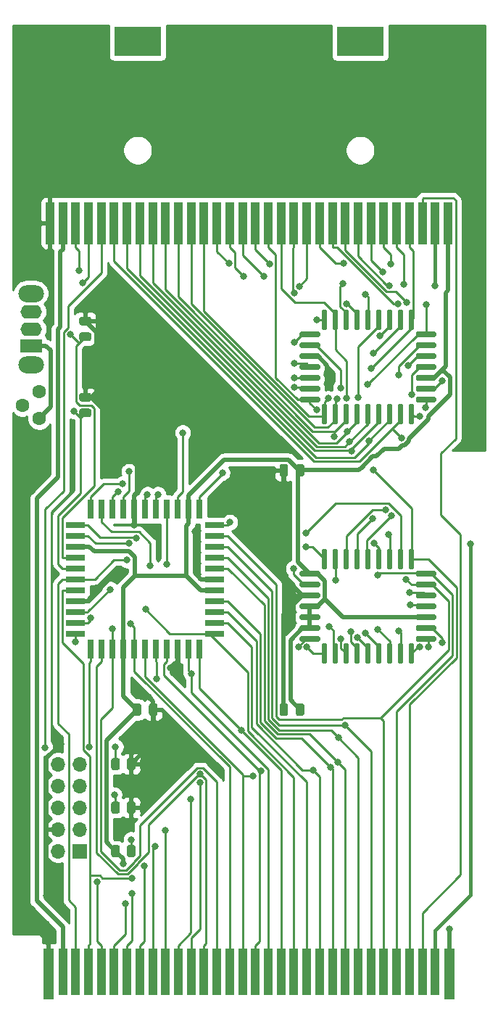
<source format=gtl>
%TF.GenerationSoftware,KiCad,Pcbnew,(5.1.10-1-10_14)*%
%TF.CreationDate,2023-03-15T03:50:06+08:00*%
%TF.ProjectId,GB_MemoryBackup_Mainboard,47425f4d-656d-46f7-9279-4261636b7570,1.0*%
%TF.SameCoordinates,Original*%
%TF.FileFunction,Copper,L1,Top*%
%TF.FilePolarity,Positive*%
%FSLAX46Y46*%
G04 Gerber Fmt 4.6, Leading zero omitted, Abs format (unit mm)*
G04 Created by KiCad (PCBNEW (5.1.10-1-10_14)) date 2023-03-15 03:50:06*
%MOMM*%
%LPD*%
G01*
G04 APERTURE LIST*
%TA.AperFunction,ComponentPad*%
%ADD10C,1.600000*%
%TD*%
%TA.AperFunction,ConnectorPad*%
%ADD11R,1.300000X6.000000*%
%TD*%
%TA.AperFunction,ConnectorPad*%
%ADD12R,1.000000X5.500000*%
%TD*%
%TA.AperFunction,SMDPad,CuDef*%
%ADD13R,0.760000X2.300000*%
%TD*%
%TA.AperFunction,SMDPad,CuDef*%
%ADD14R,2.300000X0.760000*%
%TD*%
%TA.AperFunction,ComponentPad*%
%ADD15O,3.000000X2.000000*%
%TD*%
%TA.AperFunction,ComponentPad*%
%ADD16O,2.500000X1.600000*%
%TD*%
%TA.AperFunction,ComponentPad*%
%ADD17R,2.500000X1.600000*%
%TD*%
%TA.AperFunction,ComponentPad*%
%ADD18R,1.700000X1.700000*%
%TD*%
%TA.AperFunction,ComponentPad*%
%ADD19O,1.700000X1.700000*%
%TD*%
%TA.AperFunction,SMDPad,CuDef*%
%ADD20R,5.500000X3.500000*%
%TD*%
%TA.AperFunction,SMDPad,CuDef*%
%ADD21R,1.000000X5.000000*%
%TD*%
%TA.AperFunction,ViaPad*%
%ADD22C,0.800000*%
%TD*%
%TA.AperFunction,Conductor*%
%ADD23C,0.500000*%
%TD*%
%TA.AperFunction,Conductor*%
%ADD24C,0.400000*%
%TD*%
%TA.AperFunction,Conductor*%
%ADD25C,0.250000*%
%TD*%
%TA.AperFunction,Conductor*%
%ADD26C,0.254000*%
%TD*%
%TA.AperFunction,Conductor*%
%ADD27C,0.100000*%
%TD*%
G04 APERTURE END LIST*
D10*
%TO.P,SW2,3*%
%TO.N,N/C*%
X63160000Y-85090000D03*
%TO.P,SW2,1*%
%TO.N,/~SW_2*%
X65110000Y-83541000D03*
%TO.P,SW2,2*%
%TO.N,GND*%
X65110000Y-86639000D03*
%TD*%
D11*
%TO.P,J1,32*%
%TO.N,GND*%
X113000000Y-151500000D03*
D12*
%TO.P,J1,31*%
%TO.N,/AAudioIn*%
X111350000Y-151250000D03*
%TO.P,J1,30*%
%TO.N,/~ARST*%
X109850000Y-151250000D03*
%TO.P,J1,29*%
%TO.N,/AD7*%
X108350000Y-151250000D03*
%TO.P,J1,28*%
%TO.N,/AD6*%
X106850000Y-151250000D03*
%TO.P,J1,27*%
%TO.N,/AD5*%
X105350000Y-151250000D03*
%TO.P,J1,26*%
%TO.N,/AD4*%
X103850000Y-151250000D03*
%TO.P,J1,25*%
%TO.N,/AD3*%
X102350000Y-151250000D03*
%TO.P,J1,24*%
%TO.N,/AD2*%
X100850000Y-151250000D03*
%TO.P,J1,23*%
%TO.N,/AD1*%
X99350000Y-151250000D03*
%TO.P,J1,22*%
%TO.N,/AD0*%
X97850000Y-151250000D03*
%TO.P,J1,21*%
%TO.N,/AA15*%
X96350000Y-151250000D03*
%TO.P,J1,20*%
%TO.N,/AA14*%
X94850000Y-151250000D03*
%TO.P,J1,19*%
%TO.N,/AA13*%
X93350000Y-151250000D03*
%TO.P,J1,18*%
%TO.N,/AA12*%
X91850000Y-151250000D03*
%TO.P,J1,17*%
%TO.N,/AA11*%
X90350000Y-151250000D03*
%TO.P,J1,16*%
%TO.N,/AA10*%
X88850000Y-151250000D03*
%TO.P,J1,15*%
%TO.N,/AA9*%
X87350000Y-151250000D03*
%TO.P,J1,14*%
%TO.N,/AA8*%
X85850000Y-151250000D03*
%TO.P,J1,13*%
%TO.N,/AA7*%
X84350000Y-151250000D03*
%TO.P,J1,12*%
%TO.N,/AA6*%
X82850000Y-151250000D03*
%TO.P,J1,11*%
%TO.N,/AA5*%
X81350000Y-151250000D03*
%TO.P,J1,10*%
%TO.N,/AA4*%
X79850000Y-151250000D03*
%TO.P,J1,9*%
%TO.N,/AA3*%
X78350000Y-151250000D03*
%TO.P,J1,8*%
%TO.N,/AA2*%
X76850000Y-151250000D03*
%TO.P,J1,7*%
%TO.N,/AA1*%
X75350000Y-151250000D03*
%TO.P,J1,6*%
%TO.N,/AA0*%
X73850000Y-151250000D03*
%TO.P,J1,5*%
%TO.N,/~ASRAM_CS*%
X72350000Y-151250000D03*
%TO.P,J1,4*%
%TO.N,/~ARD*%
X70850000Y-151250000D03*
%TO.P,J1,3*%
%TO.N,/~AWR*%
X69350000Y-151250000D03*
%TO.P,J1,2*%
%TO.N,/ACLK*%
X67850000Y-151250000D03*
D11*
%TO.P,J1,1*%
%TO.N,+5V*%
X66200000Y-151500000D03*
%TD*%
%TO.P,U2,32*%
%TO.N,+5V*%
%TA.AperFunction,SMDPad,CuDef*%
G36*
G01*
X97757000Y-79685000D02*
X95667000Y-79685000D01*
G75*
G02*
X95512000Y-79530000I0J155000D01*
G01*
X95512000Y-79220000D01*
G75*
G02*
X95667000Y-79065000I155000J0D01*
G01*
X97757000Y-79065000D01*
G75*
G02*
X97912000Y-79220000I0J-155000D01*
G01*
X97912000Y-79530000D01*
G75*
G02*
X97757000Y-79685000I-155000J0D01*
G01*
G37*
%TD.AperFunction*%
%TO.P,U2,31*%
%TO.N,/~AWR*%
%TA.AperFunction,SMDPad,CuDef*%
G36*
G01*
X97757000Y-78415000D02*
X95667000Y-78415000D01*
G75*
G02*
X95512000Y-78260000I0J155000D01*
G01*
X95512000Y-77950000D01*
G75*
G02*
X95667000Y-77795000I155000J0D01*
G01*
X97757000Y-77795000D01*
G75*
G02*
X97912000Y-77950000I0J-155000D01*
G01*
X97912000Y-78260000D01*
G75*
G02*
X97757000Y-78415000I-155000J0D01*
G01*
G37*
%TD.AperFunction*%
%TO.P,U2,30*%
%TO.N,/F040_A17*%
%TA.AperFunction,SMDPad,CuDef*%
G36*
G01*
X97757000Y-77145000D02*
X95667000Y-77145000D01*
G75*
G02*
X95512000Y-76990000I0J155000D01*
G01*
X95512000Y-76680000D01*
G75*
G02*
X95667000Y-76525000I155000J0D01*
G01*
X97757000Y-76525000D01*
G75*
G02*
X97912000Y-76680000I0J-155000D01*
G01*
X97912000Y-76990000D01*
G75*
G02*
X97757000Y-77145000I-155000J0D01*
G01*
G37*
%TD.AperFunction*%
%TO.P,U2,29*%
%TO.N,/F040_A14*%
%TA.AperFunction,SMDPad,CuDef*%
G36*
G01*
X98580000Y-76342000D02*
X98270000Y-76342000D01*
G75*
G02*
X98115000Y-76187000I0J155000D01*
G01*
X98115000Y-74097000D01*
G75*
G02*
X98270000Y-73942000I155000J0D01*
G01*
X98580000Y-73942000D01*
G75*
G02*
X98735000Y-74097000I0J-155000D01*
G01*
X98735000Y-76187000D01*
G75*
G02*
X98580000Y-76342000I-155000J0D01*
G01*
G37*
%TD.AperFunction*%
%TO.P,U2,28*%
%TO.N,/AA13*%
%TA.AperFunction,SMDPad,CuDef*%
G36*
G01*
X99850000Y-76342000D02*
X99540000Y-76342000D01*
G75*
G02*
X99385000Y-76187000I0J155000D01*
G01*
X99385000Y-74097000D01*
G75*
G02*
X99540000Y-73942000I155000J0D01*
G01*
X99850000Y-73942000D01*
G75*
G02*
X100005000Y-74097000I0J-155000D01*
G01*
X100005000Y-76187000D01*
G75*
G02*
X99850000Y-76342000I-155000J0D01*
G01*
G37*
%TD.AperFunction*%
%TO.P,U2,27*%
%TO.N,/AA8*%
%TA.AperFunction,SMDPad,CuDef*%
G36*
G01*
X101120000Y-76342000D02*
X100810000Y-76342000D01*
G75*
G02*
X100655000Y-76187000I0J155000D01*
G01*
X100655000Y-74097000D01*
G75*
G02*
X100810000Y-73942000I155000J0D01*
G01*
X101120000Y-73942000D01*
G75*
G02*
X101275000Y-74097000I0J-155000D01*
G01*
X101275000Y-76187000D01*
G75*
G02*
X101120000Y-76342000I-155000J0D01*
G01*
G37*
%TD.AperFunction*%
%TO.P,U2,26*%
%TO.N,/AA9*%
%TA.AperFunction,SMDPad,CuDef*%
G36*
G01*
X102390000Y-76342000D02*
X102080000Y-76342000D01*
G75*
G02*
X101925000Y-76187000I0J155000D01*
G01*
X101925000Y-74097000D01*
G75*
G02*
X102080000Y-73942000I155000J0D01*
G01*
X102390000Y-73942000D01*
G75*
G02*
X102545000Y-74097000I0J-155000D01*
G01*
X102545000Y-76187000D01*
G75*
G02*
X102390000Y-76342000I-155000J0D01*
G01*
G37*
%TD.AperFunction*%
%TO.P,U2,25*%
%TO.N,/AA11*%
%TA.AperFunction,SMDPad,CuDef*%
G36*
G01*
X103660000Y-76342000D02*
X103350000Y-76342000D01*
G75*
G02*
X103195000Y-76187000I0J155000D01*
G01*
X103195000Y-74097000D01*
G75*
G02*
X103350000Y-73942000I155000J0D01*
G01*
X103660000Y-73942000D01*
G75*
G02*
X103815000Y-74097000I0J-155000D01*
G01*
X103815000Y-76187000D01*
G75*
G02*
X103660000Y-76342000I-155000J0D01*
G01*
G37*
%TD.AperFunction*%
%TO.P,U2,24*%
%TO.N,/~ARD*%
%TA.AperFunction,SMDPad,CuDef*%
G36*
G01*
X104930000Y-76342000D02*
X104620000Y-76342000D01*
G75*
G02*
X104465000Y-76187000I0J155000D01*
G01*
X104465000Y-74097000D01*
G75*
G02*
X104620000Y-73942000I155000J0D01*
G01*
X104930000Y-73942000D01*
G75*
G02*
X105085000Y-74097000I0J-155000D01*
G01*
X105085000Y-76187000D01*
G75*
G02*
X104930000Y-76342000I-155000J0D01*
G01*
G37*
%TD.AperFunction*%
%TO.P,U2,23*%
%TO.N,/AA10*%
%TA.AperFunction,SMDPad,CuDef*%
G36*
G01*
X106200000Y-76342000D02*
X105890000Y-76342000D01*
G75*
G02*
X105735000Y-76187000I0J155000D01*
G01*
X105735000Y-74097000D01*
G75*
G02*
X105890000Y-73942000I155000J0D01*
G01*
X106200000Y-73942000D01*
G75*
G02*
X106355000Y-74097000I0J-155000D01*
G01*
X106355000Y-76187000D01*
G75*
G02*
X106200000Y-76342000I-155000J0D01*
G01*
G37*
%TD.AperFunction*%
%TO.P,U2,22*%
%TO.N,/~F_CE_040*%
%TA.AperFunction,SMDPad,CuDef*%
G36*
G01*
X107470000Y-76342000D02*
X107160000Y-76342000D01*
G75*
G02*
X107005000Y-76187000I0J155000D01*
G01*
X107005000Y-74097000D01*
G75*
G02*
X107160000Y-73942000I155000J0D01*
G01*
X107470000Y-73942000D01*
G75*
G02*
X107625000Y-74097000I0J-155000D01*
G01*
X107625000Y-76187000D01*
G75*
G02*
X107470000Y-76342000I-155000J0D01*
G01*
G37*
%TD.AperFunction*%
%TO.P,U2,21*%
%TO.N,/AD7*%
%TA.AperFunction,SMDPad,CuDef*%
G36*
G01*
X108740000Y-76342000D02*
X108430000Y-76342000D01*
G75*
G02*
X108275000Y-76187000I0J155000D01*
G01*
X108275000Y-74097000D01*
G75*
G02*
X108430000Y-73942000I155000J0D01*
G01*
X108740000Y-73942000D01*
G75*
G02*
X108895000Y-74097000I0J-155000D01*
G01*
X108895000Y-76187000D01*
G75*
G02*
X108740000Y-76342000I-155000J0D01*
G01*
G37*
%TD.AperFunction*%
%TO.P,U2,20*%
%TO.N,/AD6*%
%TA.AperFunction,SMDPad,CuDef*%
G36*
G01*
X111343000Y-77145000D02*
X109253000Y-77145000D01*
G75*
G02*
X109098000Y-76990000I0J155000D01*
G01*
X109098000Y-76680000D01*
G75*
G02*
X109253000Y-76525000I155000J0D01*
G01*
X111343000Y-76525000D01*
G75*
G02*
X111498000Y-76680000I0J-155000D01*
G01*
X111498000Y-76990000D01*
G75*
G02*
X111343000Y-77145000I-155000J0D01*
G01*
G37*
%TD.AperFunction*%
%TO.P,U2,19*%
%TO.N,/AD5*%
%TA.AperFunction,SMDPad,CuDef*%
G36*
G01*
X111343000Y-78415000D02*
X109253000Y-78415000D01*
G75*
G02*
X109098000Y-78260000I0J155000D01*
G01*
X109098000Y-77950000D01*
G75*
G02*
X109253000Y-77795000I155000J0D01*
G01*
X111343000Y-77795000D01*
G75*
G02*
X111498000Y-77950000I0J-155000D01*
G01*
X111498000Y-78260000D01*
G75*
G02*
X111343000Y-78415000I-155000J0D01*
G01*
G37*
%TD.AperFunction*%
%TO.P,U2,18*%
%TO.N,/AD4*%
%TA.AperFunction,SMDPad,CuDef*%
G36*
G01*
X111343000Y-79685000D02*
X109253000Y-79685000D01*
G75*
G02*
X109098000Y-79530000I0J155000D01*
G01*
X109098000Y-79220000D01*
G75*
G02*
X109253000Y-79065000I155000J0D01*
G01*
X111343000Y-79065000D01*
G75*
G02*
X111498000Y-79220000I0J-155000D01*
G01*
X111498000Y-79530000D01*
G75*
G02*
X111343000Y-79685000I-155000J0D01*
G01*
G37*
%TD.AperFunction*%
%TO.P,U2,17*%
%TO.N,/AD3*%
%TA.AperFunction,SMDPad,CuDef*%
G36*
G01*
X111343000Y-80955000D02*
X109253000Y-80955000D01*
G75*
G02*
X109098000Y-80800000I0J155000D01*
G01*
X109098000Y-80490000D01*
G75*
G02*
X109253000Y-80335000I155000J0D01*
G01*
X111343000Y-80335000D01*
G75*
G02*
X111498000Y-80490000I0J-155000D01*
G01*
X111498000Y-80800000D01*
G75*
G02*
X111343000Y-80955000I-155000J0D01*
G01*
G37*
%TD.AperFunction*%
%TO.P,U2,16*%
%TO.N,GND*%
%TA.AperFunction,SMDPad,CuDef*%
G36*
G01*
X111343000Y-82225000D02*
X109253000Y-82225000D01*
G75*
G02*
X109098000Y-82070000I0J155000D01*
G01*
X109098000Y-81760000D01*
G75*
G02*
X109253000Y-81605000I155000J0D01*
G01*
X111343000Y-81605000D01*
G75*
G02*
X111498000Y-81760000I0J-155000D01*
G01*
X111498000Y-82070000D01*
G75*
G02*
X111343000Y-82225000I-155000J0D01*
G01*
G37*
%TD.AperFunction*%
%TO.P,U2,15*%
%TO.N,/AD2*%
%TA.AperFunction,SMDPad,CuDef*%
G36*
G01*
X111343000Y-83495000D02*
X109253000Y-83495000D01*
G75*
G02*
X109098000Y-83340000I0J155000D01*
G01*
X109098000Y-83030000D01*
G75*
G02*
X109253000Y-82875000I155000J0D01*
G01*
X111343000Y-82875000D01*
G75*
G02*
X111498000Y-83030000I0J-155000D01*
G01*
X111498000Y-83340000D01*
G75*
G02*
X111343000Y-83495000I-155000J0D01*
G01*
G37*
%TD.AperFunction*%
%TO.P,U2,14*%
%TO.N,/AD1*%
%TA.AperFunction,SMDPad,CuDef*%
G36*
G01*
X111343000Y-84765000D02*
X109253000Y-84765000D01*
G75*
G02*
X109098000Y-84610000I0J155000D01*
G01*
X109098000Y-84300000D01*
G75*
G02*
X109253000Y-84145000I155000J0D01*
G01*
X111343000Y-84145000D01*
G75*
G02*
X111498000Y-84300000I0J-155000D01*
G01*
X111498000Y-84610000D01*
G75*
G02*
X111343000Y-84765000I-155000J0D01*
G01*
G37*
%TD.AperFunction*%
%TO.P,U2,13*%
%TO.N,/AD0*%
%TA.AperFunction,SMDPad,CuDef*%
G36*
G01*
X108740000Y-87348000D02*
X108430000Y-87348000D01*
G75*
G02*
X108275000Y-87193000I0J155000D01*
G01*
X108275000Y-85103000D01*
G75*
G02*
X108430000Y-84948000I155000J0D01*
G01*
X108740000Y-84948000D01*
G75*
G02*
X108895000Y-85103000I0J-155000D01*
G01*
X108895000Y-87193000D01*
G75*
G02*
X108740000Y-87348000I-155000J0D01*
G01*
G37*
%TD.AperFunction*%
%TO.P,U2,12*%
%TO.N,/AA0*%
%TA.AperFunction,SMDPad,CuDef*%
G36*
G01*
X107470000Y-87348000D02*
X107160000Y-87348000D01*
G75*
G02*
X107005000Y-87193000I0J155000D01*
G01*
X107005000Y-85103000D01*
G75*
G02*
X107160000Y-84948000I155000J0D01*
G01*
X107470000Y-84948000D01*
G75*
G02*
X107625000Y-85103000I0J-155000D01*
G01*
X107625000Y-87193000D01*
G75*
G02*
X107470000Y-87348000I-155000J0D01*
G01*
G37*
%TD.AperFunction*%
%TO.P,U2,11*%
%TO.N,/AA1*%
%TA.AperFunction,SMDPad,CuDef*%
G36*
G01*
X106200000Y-87348000D02*
X105890000Y-87348000D01*
G75*
G02*
X105735000Y-87193000I0J155000D01*
G01*
X105735000Y-85103000D01*
G75*
G02*
X105890000Y-84948000I155000J0D01*
G01*
X106200000Y-84948000D01*
G75*
G02*
X106355000Y-85103000I0J-155000D01*
G01*
X106355000Y-87193000D01*
G75*
G02*
X106200000Y-87348000I-155000J0D01*
G01*
G37*
%TD.AperFunction*%
%TO.P,U2,10*%
%TO.N,/AA2*%
%TA.AperFunction,SMDPad,CuDef*%
G36*
G01*
X104930000Y-87348000D02*
X104620000Y-87348000D01*
G75*
G02*
X104465000Y-87193000I0J155000D01*
G01*
X104465000Y-85103000D01*
G75*
G02*
X104620000Y-84948000I155000J0D01*
G01*
X104930000Y-84948000D01*
G75*
G02*
X105085000Y-85103000I0J-155000D01*
G01*
X105085000Y-87193000D01*
G75*
G02*
X104930000Y-87348000I-155000J0D01*
G01*
G37*
%TD.AperFunction*%
%TO.P,U2,9*%
%TO.N,/AA3*%
%TA.AperFunction,SMDPad,CuDef*%
G36*
G01*
X103660000Y-87348000D02*
X103350000Y-87348000D01*
G75*
G02*
X103195000Y-87193000I0J155000D01*
G01*
X103195000Y-85103000D01*
G75*
G02*
X103350000Y-84948000I155000J0D01*
G01*
X103660000Y-84948000D01*
G75*
G02*
X103815000Y-85103000I0J-155000D01*
G01*
X103815000Y-87193000D01*
G75*
G02*
X103660000Y-87348000I-155000J0D01*
G01*
G37*
%TD.AperFunction*%
%TO.P,U2,8*%
%TO.N,/AA4*%
%TA.AperFunction,SMDPad,CuDef*%
G36*
G01*
X102390000Y-87348000D02*
X102080000Y-87348000D01*
G75*
G02*
X101925000Y-87193000I0J155000D01*
G01*
X101925000Y-85103000D01*
G75*
G02*
X102080000Y-84948000I155000J0D01*
G01*
X102390000Y-84948000D01*
G75*
G02*
X102545000Y-85103000I0J-155000D01*
G01*
X102545000Y-87193000D01*
G75*
G02*
X102390000Y-87348000I-155000J0D01*
G01*
G37*
%TD.AperFunction*%
%TO.P,U2,7*%
%TO.N,/AA5*%
%TA.AperFunction,SMDPad,CuDef*%
G36*
G01*
X101120000Y-87348000D02*
X100810000Y-87348000D01*
G75*
G02*
X100655000Y-87193000I0J155000D01*
G01*
X100655000Y-85103000D01*
G75*
G02*
X100810000Y-84948000I155000J0D01*
G01*
X101120000Y-84948000D01*
G75*
G02*
X101275000Y-85103000I0J-155000D01*
G01*
X101275000Y-87193000D01*
G75*
G02*
X101120000Y-87348000I-155000J0D01*
G01*
G37*
%TD.AperFunction*%
%TO.P,U2,6*%
%TO.N,/AA6*%
%TA.AperFunction,SMDPad,CuDef*%
G36*
G01*
X99850000Y-87348000D02*
X99540000Y-87348000D01*
G75*
G02*
X99385000Y-87193000I0J155000D01*
G01*
X99385000Y-85103000D01*
G75*
G02*
X99540000Y-84948000I155000J0D01*
G01*
X99850000Y-84948000D01*
G75*
G02*
X100005000Y-85103000I0J-155000D01*
G01*
X100005000Y-87193000D01*
G75*
G02*
X99850000Y-87348000I-155000J0D01*
G01*
G37*
%TD.AperFunction*%
%TO.P,U2,5*%
%TO.N,/AA7*%
%TA.AperFunction,SMDPad,CuDef*%
G36*
G01*
X98580000Y-87348000D02*
X98270000Y-87348000D01*
G75*
G02*
X98115000Y-87193000I0J155000D01*
G01*
X98115000Y-85103000D01*
G75*
G02*
X98270000Y-84948000I155000J0D01*
G01*
X98580000Y-84948000D01*
G75*
G02*
X98735000Y-85103000I0J-155000D01*
G01*
X98735000Y-87193000D01*
G75*
G02*
X98580000Y-87348000I-155000J0D01*
G01*
G37*
%TD.AperFunction*%
%TO.P,U2,4*%
%TO.N,/AA12*%
%TA.AperFunction,SMDPad,CuDef*%
G36*
G01*
X97757000Y-84765000D02*
X95667000Y-84765000D01*
G75*
G02*
X95512000Y-84610000I0J155000D01*
G01*
X95512000Y-84300000D01*
G75*
G02*
X95667000Y-84145000I155000J0D01*
G01*
X97757000Y-84145000D01*
G75*
G02*
X97912000Y-84300000I0J-155000D01*
G01*
X97912000Y-84610000D01*
G75*
G02*
X97757000Y-84765000I-155000J0D01*
G01*
G37*
%TD.AperFunction*%
%TO.P,U2,3*%
%TO.N,/F040_A15*%
%TA.AperFunction,SMDPad,CuDef*%
G36*
G01*
X97757000Y-83495000D02*
X95667000Y-83495000D01*
G75*
G02*
X95512000Y-83340000I0J155000D01*
G01*
X95512000Y-83030000D01*
G75*
G02*
X95667000Y-82875000I155000J0D01*
G01*
X97757000Y-82875000D01*
G75*
G02*
X97912000Y-83030000I0J-155000D01*
G01*
X97912000Y-83340000D01*
G75*
G02*
X97757000Y-83495000I-155000J0D01*
G01*
G37*
%TD.AperFunction*%
%TO.P,U2,2*%
%TO.N,/F040_A16*%
%TA.AperFunction,SMDPad,CuDef*%
G36*
G01*
X97757000Y-82225000D02*
X95667000Y-82225000D01*
G75*
G02*
X95512000Y-82070000I0J155000D01*
G01*
X95512000Y-81760000D01*
G75*
G02*
X95667000Y-81605000I155000J0D01*
G01*
X97757000Y-81605000D01*
G75*
G02*
X97912000Y-81760000I0J-155000D01*
G01*
X97912000Y-82070000D01*
G75*
G02*
X97757000Y-82225000I-155000J0D01*
G01*
G37*
%TD.AperFunction*%
%TO.P,U2,1*%
%TO.N,/F040_A18*%
%TA.AperFunction,SMDPad,CuDef*%
G36*
G01*
X97757000Y-80955000D02*
X95667000Y-80955000D01*
G75*
G02*
X95512000Y-80800000I0J155000D01*
G01*
X95512000Y-80490000D01*
G75*
G02*
X95667000Y-80335000I155000J0D01*
G01*
X97757000Y-80335000D01*
G75*
G02*
X97912000Y-80490000I0J-155000D01*
G01*
X97912000Y-80800000D01*
G75*
G02*
X97757000Y-80955000I-155000J0D01*
G01*
G37*
%TD.AperFunction*%
%TD*%
%TO.P,U1,32*%
%TO.N,+5V*%
%TA.AperFunction,SMDPad,CuDef*%
G36*
G01*
X97757000Y-107625000D02*
X95667000Y-107625000D01*
G75*
G02*
X95512000Y-107470000I0J155000D01*
G01*
X95512000Y-107160000D01*
G75*
G02*
X95667000Y-107005000I155000J0D01*
G01*
X97757000Y-107005000D01*
G75*
G02*
X97912000Y-107160000I0J-155000D01*
G01*
X97912000Y-107470000D01*
G75*
G02*
X97757000Y-107625000I-155000J0D01*
G01*
G37*
%TD.AperFunction*%
%TO.P,U1,31*%
%TO.N,/~AWR*%
%TA.AperFunction,SMDPad,CuDef*%
G36*
G01*
X97757000Y-106355000D02*
X95667000Y-106355000D01*
G75*
G02*
X95512000Y-106200000I0J155000D01*
G01*
X95512000Y-105890000D01*
G75*
G02*
X95667000Y-105735000I155000J0D01*
G01*
X97757000Y-105735000D01*
G75*
G02*
X97912000Y-105890000I0J-155000D01*
G01*
X97912000Y-106200000D01*
G75*
G02*
X97757000Y-106355000I-155000J0D01*
G01*
G37*
%TD.AperFunction*%
%TO.P,U1,30*%
%TO.N,GND*%
%TA.AperFunction,SMDPad,CuDef*%
G36*
G01*
X97757000Y-105085000D02*
X95667000Y-105085000D01*
G75*
G02*
X95512000Y-104930000I0J155000D01*
G01*
X95512000Y-104620000D01*
G75*
G02*
X95667000Y-104465000I155000J0D01*
G01*
X97757000Y-104465000D01*
G75*
G02*
X97912000Y-104620000I0J-155000D01*
G01*
X97912000Y-104930000D01*
G75*
G02*
X97757000Y-105085000I-155000J0D01*
G01*
G37*
%TD.AperFunction*%
%TO.P,U1,29*%
%TO.N,/F010_A14*%
%TA.AperFunction,SMDPad,CuDef*%
G36*
G01*
X98580000Y-104282000D02*
X98270000Y-104282000D01*
G75*
G02*
X98115000Y-104127000I0J155000D01*
G01*
X98115000Y-102037000D01*
G75*
G02*
X98270000Y-101882000I155000J0D01*
G01*
X98580000Y-101882000D01*
G75*
G02*
X98735000Y-102037000I0J-155000D01*
G01*
X98735000Y-104127000D01*
G75*
G02*
X98580000Y-104282000I-155000J0D01*
G01*
G37*
%TD.AperFunction*%
%TO.P,U1,28*%
%TO.N,/AA13*%
%TA.AperFunction,SMDPad,CuDef*%
G36*
G01*
X99850000Y-104282000D02*
X99540000Y-104282000D01*
G75*
G02*
X99385000Y-104127000I0J155000D01*
G01*
X99385000Y-102037000D01*
G75*
G02*
X99540000Y-101882000I155000J0D01*
G01*
X99850000Y-101882000D01*
G75*
G02*
X100005000Y-102037000I0J-155000D01*
G01*
X100005000Y-104127000D01*
G75*
G02*
X99850000Y-104282000I-155000J0D01*
G01*
G37*
%TD.AperFunction*%
%TO.P,U1,27*%
%TO.N,/AA8*%
%TA.AperFunction,SMDPad,CuDef*%
G36*
G01*
X101120000Y-104282000D02*
X100810000Y-104282000D01*
G75*
G02*
X100655000Y-104127000I0J155000D01*
G01*
X100655000Y-102037000D01*
G75*
G02*
X100810000Y-101882000I155000J0D01*
G01*
X101120000Y-101882000D01*
G75*
G02*
X101275000Y-102037000I0J-155000D01*
G01*
X101275000Y-104127000D01*
G75*
G02*
X101120000Y-104282000I-155000J0D01*
G01*
G37*
%TD.AperFunction*%
%TO.P,U1,26*%
%TO.N,/AA9*%
%TA.AperFunction,SMDPad,CuDef*%
G36*
G01*
X102390000Y-104282000D02*
X102080000Y-104282000D01*
G75*
G02*
X101925000Y-104127000I0J155000D01*
G01*
X101925000Y-102037000D01*
G75*
G02*
X102080000Y-101882000I155000J0D01*
G01*
X102390000Y-101882000D01*
G75*
G02*
X102545000Y-102037000I0J-155000D01*
G01*
X102545000Y-104127000D01*
G75*
G02*
X102390000Y-104282000I-155000J0D01*
G01*
G37*
%TD.AperFunction*%
%TO.P,U1,25*%
%TO.N,/AA11*%
%TA.AperFunction,SMDPad,CuDef*%
G36*
G01*
X103660000Y-104282000D02*
X103350000Y-104282000D01*
G75*
G02*
X103195000Y-104127000I0J155000D01*
G01*
X103195000Y-102037000D01*
G75*
G02*
X103350000Y-101882000I155000J0D01*
G01*
X103660000Y-101882000D01*
G75*
G02*
X103815000Y-102037000I0J-155000D01*
G01*
X103815000Y-104127000D01*
G75*
G02*
X103660000Y-104282000I-155000J0D01*
G01*
G37*
%TD.AperFunction*%
%TO.P,U1,24*%
%TO.N,/~ARD*%
%TA.AperFunction,SMDPad,CuDef*%
G36*
G01*
X104930000Y-104282000D02*
X104620000Y-104282000D01*
G75*
G02*
X104465000Y-104127000I0J155000D01*
G01*
X104465000Y-102037000D01*
G75*
G02*
X104620000Y-101882000I155000J0D01*
G01*
X104930000Y-101882000D01*
G75*
G02*
X105085000Y-102037000I0J-155000D01*
G01*
X105085000Y-104127000D01*
G75*
G02*
X104930000Y-104282000I-155000J0D01*
G01*
G37*
%TD.AperFunction*%
%TO.P,U1,23*%
%TO.N,/AA10*%
%TA.AperFunction,SMDPad,CuDef*%
G36*
G01*
X106200000Y-104282000D02*
X105890000Y-104282000D01*
G75*
G02*
X105735000Y-104127000I0J155000D01*
G01*
X105735000Y-102037000D01*
G75*
G02*
X105890000Y-101882000I155000J0D01*
G01*
X106200000Y-101882000D01*
G75*
G02*
X106355000Y-102037000I0J-155000D01*
G01*
X106355000Y-104127000D01*
G75*
G02*
X106200000Y-104282000I-155000J0D01*
G01*
G37*
%TD.AperFunction*%
%TO.P,U1,22*%
%TO.N,/~F_CE_010*%
%TA.AperFunction,SMDPad,CuDef*%
G36*
G01*
X107470000Y-104282000D02*
X107160000Y-104282000D01*
G75*
G02*
X107005000Y-104127000I0J155000D01*
G01*
X107005000Y-102037000D01*
G75*
G02*
X107160000Y-101882000I155000J0D01*
G01*
X107470000Y-101882000D01*
G75*
G02*
X107625000Y-102037000I0J-155000D01*
G01*
X107625000Y-104127000D01*
G75*
G02*
X107470000Y-104282000I-155000J0D01*
G01*
G37*
%TD.AperFunction*%
%TO.P,U1,21*%
%TO.N,/AD7*%
%TA.AperFunction,SMDPad,CuDef*%
G36*
G01*
X108740000Y-104282000D02*
X108430000Y-104282000D01*
G75*
G02*
X108275000Y-104127000I0J155000D01*
G01*
X108275000Y-102037000D01*
G75*
G02*
X108430000Y-101882000I155000J0D01*
G01*
X108740000Y-101882000D01*
G75*
G02*
X108895000Y-102037000I0J-155000D01*
G01*
X108895000Y-104127000D01*
G75*
G02*
X108740000Y-104282000I-155000J0D01*
G01*
G37*
%TD.AperFunction*%
%TO.P,U1,20*%
%TO.N,/AD6*%
%TA.AperFunction,SMDPad,CuDef*%
G36*
G01*
X111343000Y-105085000D02*
X109253000Y-105085000D01*
G75*
G02*
X109098000Y-104930000I0J155000D01*
G01*
X109098000Y-104620000D01*
G75*
G02*
X109253000Y-104465000I155000J0D01*
G01*
X111343000Y-104465000D01*
G75*
G02*
X111498000Y-104620000I0J-155000D01*
G01*
X111498000Y-104930000D01*
G75*
G02*
X111343000Y-105085000I-155000J0D01*
G01*
G37*
%TD.AperFunction*%
%TO.P,U1,19*%
%TO.N,/AD5*%
%TA.AperFunction,SMDPad,CuDef*%
G36*
G01*
X111343000Y-106355000D02*
X109253000Y-106355000D01*
G75*
G02*
X109098000Y-106200000I0J155000D01*
G01*
X109098000Y-105890000D01*
G75*
G02*
X109253000Y-105735000I155000J0D01*
G01*
X111343000Y-105735000D01*
G75*
G02*
X111498000Y-105890000I0J-155000D01*
G01*
X111498000Y-106200000D01*
G75*
G02*
X111343000Y-106355000I-155000J0D01*
G01*
G37*
%TD.AperFunction*%
%TO.P,U1,18*%
%TO.N,/AD4*%
%TA.AperFunction,SMDPad,CuDef*%
G36*
G01*
X111343000Y-107625000D02*
X109253000Y-107625000D01*
G75*
G02*
X109098000Y-107470000I0J155000D01*
G01*
X109098000Y-107160000D01*
G75*
G02*
X109253000Y-107005000I155000J0D01*
G01*
X111343000Y-107005000D01*
G75*
G02*
X111498000Y-107160000I0J-155000D01*
G01*
X111498000Y-107470000D01*
G75*
G02*
X111343000Y-107625000I-155000J0D01*
G01*
G37*
%TD.AperFunction*%
%TO.P,U1,17*%
%TO.N,/AD3*%
%TA.AperFunction,SMDPad,CuDef*%
G36*
G01*
X111343000Y-108895000D02*
X109253000Y-108895000D01*
G75*
G02*
X109098000Y-108740000I0J155000D01*
G01*
X109098000Y-108430000D01*
G75*
G02*
X109253000Y-108275000I155000J0D01*
G01*
X111343000Y-108275000D01*
G75*
G02*
X111498000Y-108430000I0J-155000D01*
G01*
X111498000Y-108740000D01*
G75*
G02*
X111343000Y-108895000I-155000J0D01*
G01*
G37*
%TD.AperFunction*%
%TO.P,U1,16*%
%TO.N,GND*%
%TA.AperFunction,SMDPad,CuDef*%
G36*
G01*
X111343000Y-110165000D02*
X109253000Y-110165000D01*
G75*
G02*
X109098000Y-110010000I0J155000D01*
G01*
X109098000Y-109700000D01*
G75*
G02*
X109253000Y-109545000I155000J0D01*
G01*
X111343000Y-109545000D01*
G75*
G02*
X111498000Y-109700000I0J-155000D01*
G01*
X111498000Y-110010000D01*
G75*
G02*
X111343000Y-110165000I-155000J0D01*
G01*
G37*
%TD.AperFunction*%
%TO.P,U1,15*%
%TO.N,/AD2*%
%TA.AperFunction,SMDPad,CuDef*%
G36*
G01*
X111343000Y-111435000D02*
X109253000Y-111435000D01*
G75*
G02*
X109098000Y-111280000I0J155000D01*
G01*
X109098000Y-110970000D01*
G75*
G02*
X109253000Y-110815000I155000J0D01*
G01*
X111343000Y-110815000D01*
G75*
G02*
X111498000Y-110970000I0J-155000D01*
G01*
X111498000Y-111280000D01*
G75*
G02*
X111343000Y-111435000I-155000J0D01*
G01*
G37*
%TD.AperFunction*%
%TO.P,U1,14*%
%TO.N,/AD1*%
%TA.AperFunction,SMDPad,CuDef*%
G36*
G01*
X111343000Y-112705000D02*
X109253000Y-112705000D01*
G75*
G02*
X109098000Y-112550000I0J155000D01*
G01*
X109098000Y-112240000D01*
G75*
G02*
X109253000Y-112085000I155000J0D01*
G01*
X111343000Y-112085000D01*
G75*
G02*
X111498000Y-112240000I0J-155000D01*
G01*
X111498000Y-112550000D01*
G75*
G02*
X111343000Y-112705000I-155000J0D01*
G01*
G37*
%TD.AperFunction*%
%TO.P,U1,13*%
%TO.N,/AD0*%
%TA.AperFunction,SMDPad,CuDef*%
G36*
G01*
X108740000Y-115288000D02*
X108430000Y-115288000D01*
G75*
G02*
X108275000Y-115133000I0J155000D01*
G01*
X108275000Y-113043000D01*
G75*
G02*
X108430000Y-112888000I155000J0D01*
G01*
X108740000Y-112888000D01*
G75*
G02*
X108895000Y-113043000I0J-155000D01*
G01*
X108895000Y-115133000D01*
G75*
G02*
X108740000Y-115288000I-155000J0D01*
G01*
G37*
%TD.AperFunction*%
%TO.P,U1,12*%
%TO.N,/AA0*%
%TA.AperFunction,SMDPad,CuDef*%
G36*
G01*
X107470000Y-115288000D02*
X107160000Y-115288000D01*
G75*
G02*
X107005000Y-115133000I0J155000D01*
G01*
X107005000Y-113043000D01*
G75*
G02*
X107160000Y-112888000I155000J0D01*
G01*
X107470000Y-112888000D01*
G75*
G02*
X107625000Y-113043000I0J-155000D01*
G01*
X107625000Y-115133000D01*
G75*
G02*
X107470000Y-115288000I-155000J0D01*
G01*
G37*
%TD.AperFunction*%
%TO.P,U1,11*%
%TO.N,/AA1*%
%TA.AperFunction,SMDPad,CuDef*%
G36*
G01*
X106200000Y-115288000D02*
X105890000Y-115288000D01*
G75*
G02*
X105735000Y-115133000I0J155000D01*
G01*
X105735000Y-113043000D01*
G75*
G02*
X105890000Y-112888000I155000J0D01*
G01*
X106200000Y-112888000D01*
G75*
G02*
X106355000Y-113043000I0J-155000D01*
G01*
X106355000Y-115133000D01*
G75*
G02*
X106200000Y-115288000I-155000J0D01*
G01*
G37*
%TD.AperFunction*%
%TO.P,U1,10*%
%TO.N,/AA2*%
%TA.AperFunction,SMDPad,CuDef*%
G36*
G01*
X104930000Y-115288000D02*
X104620000Y-115288000D01*
G75*
G02*
X104465000Y-115133000I0J155000D01*
G01*
X104465000Y-113043000D01*
G75*
G02*
X104620000Y-112888000I155000J0D01*
G01*
X104930000Y-112888000D01*
G75*
G02*
X105085000Y-113043000I0J-155000D01*
G01*
X105085000Y-115133000D01*
G75*
G02*
X104930000Y-115288000I-155000J0D01*
G01*
G37*
%TD.AperFunction*%
%TO.P,U1,9*%
%TO.N,/AA3*%
%TA.AperFunction,SMDPad,CuDef*%
G36*
G01*
X103660000Y-115288000D02*
X103350000Y-115288000D01*
G75*
G02*
X103195000Y-115133000I0J155000D01*
G01*
X103195000Y-113043000D01*
G75*
G02*
X103350000Y-112888000I155000J0D01*
G01*
X103660000Y-112888000D01*
G75*
G02*
X103815000Y-113043000I0J-155000D01*
G01*
X103815000Y-115133000D01*
G75*
G02*
X103660000Y-115288000I-155000J0D01*
G01*
G37*
%TD.AperFunction*%
%TO.P,U1,8*%
%TO.N,/AA4*%
%TA.AperFunction,SMDPad,CuDef*%
G36*
G01*
X102390000Y-115288000D02*
X102080000Y-115288000D01*
G75*
G02*
X101925000Y-115133000I0J155000D01*
G01*
X101925000Y-113043000D01*
G75*
G02*
X102080000Y-112888000I155000J0D01*
G01*
X102390000Y-112888000D01*
G75*
G02*
X102545000Y-113043000I0J-155000D01*
G01*
X102545000Y-115133000D01*
G75*
G02*
X102390000Y-115288000I-155000J0D01*
G01*
G37*
%TD.AperFunction*%
%TO.P,U1,7*%
%TO.N,/AA5*%
%TA.AperFunction,SMDPad,CuDef*%
G36*
G01*
X101120000Y-115288000D02*
X100810000Y-115288000D01*
G75*
G02*
X100655000Y-115133000I0J155000D01*
G01*
X100655000Y-113043000D01*
G75*
G02*
X100810000Y-112888000I155000J0D01*
G01*
X101120000Y-112888000D01*
G75*
G02*
X101275000Y-113043000I0J-155000D01*
G01*
X101275000Y-115133000D01*
G75*
G02*
X101120000Y-115288000I-155000J0D01*
G01*
G37*
%TD.AperFunction*%
%TO.P,U1,6*%
%TO.N,/AA6*%
%TA.AperFunction,SMDPad,CuDef*%
G36*
G01*
X99850000Y-115288000D02*
X99540000Y-115288000D01*
G75*
G02*
X99385000Y-115133000I0J155000D01*
G01*
X99385000Y-113043000D01*
G75*
G02*
X99540000Y-112888000I155000J0D01*
G01*
X99850000Y-112888000D01*
G75*
G02*
X100005000Y-113043000I0J-155000D01*
G01*
X100005000Y-115133000D01*
G75*
G02*
X99850000Y-115288000I-155000J0D01*
G01*
G37*
%TD.AperFunction*%
%TO.P,U1,5*%
%TO.N,/AA7*%
%TA.AperFunction,SMDPad,CuDef*%
G36*
G01*
X98580000Y-115288000D02*
X98270000Y-115288000D01*
G75*
G02*
X98115000Y-115133000I0J155000D01*
G01*
X98115000Y-113043000D01*
G75*
G02*
X98270000Y-112888000I155000J0D01*
G01*
X98580000Y-112888000D01*
G75*
G02*
X98735000Y-113043000I0J-155000D01*
G01*
X98735000Y-115133000D01*
G75*
G02*
X98580000Y-115288000I-155000J0D01*
G01*
G37*
%TD.AperFunction*%
%TO.P,U1,4*%
%TO.N,/AA12*%
%TA.AperFunction,SMDPad,CuDef*%
G36*
G01*
X97757000Y-112705000D02*
X95667000Y-112705000D01*
G75*
G02*
X95512000Y-112550000I0J155000D01*
G01*
X95512000Y-112240000D01*
G75*
G02*
X95667000Y-112085000I155000J0D01*
G01*
X97757000Y-112085000D01*
G75*
G02*
X97912000Y-112240000I0J-155000D01*
G01*
X97912000Y-112550000D01*
G75*
G02*
X97757000Y-112705000I-155000J0D01*
G01*
G37*
%TD.AperFunction*%
%TO.P,U1,3*%
%TO.N,GND*%
%TA.AperFunction,SMDPad,CuDef*%
G36*
G01*
X97757000Y-111435000D02*
X95667000Y-111435000D01*
G75*
G02*
X95512000Y-111280000I0J155000D01*
G01*
X95512000Y-110970000D01*
G75*
G02*
X95667000Y-110815000I155000J0D01*
G01*
X97757000Y-110815000D01*
G75*
G02*
X97912000Y-110970000I0J-155000D01*
G01*
X97912000Y-111280000D01*
G75*
G02*
X97757000Y-111435000I-155000J0D01*
G01*
G37*
%TD.AperFunction*%
%TO.P,U1,2*%
%TA.AperFunction,SMDPad,CuDef*%
G36*
G01*
X97757000Y-110165000D02*
X95667000Y-110165000D01*
G75*
G02*
X95512000Y-110010000I0J155000D01*
G01*
X95512000Y-109700000D01*
G75*
G02*
X95667000Y-109545000I155000J0D01*
G01*
X97757000Y-109545000D01*
G75*
G02*
X97912000Y-109700000I0J-155000D01*
G01*
X97912000Y-110010000D01*
G75*
G02*
X97757000Y-110165000I-155000J0D01*
G01*
G37*
%TD.AperFunction*%
%TO.P,U1,1*%
%TA.AperFunction,SMDPad,CuDef*%
G36*
G01*
X97757000Y-108895000D02*
X95667000Y-108895000D01*
G75*
G02*
X95512000Y-108740000I0J155000D01*
G01*
X95512000Y-108430000D01*
G75*
G02*
X95667000Y-108275000I155000J0D01*
G01*
X97757000Y-108275000D01*
G75*
G02*
X97912000Y-108430000I0J-155000D01*
G01*
X97912000Y-108740000D01*
G75*
G02*
X97757000Y-108895000I-155000J0D01*
G01*
G37*
%TD.AperFunction*%
%TD*%
D13*
%TO.P,U3,39*%
%TO.N,/~F_CE_040*%
X71120000Y-97260000D03*
%TO.P,U3,38*%
%TO.N,/TDO*%
X72390000Y-97260000D03*
%TO.P,U3,37*%
%TO.N,/F040_A18*%
X73660000Y-97260000D03*
%TO.P,U3,36*%
%TO.N,/F040_A17*%
X74930000Y-97260000D03*
%TO.P,U3,35*%
%TO.N,+5V*%
X76200000Y-97260000D03*
%TO.P,U3,34*%
%TO.N,/F040_A16*%
X77470000Y-97260000D03*
%TO.P,U3,33*%
%TO.N,/F040_A15*%
X78740000Y-97260000D03*
%TO.P,U3,32*%
%TO.N,/TCK*%
X80010000Y-97260000D03*
%TO.P,U3,31*%
%TO.N,/F040_A14*%
X81280000Y-97260000D03*
%TO.P,U3,30*%
%TO.N,GND*%
X82550000Y-97260000D03*
%TO.P,U3,29*%
%TO.N,/AD7*%
X83820000Y-97260000D03*
D14*
%TO.P,U3,28*%
%TO.N,/AD6*%
X85620000Y-99060000D03*
%TO.P,U3,27*%
%TO.N,/AD5*%
X85620000Y-100330000D03*
%TO.P,U3,26*%
%TO.N,/AD4*%
X85620000Y-101600000D03*
%TO.P,U3,25*%
%TO.N,/AD3*%
X85620000Y-102870000D03*
%TO.P,U3,24*%
%TO.N,/AD2*%
X85620000Y-104140000D03*
%TO.P,U3,23*%
%TO.N,+5V*%
X85620000Y-105410000D03*
%TO.P,U3,22*%
%TO.N,GND*%
X85620000Y-106680000D03*
%TO.P,U3,21*%
%TO.N,/AD1*%
X85620000Y-107950000D03*
%TO.P,U3,20*%
%TO.N,/AD0*%
X85620000Y-109220000D03*
%TO.P,U3,19*%
%TO.N,/AA15*%
X85620000Y-110490000D03*
%TO.P,U3,18*%
%TO.N,/AA14*%
X85620000Y-111760000D03*
D13*
%TO.P,U3,17*%
%TO.N,/AA13*%
X83820000Y-113560000D03*
%TO.P,U3,16*%
%TO.N,/AA12*%
X82550000Y-113560000D03*
%TO.P,U3,15*%
%TO.N,+5V*%
X81280000Y-113560000D03*
%TO.P,U3,14*%
%TO.N,/AA11*%
X80010000Y-113560000D03*
%TO.P,U3,13*%
%TO.N,/TMS*%
X78740000Y-113560000D03*
%TO.P,U3,12*%
%TO.N,/AA10*%
X77470000Y-113560000D03*
%TO.P,U3,11*%
%TO.N,/AA9*%
X76200000Y-113560000D03*
%TO.P,U3,10*%
%TO.N,GND*%
X74930000Y-113560000D03*
%TO.P,U3,9*%
%TO.N,/AA8*%
X73660000Y-113560000D03*
%TO.P,U3,8*%
%TO.N,/AA7*%
X72390000Y-113560000D03*
%TO.P,U3,7*%
%TO.N,/TDI*%
X71120000Y-113560000D03*
D14*
%TO.P,U3,40*%
%TO.N,/~F_CE_010*%
X69320000Y-99060000D03*
%TO.P,U3,41*%
%TO.N,/F010_A14*%
X69320000Y-100330000D03*
%TO.P,U3,42*%
%TO.N,GND*%
X69320000Y-101600000D03*
%TO.P,U3,43*%
%TO.N,/~SW_1*%
X69320000Y-102870000D03*
%TO.P,U3,44*%
%TO.N,/~SW_2*%
X69320000Y-104140000D03*
%TO.P,U3,6*%
%TO.N,/~ARD_T*%
X69320000Y-111760000D03*
%TO.P,U3,5*%
%TO.N,/~AWR_T*%
X69320000Y-110490000D03*
%TO.P,U3,4*%
%TO.N,/AA15_T*%
X69320000Y-109220000D03*
%TO.P,U3,3*%
%TO.N,+5V*%
X69320000Y-107950000D03*
%TO.P,U3,2*%
%TO.N,/~ARD*%
X69320000Y-106680000D03*
%TO.P,U3,1*%
%TO.N,/~AWR*%
X69320000Y-105410000D03*
%TD*%
D15*
%TO.P,SW1,4*%
%TO.N,N/C*%
X64135000Y-72050000D03*
%TO.P,SW1,5*%
X64135000Y-80350000D03*
D16*
%TO.P,SW1,3*%
X64135000Y-74200000D03*
%TO.P,SW1,2*%
%TO.N,/~SW_1*%
X64135000Y-76200000D03*
D17*
%TO.P,SW1,1*%
%TO.N,GND*%
X64135000Y-78200000D03*
%TD*%
%TO.P,R13,2*%
%TO.N,/TCK*%
%TA.AperFunction,SMDPad,CuDef*%
G36*
G01*
X75330000Y-137610001D02*
X75330000Y-136709999D01*
G75*
G02*
X75579999Y-136460000I249999J0D01*
G01*
X76105001Y-136460000D01*
G75*
G02*
X76355000Y-136709999I0J-249999D01*
G01*
X76355000Y-137610001D01*
G75*
G02*
X76105001Y-137860000I-249999J0D01*
G01*
X75579999Y-137860000D01*
G75*
G02*
X75330000Y-137610001I0J249999D01*
G01*
G37*
%TD.AperFunction*%
%TO.P,R13,1*%
%TO.N,GND*%
%TA.AperFunction,SMDPad,CuDef*%
G36*
G01*
X73505000Y-137610001D02*
X73505000Y-136709999D01*
G75*
G02*
X73754999Y-136460000I249999J0D01*
G01*
X74280001Y-136460000D01*
G75*
G02*
X74530000Y-136709999I0J-249999D01*
G01*
X74530000Y-137610001D01*
G75*
G02*
X74280001Y-137860000I-249999J0D01*
G01*
X73754999Y-137860000D01*
G75*
G02*
X73505000Y-137610001I0J249999D01*
G01*
G37*
%TD.AperFunction*%
%TD*%
%TO.P,R12,2*%
%TO.N,+5V*%
%TA.AperFunction,SMDPad,CuDef*%
G36*
G01*
X75330000Y-127450001D02*
X75330000Y-126549999D01*
G75*
G02*
X75579999Y-126300000I249999J0D01*
G01*
X76105001Y-126300000D01*
G75*
G02*
X76355000Y-126549999I0J-249999D01*
G01*
X76355000Y-127450001D01*
G75*
G02*
X76105001Y-127700000I-249999J0D01*
G01*
X75579999Y-127700000D01*
G75*
G02*
X75330000Y-127450001I0J249999D01*
G01*
G37*
%TD.AperFunction*%
%TO.P,R12,1*%
%TO.N,/TDI*%
%TA.AperFunction,SMDPad,CuDef*%
G36*
G01*
X73505000Y-127450001D02*
X73505000Y-126549999D01*
G75*
G02*
X73754999Y-126300000I249999J0D01*
G01*
X74280001Y-126300000D01*
G75*
G02*
X74530000Y-126549999I0J-249999D01*
G01*
X74530000Y-127450001D01*
G75*
G02*
X74280001Y-127700000I-249999J0D01*
G01*
X73754999Y-127700000D01*
G75*
G02*
X73505000Y-127450001I0J249999D01*
G01*
G37*
%TD.AperFunction*%
%TD*%
%TO.P,R11,2*%
%TO.N,+5V*%
%TA.AperFunction,SMDPad,CuDef*%
G36*
G01*
X75330000Y-132530001D02*
X75330000Y-131629999D01*
G75*
G02*
X75579999Y-131380000I249999J0D01*
G01*
X76105001Y-131380000D01*
G75*
G02*
X76355000Y-131629999I0J-249999D01*
G01*
X76355000Y-132530001D01*
G75*
G02*
X76105001Y-132780000I-249999J0D01*
G01*
X75579999Y-132780000D01*
G75*
G02*
X75330000Y-132530001I0J249999D01*
G01*
G37*
%TD.AperFunction*%
%TO.P,R11,1*%
%TO.N,/TMS*%
%TA.AperFunction,SMDPad,CuDef*%
G36*
G01*
X73505000Y-132530001D02*
X73505000Y-131629999D01*
G75*
G02*
X73754999Y-131380000I249999J0D01*
G01*
X74280001Y-131380000D01*
G75*
G02*
X74530000Y-131629999I0J-249999D01*
G01*
X74530000Y-132530001D01*
G75*
G02*
X74280001Y-132780000I-249999J0D01*
G01*
X73754999Y-132780000D01*
G75*
G02*
X73505000Y-132530001I0J249999D01*
G01*
G37*
%TD.AperFunction*%
%TD*%
%TO.P,R2,2*%
%TO.N,/~SW_2*%
%TA.AperFunction,SMDPad,CuDef*%
G36*
G01*
X70034999Y-85490000D02*
X70935001Y-85490000D01*
G75*
G02*
X71185000Y-85739999I0J-249999D01*
G01*
X71185000Y-86265001D01*
G75*
G02*
X70935001Y-86515000I-249999J0D01*
G01*
X70034999Y-86515000D01*
G75*
G02*
X69785000Y-86265001I0J249999D01*
G01*
X69785000Y-85739999D01*
G75*
G02*
X70034999Y-85490000I249999J0D01*
G01*
G37*
%TD.AperFunction*%
%TO.P,R2,1*%
%TO.N,+5V*%
%TA.AperFunction,SMDPad,CuDef*%
G36*
G01*
X70034999Y-83665000D02*
X70935001Y-83665000D01*
G75*
G02*
X71185000Y-83914999I0J-249999D01*
G01*
X71185000Y-84440001D01*
G75*
G02*
X70935001Y-84690000I-249999J0D01*
G01*
X70034999Y-84690000D01*
G75*
G02*
X69785000Y-84440001I0J249999D01*
G01*
X69785000Y-83914999D01*
G75*
G02*
X70034999Y-83665000I249999J0D01*
G01*
G37*
%TD.AperFunction*%
%TD*%
%TO.P,R1,2*%
%TO.N,/~SW_1*%
%TA.AperFunction,SMDPad,CuDef*%
G36*
G01*
X70034999Y-76600000D02*
X70935001Y-76600000D01*
G75*
G02*
X71185000Y-76849999I0J-249999D01*
G01*
X71185000Y-77375001D01*
G75*
G02*
X70935001Y-77625000I-249999J0D01*
G01*
X70034999Y-77625000D01*
G75*
G02*
X69785000Y-77375001I0J249999D01*
G01*
X69785000Y-76849999D01*
G75*
G02*
X70034999Y-76600000I249999J0D01*
G01*
G37*
%TD.AperFunction*%
%TO.P,R1,1*%
%TO.N,+5V*%
%TA.AperFunction,SMDPad,CuDef*%
G36*
G01*
X70034999Y-74775000D02*
X70935001Y-74775000D01*
G75*
G02*
X71185000Y-75024999I0J-249999D01*
G01*
X71185000Y-75550001D01*
G75*
G02*
X70935001Y-75800000I-249999J0D01*
G01*
X70034999Y-75800000D01*
G75*
G02*
X69785000Y-75550001I0J249999D01*
G01*
X69785000Y-75024999D01*
G75*
G02*
X70034999Y-74775000I249999J0D01*
G01*
G37*
%TD.AperFunction*%
%TD*%
D18*
%TO.P,J3,1*%
%TO.N,/TCK*%
X69850000Y-137160000D03*
D19*
%TO.P,J3,2*%
%TO.N,GND*%
X67310000Y-137160000D03*
%TO.P,J3,3*%
%TO.N,/TDO*%
X69850000Y-134620000D03*
%TO.P,J3,4*%
%TO.N,+5V*%
X67310000Y-134620000D03*
%TO.P,J3,5*%
%TO.N,/TMS*%
X69850000Y-132080000D03*
%TO.P,J3,6*%
%TO.N,N/C*%
X67310000Y-132080000D03*
%TO.P,J3,7*%
X69850000Y-129540000D03*
%TO.P,J3,8*%
X67310000Y-129540000D03*
%TO.P,J3,9*%
%TO.N,/TDI*%
X69850000Y-127000000D03*
%TO.P,J3,10*%
%TO.N,GND*%
X67310000Y-127000000D03*
%TD*%
D20*
%TO.P,J2,SHIELD_4*%
%TO.N,N/C*%
X102600000Y-42590000D03*
%TO.P,J2,SHIELD_3*%
X76600000Y-42590000D03*
D21*
%TO.P,J2,32*%
%TO.N,GND*%
X112850000Y-63840000D03*
%TO.P,J2,31*%
%TO.N,/AAudioIn*%
X111350000Y-63840000D03*
%TO.P,J2,30*%
%TO.N,/~ARST*%
X109850000Y-63840000D03*
%TO.P,J2,29*%
%TO.N,/AD7*%
X108350000Y-63840000D03*
%TO.P,J2,28*%
%TO.N,/AD6*%
X106850000Y-63840000D03*
%TO.P,J2,27*%
%TO.N,/AD5*%
X105350000Y-63840000D03*
%TO.P,J2,26*%
%TO.N,/AD4*%
X103850000Y-63840000D03*
%TO.P,J2,25*%
%TO.N,/AD3*%
X102350000Y-63840000D03*
%TO.P,J2,24*%
%TO.N,/AD2*%
X100850000Y-63840000D03*
%TO.P,J2,23*%
%TO.N,/AD1*%
X99350000Y-63840000D03*
%TO.P,J2,22*%
%TO.N,/AD0*%
X97850000Y-63840000D03*
%TO.P,J2,21*%
%TO.N,/AA15_T*%
X96350000Y-63840000D03*
%TO.P,J2,20*%
%TO.N,/AA14*%
X94850000Y-63840000D03*
%TO.P,J2,19*%
%TO.N,/AA13*%
X93350000Y-63840000D03*
%TO.P,J2,18*%
%TO.N,/AA12*%
X91850000Y-63840000D03*
%TO.P,J2,17*%
%TO.N,/AA11*%
X90350000Y-63840000D03*
%TO.P,J2,16*%
%TO.N,/AA10*%
X88850000Y-63840000D03*
%TO.P,J2,15*%
%TO.N,/AA9*%
X87350000Y-63840000D03*
%TO.P,J2,14*%
%TO.N,/AA8*%
X85850000Y-63840000D03*
%TO.P,J2,13*%
%TO.N,/AA7*%
X84350000Y-63840000D03*
%TO.P,J2,12*%
%TO.N,/AA6*%
X82850000Y-63840000D03*
%TO.P,J2,11*%
%TO.N,/AA5*%
X81350000Y-63840000D03*
%TO.P,J2,10*%
%TO.N,/AA4*%
X79850000Y-63840000D03*
%TO.P,J2,9*%
%TO.N,/AA3*%
X78350000Y-63840000D03*
%TO.P,J2,8*%
%TO.N,/AA2*%
X76850000Y-63840000D03*
%TO.P,J2,7*%
%TO.N,/AA1*%
X75350000Y-63840000D03*
%TO.P,J2,6*%
%TO.N,/AA0*%
X73850000Y-63840000D03*
%TO.P,J2,5*%
%TO.N,/~ASRAM_CS*%
X72350000Y-63840000D03*
%TO.P,J2,4*%
%TO.N,/~ARD_T*%
X70850000Y-63840000D03*
%TO.P,J2,3*%
%TO.N,/~AWR_T*%
X69350000Y-63840000D03*
%TO.P,J2,2*%
%TO.N,/ACLK*%
X67850000Y-63840000D03*
%TO.P,J2,1*%
%TO.N,+5V*%
X66350000Y-63840000D03*
%TD*%
%TO.P,C3,2*%
%TO.N,+5V*%
%TA.AperFunction,SMDPad,CuDef*%
G36*
G01*
X77920000Y-121125000D02*
X77920000Y-120175000D01*
G75*
G02*
X78170000Y-119925000I250000J0D01*
G01*
X78670000Y-119925000D01*
G75*
G02*
X78920000Y-120175000I0J-250000D01*
G01*
X78920000Y-121125000D01*
G75*
G02*
X78670000Y-121375000I-250000J0D01*
G01*
X78170000Y-121375000D01*
G75*
G02*
X77920000Y-121125000I0J250000D01*
G01*
G37*
%TD.AperFunction*%
%TO.P,C3,1*%
%TO.N,GND*%
%TA.AperFunction,SMDPad,CuDef*%
G36*
G01*
X76020000Y-121125000D02*
X76020000Y-120175000D01*
G75*
G02*
X76270000Y-119925000I250000J0D01*
G01*
X76770000Y-119925000D01*
G75*
G02*
X77020000Y-120175000I0J-250000D01*
G01*
X77020000Y-121125000D01*
G75*
G02*
X76770000Y-121375000I-250000J0D01*
G01*
X76270000Y-121375000D01*
G75*
G02*
X76020000Y-121125000I0J250000D01*
G01*
G37*
%TD.AperFunction*%
%TD*%
%TO.P,C2,2*%
%TO.N,+5V*%
%TA.AperFunction,SMDPad,CuDef*%
G36*
G01*
X94165000Y-92235000D02*
X94165000Y-93185000D01*
G75*
G02*
X93915000Y-93435000I-250000J0D01*
G01*
X93415000Y-93435000D01*
G75*
G02*
X93165000Y-93185000I0J250000D01*
G01*
X93165000Y-92235000D01*
G75*
G02*
X93415000Y-91985000I250000J0D01*
G01*
X93915000Y-91985000D01*
G75*
G02*
X94165000Y-92235000I0J-250000D01*
G01*
G37*
%TD.AperFunction*%
%TO.P,C2,1*%
%TO.N,GND*%
%TA.AperFunction,SMDPad,CuDef*%
G36*
G01*
X96065000Y-92235000D02*
X96065000Y-93185000D01*
G75*
G02*
X95815000Y-93435000I-250000J0D01*
G01*
X95315000Y-93435000D01*
G75*
G02*
X95065000Y-93185000I0J250000D01*
G01*
X95065000Y-92235000D01*
G75*
G02*
X95315000Y-91985000I250000J0D01*
G01*
X95815000Y-91985000D01*
G75*
G02*
X96065000Y-92235000I0J-250000D01*
G01*
G37*
%TD.AperFunction*%
%TD*%
%TO.P,C1,2*%
%TO.N,+5V*%
%TA.AperFunction,SMDPad,CuDef*%
G36*
G01*
X94165000Y-120175000D02*
X94165000Y-121125000D01*
G75*
G02*
X93915000Y-121375000I-250000J0D01*
G01*
X93415000Y-121375000D01*
G75*
G02*
X93165000Y-121125000I0J250000D01*
G01*
X93165000Y-120175000D01*
G75*
G02*
X93415000Y-119925000I250000J0D01*
G01*
X93915000Y-119925000D01*
G75*
G02*
X94165000Y-120175000I0J-250000D01*
G01*
G37*
%TD.AperFunction*%
%TO.P,C1,1*%
%TO.N,GND*%
%TA.AperFunction,SMDPad,CuDef*%
G36*
G01*
X96065000Y-120175000D02*
X96065000Y-121125000D01*
G75*
G02*
X95815000Y-121375000I-250000J0D01*
G01*
X95315000Y-121375000D01*
G75*
G02*
X95065000Y-121125000I0J250000D01*
G01*
X95065000Y-120175000D01*
G75*
G02*
X95315000Y-119925000I250000J0D01*
G01*
X95815000Y-119925000D01*
G75*
G02*
X96065000Y-120175000I0J-250000D01*
G01*
G37*
%TD.AperFunction*%
%TD*%
D22*
%TO.N,+5V*%
X74447900Y-104553200D03*
X67608200Y-124639100D03*
X83262200Y-99828400D03*
X80459500Y-115791200D03*
X77907800Y-119136500D03*
X98744300Y-81582700D03*
X65970400Y-145653000D03*
X65959900Y-142348500D03*
X76200000Y-99084600D03*
X92268200Y-92710000D03*
X66350000Y-68980000D03*
X70485000Y-73115000D03*
%TO.N,GND*%
X113000000Y-146292700D03*
X74902400Y-138611900D03*
%TO.N,/AAudioIn*%
X115474700Y-101327700D03*
X111350000Y-71125800D03*
%TO.N,/AD7*%
X104095600Y-92656800D03*
X86477600Y-92982500D03*
X103836300Y-80814500D03*
%TO.N,/AD6*%
X110298000Y-73336400D03*
X107692500Y-70981600D03*
X87377600Y-98777500D03*
X104654100Y-104907700D03*
X103483300Y-82703800D03*
%TO.N,/AD5*%
X107964900Y-105427400D03*
X106163600Y-68654200D03*
X107127500Y-81538100D03*
%TO.N,/AD4*%
X108198100Y-80501400D03*
X105196400Y-69509300D03*
X100799800Y-122429100D03*
X108349500Y-106964000D03*
%TO.N,/AD3*%
X105970200Y-71114500D03*
X100022200Y-123911900D03*
X108469700Y-108408100D03*
X108646500Y-83834100D03*
%TO.N,/AD2*%
X112164900Y-112807200D03*
X108028400Y-73117700D03*
X112181100Y-82251200D03*
X99952853Y-126752853D03*
%TO.N,/AD1*%
X107028200Y-73314600D03*
X99104800Y-127337700D03*
X110532500Y-113321000D03*
X110264000Y-85368000D03*
%TO.N,/AD0*%
X100666800Y-68564900D03*
X97088600Y-127695100D03*
X109517300Y-113348700D03*
X109533500Y-86413000D03*
%TO.N,/AA14*%
X77516600Y-108927900D03*
X94897100Y-72033900D03*
%TO.N,/AA13*%
X88726800Y-123057500D03*
X101024600Y-84316500D03*
X99722600Y-105548800D03*
%TO.N,/AA12*%
X82845800Y-116422800D03*
X97485200Y-85672500D03*
X95371100Y-113317500D03*
%TO.N,/AA11*%
X90981200Y-127817000D03*
X92011200Y-68580800D03*
X106270400Y-98026300D03*
X103213800Y-72142100D03*
%TO.N,/AA10*%
X105892400Y-100174300D03*
X90094300Y-128359600D03*
X91335100Y-70079100D03*
X104879900Y-76959400D03*
%TO.N,/AA9*%
X104066700Y-98296400D03*
X100962800Y-73285500D03*
X75775000Y-110625300D03*
X88970700Y-70079000D03*
%TO.N,/AA8*%
X105579900Y-97302300D03*
X73660000Y-111190000D03*
X87239900Y-68564900D03*
X100576400Y-70944800D03*
%TO.N,/AA7*%
X83852000Y-128176500D03*
X98842600Y-84315200D03*
X96371300Y-113359500D03*
%TO.N,/AA6*%
X99933600Y-84334900D03*
X83878900Y-129176700D03*
X98988800Y-110950300D03*
%TO.N,/AA5*%
X99547900Y-88768100D03*
X82832200Y-131127500D03*
X100354000Y-112424000D03*
%TO.N,/AA4*%
X101071100Y-88181300D03*
X79850000Y-134746400D03*
X101511900Y-111540300D03*
%TO.N,/AA3*%
X101373300Y-89389300D03*
X78633500Y-136599500D03*
X102252400Y-112214300D03*
%TO.N,/AA2*%
X77335000Y-138886900D03*
X101557100Y-90418500D03*
X103154400Y-111701800D03*
%TO.N,/AA1*%
X103577900Y-89233700D03*
X75948800Y-142112400D03*
X104657800Y-111293100D03*
%TO.N,/AA0*%
X107399000Y-88897300D03*
X75151600Y-143257400D03*
X107131400Y-111467400D03*
%TO.N,/~ASRAM_CS*%
X71878000Y-140756500D03*
X65776700Y-125056000D03*
%TO.N,/~ARD*%
X75955700Y-140348000D03*
X104174000Y-101246800D03*
X102377600Y-84188300D03*
%TO.N,/~AWR*%
X75349400Y-103199800D03*
X94789800Y-104169300D03*
X100299500Y-83076600D03*
%TO.N,/AA15_T*%
X73398200Y-106600500D03*
X95477800Y-71200200D03*
%TO.N,/~ARD_T*%
X69320000Y-112747500D03*
X70170000Y-70784900D03*
%TO.N,/~AWR_T*%
X71105800Y-109970800D03*
X69767500Y-69351300D03*
%TO.N,/TCK*%
X80010000Y-103652400D03*
X75842500Y-135800300D03*
%TO.N,/TDO*%
X78084100Y-103803500D03*
%TO.N,/TMS*%
X78823200Y-117076700D03*
X73872300Y-130576600D03*
%TO.N,/TDI*%
X74017500Y-124983400D03*
X70955200Y-124983400D03*
%TO.N,/~SW_1*%
X68693800Y-76855000D03*
%TO.N,/~SW_2*%
X69177600Y-85783100D03*
%TO.N,/F010_A14*%
X96260800Y-101642700D03*
X75632600Y-101221700D03*
%TO.N,/~F_CE_010*%
X96260800Y-100018400D03*
X76437100Y-100607200D03*
%TO.N,/F040_A17*%
X94908600Y-77784200D03*
X75589700Y-92846600D03*
%TO.N,/F040_A14*%
X97506200Y-75142000D03*
X81863300Y-88318700D03*
%TO.N,/~F_CE_040*%
X104101600Y-79008500D03*
X74864500Y-94267700D03*
%TO.N,/F040_A15*%
X94906100Y-83031100D03*
X78967000Y-95509700D03*
%TO.N,/F040_A16*%
X94881600Y-81922500D03*
X77745100Y-95509800D03*
%TO.N,/F040_A18*%
X94890000Y-80227800D03*
X74354400Y-95172200D03*
%TD*%
D23*
%TO.N,+5V*%
X70485000Y-75287500D02*
X71747900Y-76550400D01*
X71747900Y-76550400D02*
X71747900Y-83610200D01*
X71747900Y-83610200D02*
X71180600Y-84177500D01*
X71180600Y-84177500D02*
X70485000Y-84177500D01*
X76200000Y-95609900D02*
X76489900Y-95320000D01*
X76489900Y-95320000D02*
X76489900Y-89486800D01*
X76489900Y-89486800D02*
X71180600Y-84177500D01*
X76200000Y-97260000D02*
X76200000Y-95609900D01*
X76200000Y-98085000D02*
X76200000Y-97260000D01*
X74447900Y-104553200D02*
X74159500Y-104553200D01*
X74159500Y-104553200D02*
X70970100Y-107742600D01*
X70970100Y-107742600D02*
X70970100Y-107950000D01*
X69320000Y-107950000D02*
X70970100Y-107950000D01*
X65959900Y-134620000D02*
X65959900Y-142348500D01*
X66200000Y-147999900D02*
X65970400Y-147770300D01*
X65970400Y-147770300D02*
X65970400Y-145653000D01*
X66350000Y-63840000D02*
X66350000Y-66840100D01*
X67608200Y-124639100D02*
X65959900Y-126287400D01*
X65959900Y-126287400D02*
X65959900Y-134620000D01*
X76200000Y-98085000D02*
X76200000Y-98910100D01*
X85620000Y-105410000D02*
X83969900Y-105410000D01*
X83262200Y-99828400D02*
X83262200Y-104702300D01*
X83262200Y-104702300D02*
X83969900Y-105410000D01*
X93665000Y-92710000D02*
X93665000Y-105137300D01*
X93665000Y-105137300D02*
X95842700Y-107315000D01*
X95842700Y-107315000D02*
X96712000Y-107315000D01*
X93665000Y-120650000D02*
X93665000Y-109492700D01*
X93665000Y-109492700D02*
X95842700Y-107315000D01*
X92268200Y-92710000D02*
X93665000Y-92710000D01*
X76200000Y-98910100D02*
X76200000Y-99084600D01*
X81280000Y-113560000D02*
X81280000Y-115210100D01*
X80459500Y-115791200D02*
X81040600Y-115210100D01*
X81040600Y-115210100D02*
X81280000Y-115210100D01*
X78420000Y-120650000D02*
X78420000Y-124422500D01*
X78420000Y-124422500D02*
X75842500Y-127000000D01*
X77907800Y-119136500D02*
X78420000Y-119648700D01*
X78420000Y-119648700D02*
X78420000Y-120650000D01*
X98744300Y-81582700D02*
X98744300Y-80434900D01*
X98744300Y-80434900D02*
X97684400Y-79375000D01*
X97684400Y-79375000D02*
X96712000Y-79375000D01*
X66200000Y-151500000D02*
X66200000Y-147999900D01*
X67310000Y-134620000D02*
X65959900Y-134620000D01*
X75842500Y-127000000D02*
X75842500Y-132080000D01*
X66350000Y-66840100D02*
X66350000Y-68980000D01*
X70485000Y-75287500D02*
X70485000Y-73115000D01*
%TO.N,GND*%
X98438800Y-107756600D02*
X98438800Y-105599500D01*
X98438800Y-105599500D02*
X97614300Y-104775000D01*
X97614300Y-104775000D02*
X96712000Y-104775000D01*
X96712000Y-108585000D02*
X97610400Y-108585000D01*
X97610400Y-108585000D02*
X98438800Y-107756600D01*
X98438800Y-107756600D02*
X100537200Y-109855000D01*
X100537200Y-109855000D02*
X110298000Y-109855000D01*
X96712000Y-108585000D02*
X96712000Y-109855000D01*
X95565000Y-92710000D02*
X96004900Y-92710000D01*
X96004900Y-92710000D02*
X96045900Y-92669000D01*
X96045900Y-92669000D02*
X102434900Y-92669000D01*
X102434900Y-92669000D02*
X102636300Y-92467600D01*
X102636300Y-92467600D02*
X102648100Y-92467600D01*
X102648100Y-92467600D02*
X104049400Y-91066300D01*
X104049400Y-91066300D02*
X104187500Y-91066300D01*
X104187500Y-91066300D02*
X104201000Y-91052800D01*
X104201000Y-91052800D02*
X104495600Y-91052800D01*
X104495600Y-91052800D02*
X105367700Y-90180700D01*
X105367700Y-90180700D02*
X107117300Y-90180700D01*
X107117300Y-90180700D02*
X107500600Y-89797400D01*
X107500600Y-89797400D02*
X107771900Y-89797400D01*
X107771900Y-89797400D02*
X108299100Y-89270200D01*
X108299100Y-89270200D02*
X108299100Y-88998900D01*
X108299100Y-88998900D02*
X110574000Y-86724000D01*
X110574000Y-86724000D02*
X110574000Y-86367700D01*
X110574000Y-86367700D02*
X113081300Y-83860400D01*
X113081300Y-83860400D02*
X113081300Y-81843900D01*
X113081300Y-81843900D02*
X112194900Y-80957400D01*
X82550000Y-97260000D02*
X82550000Y-95609900D01*
X95508000Y-92767000D02*
X94210300Y-91469300D01*
X94210300Y-91469300D02*
X86690600Y-91469300D01*
X86690600Y-91469300D02*
X82550000Y-95609900D01*
X95508000Y-92767000D02*
X95565000Y-92710000D01*
X96712000Y-104775000D02*
X95360700Y-103423700D01*
X95360700Y-103423700D02*
X95360700Y-92914300D01*
X95360700Y-92914300D02*
X95508000Y-92767000D01*
X76308200Y-104986000D02*
X74874900Y-106419300D01*
X74874900Y-106419300D02*
X74874900Y-111854800D01*
X74874900Y-111854800D02*
X74930000Y-111909900D01*
X76308200Y-104986000D02*
X82275900Y-104986000D01*
X74930000Y-113560000D02*
X74930000Y-111909900D01*
X70970100Y-101600000D02*
X71519700Y-102149600D01*
X71519700Y-102149600D02*
X75599300Y-102149600D01*
X75599300Y-102149600D02*
X76308200Y-102858500D01*
X76308200Y-102858500D02*
X76308200Y-104986000D01*
X69320000Y-101600000D02*
X70970100Y-101600000D01*
X82275900Y-104986000D02*
X83969900Y-106680000D01*
X82550000Y-98910100D02*
X82275900Y-99184200D01*
X82275900Y-99184200D02*
X82275900Y-104986000D01*
X76520000Y-120650000D02*
X74930000Y-119060000D01*
X74930000Y-119060000D02*
X74930000Y-113560000D01*
X85620000Y-106680000D02*
X83969900Y-106680000D01*
X82550000Y-97260000D02*
X82550000Y-98910100D01*
X112194900Y-80957400D02*
X112562700Y-80589600D01*
X112562700Y-80589600D02*
X112562700Y-71973300D01*
X112562700Y-71973300D02*
X112850000Y-71686000D01*
X112850000Y-71686000D02*
X112850000Y-66840100D01*
X96712000Y-111125000D02*
X95849200Y-111125000D01*
X95849200Y-111125000D02*
X94445300Y-112528900D01*
X94445300Y-112528900D02*
X94445300Y-119530300D01*
X94445300Y-119530300D02*
X95565000Y-120650000D01*
X110298000Y-81915000D02*
X111237300Y-81915000D01*
X111237300Y-81915000D02*
X112194900Y-80957400D01*
X113000000Y-151500000D02*
X113000000Y-146292700D01*
X74017500Y-137160000D02*
X74902400Y-138044900D01*
X74902400Y-138044900D02*
X74902400Y-138611900D01*
X64135000Y-78200000D02*
X65885100Y-78200000D01*
X65110000Y-86639000D02*
X66414600Y-85334400D01*
X66414600Y-85334400D02*
X66414600Y-78729500D01*
X66414600Y-78729500D02*
X65885100Y-78200000D01*
X112850000Y-63840000D02*
X112850000Y-66840100D01*
X96712000Y-109855000D02*
X96712000Y-111125000D01*
X74017500Y-137160000D02*
X72946700Y-136089200D01*
X72946700Y-136089200D02*
X72946700Y-124223300D01*
X72946700Y-124223300D02*
X76520000Y-120650000D01*
D24*
%TO.N,/AAudioIn*%
X111350000Y-63840000D02*
X111350000Y-66860100D01*
X111350000Y-71125800D02*
X111350000Y-66860100D01*
X111350000Y-151250000D02*
X111350000Y-146418300D01*
X111350000Y-146418300D02*
X115474700Y-142293600D01*
X115474700Y-142293600D02*
X115474700Y-101327700D01*
D25*
%TO.N,/~ARST*%
X109850000Y-63840000D02*
X109850000Y-61014900D01*
X109850000Y-61014900D02*
X109970100Y-60894800D01*
X109970100Y-60894800D02*
X113435900Y-60894800D01*
X113435900Y-60894800D02*
X113739900Y-61198800D01*
X113739900Y-61198800D02*
X113739900Y-88985100D01*
X113739900Y-88985100D02*
X112037700Y-90687300D01*
X112037700Y-90687300D02*
X112037700Y-97907800D01*
X112037700Y-97907800D02*
X114317500Y-100187600D01*
X114317500Y-100187600D02*
X114317500Y-139890100D01*
X114317500Y-139890100D02*
X109850000Y-144357600D01*
X109850000Y-144357600D02*
X109850000Y-151250000D01*
%TO.N,/AD7*%
X108585000Y-103082000D02*
X110546200Y-103082000D01*
X110546200Y-103082000D02*
X113826800Y-106362600D01*
X113826800Y-106362600D02*
X113826800Y-114550900D01*
X113826800Y-114550900D02*
X108350000Y-120027700D01*
X108350000Y-120027700D02*
X108350000Y-151250000D01*
X108350000Y-63840000D02*
X108350000Y-66665100D01*
X108350000Y-66665100D02*
X108803700Y-67118800D01*
X108803700Y-67118800D02*
X108803700Y-74923300D01*
X108803700Y-74923300D02*
X108585000Y-75142000D01*
X104095600Y-92656800D02*
X108585000Y-97146200D01*
X108585000Y-97146200D02*
X108585000Y-103082000D01*
X83820000Y-95784900D02*
X86477600Y-93127300D01*
X86477600Y-93127300D02*
X86477600Y-92982500D01*
X108585000Y-75142000D02*
X108585000Y-76065800D01*
X108585000Y-76065800D02*
X103836300Y-80814500D01*
X83820000Y-97260000D02*
X83820000Y-95784900D01*
%TO.N,/AD6*%
X106850000Y-63840000D02*
X106850000Y-66665100D01*
X106850000Y-66665100D02*
X107692500Y-67507600D01*
X107692500Y-67507600D02*
X107692500Y-70981600D01*
X110298000Y-73336400D02*
X110298000Y-76835000D01*
X110298000Y-76835000D02*
X109352100Y-76835000D01*
X109352100Y-76835000D02*
X103483300Y-82703800D01*
X87377600Y-98777500D02*
X87095100Y-99060000D01*
X110298000Y-104775000D02*
X110222900Y-104699900D01*
X110222900Y-104699900D02*
X104861900Y-104699900D01*
X104861900Y-104699900D02*
X104654100Y-104907700D01*
X85620000Y-99060000D02*
X87095100Y-99060000D01*
X106850000Y-151250000D02*
X106850000Y-120868000D01*
X106850000Y-120868000D02*
X113370300Y-114347700D01*
X113370300Y-114347700D02*
X113370300Y-107228700D01*
X113370300Y-107228700D02*
X110916600Y-104775000D01*
X110916600Y-104775000D02*
X110298000Y-104775000D01*
%TO.N,/AD5*%
X110298000Y-106045000D02*
X108582500Y-106045000D01*
X108582500Y-106045000D02*
X107964900Y-105427400D01*
X105000100Y-121589700D02*
X112916100Y-113673700D01*
X112916100Y-113673700D02*
X112916100Y-108013000D01*
X112916100Y-108013000D02*
X110948100Y-106045000D01*
X110948100Y-106045000D02*
X110298000Y-106045000D01*
X110298000Y-78105000D02*
X109569100Y-78105000D01*
X109569100Y-78105000D02*
X107127500Y-80546600D01*
X107127500Y-80546600D02*
X107127500Y-81538100D01*
X105000100Y-121589700D02*
X100613800Y-121589700D01*
X100613800Y-121589700D02*
X100434000Y-121769500D01*
X100434000Y-121769500D02*
X93116800Y-121769500D01*
X93116800Y-121769500D02*
X92763500Y-121416200D01*
X92763500Y-121416200D02*
X92763500Y-105998400D01*
X92763500Y-105998400D02*
X87095100Y-100330000D01*
X105350000Y-148174900D02*
X105350000Y-121939600D01*
X105350000Y-121939600D02*
X105000100Y-121589700D01*
X85620000Y-100330000D02*
X87095100Y-100330000D01*
X105350000Y-151250000D02*
X105350000Y-148174900D01*
X105350000Y-66665100D02*
X106163600Y-67478700D01*
X106163600Y-67478700D02*
X106163600Y-68654200D01*
X105350000Y-63840000D02*
X105350000Y-66665100D01*
%TO.N,/AD4*%
X108198100Y-80501400D02*
X109324500Y-79375000D01*
X109324500Y-79375000D02*
X110298000Y-79375000D01*
X105196400Y-69509300D02*
X103850000Y-68162900D01*
X103850000Y-68162900D02*
X103850000Y-63840000D01*
X87095100Y-101600000D02*
X92288100Y-106793000D01*
X92288100Y-106793000D02*
X92288100Y-121577400D01*
X92288100Y-121577400D02*
X93139800Y-122429100D01*
X93139800Y-122429100D02*
X100799800Y-122429100D01*
X100799800Y-122429100D02*
X103850000Y-125479300D01*
X103850000Y-125479300D02*
X103850000Y-151250000D01*
X108349500Y-106964000D02*
X109947000Y-106964000D01*
X109947000Y-106964000D02*
X110298000Y-107315000D01*
X85620000Y-101600000D02*
X87095100Y-101600000D01*
%TO.N,/AD3*%
X108646500Y-83834100D02*
X108646500Y-81568600D01*
X108646500Y-81568600D02*
X109570100Y-80645000D01*
X109570100Y-80645000D02*
X110298000Y-80645000D01*
X102350000Y-63840000D02*
X102350000Y-67688300D01*
X102350000Y-67688300D02*
X105776200Y-71114500D01*
X105776200Y-71114500D02*
X105970200Y-71114500D01*
X102350000Y-148174900D02*
X102350000Y-126239700D01*
X102350000Y-126239700D02*
X100022200Y-123911900D01*
X87095100Y-102870000D02*
X91838000Y-107612900D01*
X91838000Y-107612900D02*
X91838000Y-121763900D01*
X91838000Y-121763900D02*
X93137600Y-123063500D01*
X93137600Y-123063500D02*
X99173800Y-123063500D01*
X99173800Y-123063500D02*
X100022200Y-123911900D01*
X108469700Y-108408100D02*
X110121100Y-108408100D01*
X110121100Y-108408100D02*
X110298000Y-108585000D01*
X102350000Y-151250000D02*
X102350000Y-148174900D01*
X85620000Y-102870000D02*
X87095100Y-102870000D01*
%TO.N,/AD2*%
X108028400Y-73117700D02*
X106750300Y-71839600D01*
X106750300Y-71839600D02*
X105662800Y-71839600D01*
X105662800Y-71839600D02*
X100850000Y-67026800D01*
X100850000Y-67026800D02*
X100850000Y-66665100D01*
X110298000Y-111125000D02*
X110969700Y-111125000D01*
X110969700Y-111125000D02*
X112164900Y-112320200D01*
X112164900Y-112320200D02*
X112164900Y-112807200D01*
X100850000Y-63840000D02*
X100850000Y-66665100D01*
X112181100Y-82251200D02*
X111247300Y-83185000D01*
X111247300Y-83185000D02*
X110298000Y-83185000D01*
X100850000Y-128036700D02*
X100850000Y-151250000D01*
X100850000Y-127650000D02*
X100850000Y-128036700D01*
X99952853Y-126752853D02*
X100850000Y-127650000D01*
X87095100Y-104140000D02*
X85620000Y-104140000D01*
X91387900Y-121950400D02*
X91387900Y-108432800D01*
X99952853Y-126752853D02*
X96713600Y-123513600D01*
X92951100Y-123513600D02*
X91387900Y-121950400D01*
X91387900Y-108432800D02*
X87095100Y-104140000D01*
X96713600Y-123513600D02*
X92951100Y-123513600D01*
%TO.N,/AD1*%
X99350000Y-66665100D02*
X99851700Y-66665100D01*
X99851700Y-66665100D02*
X106501200Y-73314600D01*
X106501200Y-73314600D02*
X107028200Y-73314600D01*
X87095100Y-107950000D02*
X90937800Y-111792700D01*
X90937800Y-111792700D02*
X90937800Y-122136900D01*
X90937800Y-122136900D02*
X92764600Y-123963700D01*
X92764600Y-123963700D02*
X95730800Y-123963700D01*
X95730800Y-123963700D02*
X99104800Y-127337700D01*
X99350000Y-63840000D02*
X99350000Y-66665100D01*
X110298000Y-112395000D02*
X110532500Y-112629500D01*
X110532500Y-112629500D02*
X110532500Y-113321000D01*
X99350000Y-151250000D02*
X99350000Y-127582900D01*
X99350000Y-127582900D02*
X99104800Y-127337700D01*
X85620000Y-107950000D02*
X87095100Y-107950000D01*
X110298000Y-84455000D02*
X110298000Y-85334000D01*
X110298000Y-85334000D02*
X110264000Y-85368000D01*
%TO.N,/AD0*%
X108585000Y-86148000D02*
X108850000Y-86413000D01*
X108850000Y-86413000D02*
X109533500Y-86413000D01*
X87095100Y-109220000D02*
X90487700Y-112612600D01*
X90487700Y-112612600D02*
X90487700Y-122323400D01*
X90487700Y-122323400D02*
X95859400Y-127695100D01*
X95859400Y-127695100D02*
X97088600Y-127695100D01*
X97850000Y-63840000D02*
X97850000Y-66665100D01*
X97850000Y-66665100D02*
X99749800Y-68564900D01*
X99749800Y-68564900D02*
X100666800Y-68564900D01*
X97850000Y-148174900D02*
X97850000Y-128456500D01*
X97850000Y-128456500D02*
X97088600Y-127695100D01*
X109517300Y-113348700D02*
X109324300Y-113348700D01*
X109324300Y-113348700D02*
X108585000Y-114088000D01*
X85620000Y-109220000D02*
X87095100Y-109220000D01*
X97850000Y-151250000D02*
X97850000Y-148174900D01*
%TO.N,/AA15*%
X85620000Y-110490000D02*
X87095100Y-110490000D01*
X87095100Y-110490000D02*
X89942200Y-113337100D01*
X89942200Y-113337100D02*
X89942200Y-122687300D01*
X89942200Y-122687300D02*
X96350000Y-129095100D01*
X96350000Y-129095100D02*
X96350000Y-151250000D01*
%TO.N,/AA14*%
X94850000Y-151250000D02*
X94850000Y-148174900D01*
X84960000Y-111760000D02*
X89492000Y-116292000D01*
X89492000Y-116292000D02*
X89492000Y-123180900D01*
X89492000Y-123180900D02*
X94849900Y-128538800D01*
X94849900Y-128538800D02*
X94849900Y-148174900D01*
X94849900Y-148174900D02*
X94850000Y-148174900D01*
X94850000Y-66665100D02*
X94738500Y-66776600D01*
X94738500Y-66776600D02*
X94738500Y-71875300D01*
X94738500Y-71875300D02*
X94897100Y-72033900D01*
X94850000Y-63840000D02*
X94850000Y-66665100D01*
X77516600Y-108927900D02*
X80348700Y-111760000D01*
X80348700Y-111760000D02*
X84960000Y-111760000D01*
X85620000Y-111760000D02*
X84960000Y-111760000D01*
%TO.N,/AA13*%
X88726800Y-123057500D02*
X93350000Y-127680700D01*
X93350000Y-127680700D02*
X93350000Y-151250000D01*
X83820000Y-113560000D02*
X83820000Y-118150700D01*
X83820000Y-118150700D02*
X88726800Y-123057500D01*
X99695000Y-103082000D02*
X99695000Y-105521200D01*
X99695000Y-105521200D02*
X99722600Y-105548800D01*
X93350000Y-66665100D02*
X93350000Y-71512200D01*
X93350000Y-71512200D02*
X94966500Y-73128700D01*
X94966500Y-73128700D02*
X98371200Y-73128700D01*
X98371200Y-73128700D02*
X99695000Y-74452500D01*
X99695000Y-74452500D02*
X99695000Y-75142000D01*
X99695000Y-75142000D02*
X99695000Y-78626100D01*
X99695000Y-78626100D02*
X101024600Y-79955700D01*
X101024600Y-79955700D02*
X101024600Y-84316500D01*
X93350000Y-63840000D02*
X93350000Y-66665100D01*
%TO.N,/AA12*%
X91850000Y-148174900D02*
X91850000Y-127660400D01*
X91850000Y-127660400D02*
X82845800Y-118656200D01*
X82845800Y-118656200D02*
X82845800Y-116422800D01*
X96712000Y-84455000D02*
X95304400Y-84455000D01*
X95304400Y-84455000D02*
X92736300Y-81886900D01*
X92736300Y-81886900D02*
X92736300Y-67551400D01*
X92736300Y-67551400D02*
X91850000Y-66665100D01*
X91850000Y-151250000D02*
X91850000Y-148174900D01*
X82550000Y-113560000D02*
X82550000Y-116127000D01*
X82550000Y-116127000D02*
X82845800Y-116422800D01*
X96712000Y-84455000D02*
X96712000Y-84899300D01*
X96712000Y-84899300D02*
X97485200Y-85672500D01*
X91850000Y-63840000D02*
X91850000Y-66665100D01*
X95371100Y-113317500D02*
X96293600Y-112395000D01*
X96293600Y-112395000D02*
X96712000Y-112395000D01*
%TO.N,/AA11*%
X90847000Y-127817000D02*
X90847000Y-147677900D01*
X90847000Y-147677900D02*
X90350000Y-148174900D01*
X80010000Y-115035100D02*
X79672000Y-115373100D01*
X79672000Y-115373100D02*
X79672000Y-116642000D01*
X79672000Y-116642000D02*
X90847000Y-127817000D01*
X90981200Y-127817000D02*
X90847000Y-127817000D01*
X90350000Y-151250000D02*
X90350000Y-148174900D01*
X80010000Y-113560000D02*
X80010000Y-115035100D01*
X103505000Y-103082000D02*
X103394000Y-102971000D01*
X103394000Y-102971000D02*
X103394000Y-100902700D01*
X103394000Y-100902700D02*
X106270400Y-98026300D01*
X90350000Y-63840000D02*
X90350000Y-66919600D01*
X90350000Y-66919600D02*
X92011200Y-68580800D01*
X103505000Y-75142000D02*
X103505000Y-72433300D01*
X103505000Y-72433300D02*
X103213800Y-72142100D01*
%TO.N,/AA10*%
X88850000Y-128359600D02*
X88850000Y-128183700D01*
X88850000Y-128183700D02*
X77470000Y-116803700D01*
X77470000Y-116803700D02*
X77470000Y-113560000D01*
X88850000Y-151250000D02*
X88850000Y-128359600D01*
X88850000Y-128359600D02*
X90094300Y-128359600D01*
X106045000Y-103082000D02*
X106045000Y-100326900D01*
X106045000Y-100326900D02*
X105892400Y-100174300D01*
X88850000Y-66665100D02*
X88850000Y-67594000D01*
X88850000Y-67594000D02*
X91335100Y-70079100D01*
X106045000Y-75142000D02*
X106045000Y-75794300D01*
X106045000Y-75794300D02*
X104879900Y-76959400D01*
X88850000Y-63840000D02*
X88850000Y-66665100D01*
%TO.N,/AA9*%
X102235000Y-103082000D02*
X102235000Y-100128100D01*
X102235000Y-100128100D02*
X104066700Y-98296400D01*
X76200000Y-113560000D02*
X76200000Y-116170300D01*
X76200000Y-116170300D02*
X87350000Y-127320300D01*
X87350000Y-127320300D02*
X87350000Y-151250000D01*
X75775000Y-110625300D02*
X76200000Y-111050300D01*
X76200000Y-111050300D02*
X76200000Y-113560000D01*
X87350000Y-66665100D02*
X87965100Y-67280200D01*
X87965100Y-67280200D02*
X87965100Y-69073400D01*
X87965100Y-69073400D02*
X88970700Y-70079000D01*
X102235000Y-75142000D02*
X102235000Y-74473000D01*
X102235000Y-74473000D02*
X101047500Y-73285500D01*
X101047500Y-73285500D02*
X100962800Y-73285500D01*
X87350000Y-63840000D02*
X87350000Y-66665100D01*
%TO.N,/AA8*%
X85850000Y-148174900D02*
X85849900Y-148174900D01*
X85849900Y-148174900D02*
X85849900Y-129089900D01*
X85849900Y-129089900D02*
X84187400Y-127427400D01*
X84187400Y-127427400D02*
X83575700Y-127427400D01*
X83575700Y-127427400D02*
X76848300Y-134154800D01*
X76848300Y-134154800D02*
X76848300Y-137711700D01*
X76848300Y-137711700D02*
X76159800Y-138400200D01*
X76159800Y-138400200D02*
X76159800Y-138450800D01*
X76159800Y-138450800D02*
X75223500Y-139387100D01*
X75223500Y-139387100D02*
X74505600Y-139387100D01*
X74505600Y-139387100D02*
X72314800Y-137196300D01*
X72314800Y-137196300D02*
X72314800Y-121772900D01*
X72314800Y-121772900D02*
X73660000Y-120427700D01*
X73660000Y-120427700D02*
X73660000Y-113560000D01*
X100965000Y-103082000D02*
X100965000Y-100352700D01*
X100965000Y-100352700D02*
X104015400Y-97302300D01*
X104015400Y-97302300D02*
X105579900Y-97302300D01*
X73660000Y-111190000D02*
X73660000Y-113560000D01*
X100576400Y-70944800D02*
X100237700Y-71283500D01*
X100237700Y-71283500D02*
X100237700Y-73585800D01*
X100237700Y-73585800D02*
X100965000Y-74313100D01*
X100965000Y-74313100D02*
X100965000Y-75142000D01*
X85850000Y-63840000D02*
X85850000Y-67175000D01*
X85850000Y-67175000D02*
X87239900Y-68564900D01*
X85850000Y-151250000D02*
X85850000Y-148174900D01*
%TO.N,/AA7*%
X83852000Y-128402700D02*
X83568500Y-128402700D01*
X83568500Y-128402700D02*
X77896500Y-134074700D01*
X77896500Y-134074700D02*
X77896500Y-137300000D01*
X77896500Y-137300000D02*
X76609900Y-138586600D01*
X76609900Y-138586600D02*
X76609900Y-138637400D01*
X76609900Y-138637400D02*
X75403500Y-139843800D01*
X75403500Y-139843800D02*
X74315700Y-139843800D01*
X74315700Y-139843800D02*
X71825200Y-137353300D01*
X71825200Y-137353300D02*
X71825200Y-115599900D01*
X71825200Y-115599900D02*
X72390000Y-115035100D01*
X84350000Y-148174900D02*
X84604000Y-147920900D01*
X84604000Y-147920900D02*
X84604000Y-128827400D01*
X84604000Y-128827400D02*
X84179300Y-128402700D01*
X84179300Y-128402700D02*
X83852000Y-128402700D01*
X83852000Y-128402700D02*
X83852000Y-128176500D01*
X98425000Y-86148000D02*
X98425000Y-84732800D01*
X98425000Y-84732800D02*
X98842600Y-84315200D01*
X84350000Y-66665100D02*
X84350000Y-74137200D01*
X84350000Y-74137200D02*
X96610400Y-86397600D01*
X96610400Y-86397600D02*
X98175400Y-86397600D01*
X98175400Y-86397600D02*
X98425000Y-86148000D01*
X72390000Y-113560000D02*
X72390000Y-115035100D01*
X98425000Y-114088000D02*
X97099800Y-114088000D01*
X97099800Y-114088000D02*
X96371300Y-113359500D01*
X84350000Y-151250000D02*
X84350000Y-148174900D01*
X84350000Y-63840000D02*
X84350000Y-66665100D01*
%TO.N,/AA6*%
X99695000Y-86148000D02*
X99695000Y-84573500D01*
X99695000Y-84573500D02*
X99933600Y-84334900D01*
X82850000Y-66665100D02*
X82850000Y-73311600D01*
X82850000Y-73311600D02*
X97235300Y-87696900D01*
X97235300Y-87696900D02*
X98815800Y-87696900D01*
X98815800Y-87696900D02*
X99695000Y-86817700D01*
X99695000Y-86817700D02*
X99695000Y-86148000D01*
X83878900Y-129176700D02*
X83878900Y-146282700D01*
X83878900Y-146282700D02*
X82850000Y-147311600D01*
X82850000Y-147311600D02*
X82850000Y-151250000D01*
X99695000Y-114088000D02*
X99452900Y-113845900D01*
X99452900Y-113845900D02*
X99452900Y-111414400D01*
X99452900Y-111414400D02*
X98988800Y-110950300D01*
X82850000Y-63840000D02*
X82850000Y-66665100D01*
%TO.N,/AA5*%
X99547900Y-88147000D02*
X99547900Y-88768100D01*
X100965000Y-86148000D02*
X100965000Y-86826500D01*
X100965000Y-86826500D02*
X99644500Y-88147000D01*
X99644500Y-88147000D02*
X99547900Y-88147000D01*
X99547900Y-88147000D02*
X97048800Y-88147000D01*
X97048800Y-88147000D02*
X81350000Y-72448200D01*
X81350000Y-72448200D02*
X81350000Y-66665100D01*
X100965000Y-114088000D02*
X100354000Y-113477000D01*
X100354000Y-113477000D02*
X100354000Y-112424000D01*
X81350000Y-148174900D02*
X82832200Y-146692700D01*
X82832200Y-146692700D02*
X82832200Y-131127500D01*
X81350000Y-63840000D02*
X81350000Y-66665100D01*
X81350000Y-151250000D02*
X81350000Y-148174900D01*
%TO.N,/AA4*%
X102235000Y-114088000D02*
X102235000Y-113461100D01*
X102235000Y-113461100D02*
X101511900Y-112738000D01*
X101511900Y-112738000D02*
X101511900Y-111540300D01*
X102235000Y-86148000D02*
X102235000Y-87017400D01*
X102235000Y-87017400D02*
X101071100Y-88181300D01*
X79850000Y-66665100D02*
X79850000Y-71592900D01*
X79850000Y-71592900D02*
X97750300Y-89493200D01*
X97750300Y-89493200D02*
X99848300Y-89493200D01*
X99848300Y-89493200D02*
X101071100Y-88270400D01*
X101071100Y-88270400D02*
X101071100Y-88181300D01*
X79850000Y-63840000D02*
X79850000Y-66665100D01*
X79850000Y-151250000D02*
X79850000Y-134746400D01*
%TO.N,/AA3*%
X103505000Y-114088000D02*
X103505000Y-113466900D01*
X103505000Y-113466900D02*
X102252400Y-112214300D01*
X78350000Y-66665100D02*
X78350000Y-70809000D01*
X78350000Y-70809000D02*
X97484300Y-89943300D01*
X97484300Y-89943300D02*
X100819300Y-89943300D01*
X100819300Y-89943300D02*
X101373300Y-89389300D01*
X78350000Y-63840000D02*
X78350000Y-66665100D01*
X101373300Y-89389300D02*
X103505000Y-87257600D01*
X103505000Y-87257600D02*
X103505000Y-86148000D01*
X78350000Y-148174900D02*
X78350000Y-136883000D01*
X78350000Y-136883000D02*
X78633500Y-136599500D01*
X78350000Y-151250000D02*
X78350000Y-148174900D01*
%TO.N,/AA2*%
X104775000Y-86148000D02*
X104775000Y-87011200D01*
X104775000Y-87011200D02*
X102852800Y-88933400D01*
X102852800Y-88933400D02*
X102852800Y-88935800D01*
X102852800Y-88935800D02*
X101463600Y-90325000D01*
X101463600Y-90325000D02*
X101395200Y-90393400D01*
X101395200Y-90393400D02*
X97297800Y-90393400D01*
X97297800Y-90393400D02*
X76850000Y-69945600D01*
X76850000Y-69945600D02*
X76850000Y-63840000D01*
X104775000Y-114088000D02*
X104775000Y-113322400D01*
X104775000Y-113322400D02*
X103154400Y-111701800D01*
X101463600Y-90325000D02*
X101557100Y-90418500D01*
X76850000Y-151250000D02*
X76850000Y-148174900D01*
X77335000Y-138886900D02*
X77335000Y-147689900D01*
X77335000Y-147689900D02*
X76850000Y-148174900D01*
%TO.N,/AA1*%
X75350000Y-63840000D02*
X75350000Y-66665100D01*
X103577900Y-89233700D02*
X103577900Y-89496600D01*
X103577900Y-89496600D02*
X101890900Y-91183600D01*
X101890900Y-91183600D02*
X97441700Y-91183600D01*
X97441700Y-91183600D02*
X75350000Y-69091900D01*
X75350000Y-69091900D02*
X75350000Y-66665100D01*
X106045000Y-86148000D02*
X106045000Y-86766600D01*
X106045000Y-86766600D02*
X103577900Y-89233700D01*
X106045000Y-114088000D02*
X106045000Y-112680300D01*
X106045000Y-112680300D02*
X104657800Y-111293100D01*
X75350000Y-148174900D02*
X75948800Y-147576100D01*
X75948800Y-147576100D02*
X75948800Y-142112400D01*
X75350000Y-151250000D02*
X75350000Y-148174900D01*
%TO.N,/AA0*%
X73850000Y-63840000D02*
X73850000Y-68308100D01*
X73850000Y-68308100D02*
X97175600Y-91633700D01*
X97175600Y-91633700D02*
X102496600Y-91633700D01*
X102496600Y-91633700D02*
X106316000Y-87814300D01*
X106316000Y-87814300D02*
X107315000Y-86815300D01*
X107315000Y-86815300D02*
X107315000Y-86148000D01*
X107399000Y-88897300D02*
X106316000Y-87814300D01*
X73850000Y-151250000D02*
X73850000Y-148174900D01*
X73850000Y-148174900D02*
X75151600Y-146873300D01*
X75151600Y-146873300D02*
X75151600Y-143257400D01*
X107315000Y-114088000D02*
X107315000Y-111651000D01*
X107315000Y-111651000D02*
X107131400Y-111467400D01*
%TO.N,/~ASRAM_CS*%
X72350000Y-63840000D02*
X72350000Y-69665100D01*
X72350000Y-69665100D02*
X68452500Y-73562600D01*
X68452500Y-73562600D02*
X68452500Y-76070900D01*
X68452500Y-76070900D02*
X67968700Y-76554700D01*
X67968700Y-76554700D02*
X67968700Y-95075900D01*
X67968700Y-95075900D02*
X65776700Y-97267900D01*
X65776700Y-97267900D02*
X65776700Y-125056000D01*
X72350000Y-151250000D02*
X72350000Y-148174900D01*
X71878000Y-140756500D02*
X71878000Y-147702900D01*
X71878000Y-147702900D02*
X72350000Y-148174900D01*
%TO.N,/~ARD*%
X104775000Y-75142000D02*
X104775000Y-75852200D01*
X104775000Y-75852200D02*
X102377600Y-78249600D01*
X102377600Y-78249600D02*
X102377600Y-84188300D01*
X71040900Y-140031400D02*
X71040900Y-147984000D01*
X71040900Y-147984000D02*
X70850000Y-148174900D01*
X75955700Y-140348000D02*
X72495000Y-140348000D01*
X72495000Y-140348000D02*
X72178400Y-140031400D01*
X72178400Y-140031400D02*
X71040900Y-140031400D01*
X70850000Y-151250000D02*
X70850000Y-148174900D01*
X104775000Y-103082000D02*
X104775000Y-101847800D01*
X104775000Y-101847800D02*
X104174000Y-101246800D01*
X67779800Y-112793000D02*
X70220600Y-115233800D01*
X71040900Y-126142102D02*
X71040900Y-140031400D01*
X70220600Y-125321802D02*
X71040900Y-126142102D01*
X67779800Y-106745100D02*
X67779800Y-112793000D01*
X67844900Y-106680000D02*
X67779800Y-106745100D01*
X70220600Y-115233800D02*
X70220600Y-125321802D01*
X69320000Y-106680000D02*
X67844900Y-106680000D01*
%TO.N,/~AWR*%
X67844900Y-105410000D02*
X67329700Y-105925200D01*
X67329700Y-105925200D02*
X67329700Y-122301000D01*
X67329700Y-122301000D02*
X68545200Y-123516500D01*
X68545200Y-123516500D02*
X68545200Y-142903700D01*
X68545200Y-142903700D02*
X69350000Y-143708500D01*
X69350000Y-143708500D02*
X69350000Y-151250000D01*
X69320000Y-105410000D02*
X67844900Y-105410000D01*
X75349400Y-103199800D02*
X73797600Y-103199800D01*
X73797600Y-103199800D02*
X71587400Y-105410000D01*
X71587400Y-105410000D02*
X69320000Y-105410000D01*
X96712000Y-106045000D02*
X95993000Y-106045000D01*
X95993000Y-106045000D02*
X94789800Y-104841800D01*
X94789800Y-104841800D02*
X94789800Y-104169300D01*
X96712000Y-78105000D02*
X97414300Y-78105000D01*
X97414300Y-78105000D02*
X100299500Y-80990200D01*
X100299500Y-80990200D02*
X100299500Y-83076600D01*
D23*
%TO.N,/ACLK*%
X67850000Y-66910100D02*
X67573800Y-67186300D01*
X67573800Y-67186300D02*
X67573800Y-75966500D01*
X67573800Y-75966500D02*
X67273600Y-76266700D01*
X67273600Y-76266700D02*
X67273600Y-93528100D01*
X67273600Y-93528100D02*
X64806600Y-95995100D01*
X64806600Y-95995100D02*
X64806600Y-142995500D01*
X64806600Y-142995500D02*
X67850000Y-146038900D01*
X67850000Y-146038900D02*
X67850000Y-151250000D01*
X67850000Y-63840000D02*
X67850000Y-66910100D01*
D25*
%TO.N,/AA15_T*%
X96350000Y-63840000D02*
X96350000Y-70328000D01*
X96350000Y-70328000D02*
X95477800Y-71200200D01*
X73398200Y-106600500D02*
X70795100Y-109203600D01*
X70795100Y-109203600D02*
X70795100Y-109220000D01*
X69320000Y-109220000D02*
X70795100Y-109220000D01*
%TO.N,/~ARD_T*%
X70850000Y-63840000D02*
X70850000Y-70104900D01*
X70850000Y-70104900D02*
X70170000Y-70784900D01*
X69320000Y-111760000D02*
X69320000Y-112747500D01*
%TO.N,/~AWR_T*%
X69350000Y-63840000D02*
X69350000Y-66665100D01*
X70795100Y-110490000D02*
X71105800Y-110179300D01*
X71105800Y-110179300D02*
X71105800Y-109970800D01*
X69320000Y-110490000D02*
X70795100Y-110490000D01*
X69350000Y-66665100D02*
X69767500Y-67082600D01*
X69767500Y-67082600D02*
X69767500Y-69351300D01*
%TO.N,/TCK*%
X80010000Y-103652400D02*
X80010000Y-97260000D01*
X75842500Y-135800300D02*
X75842500Y-137160000D01*
%TO.N,/TDO*%
X72390000Y-97260000D02*
X72390000Y-98735100D01*
X78084100Y-103803500D02*
X78084100Y-101198500D01*
X78084100Y-101198500D02*
X76763300Y-99877700D01*
X76763300Y-99877700D02*
X73532600Y-99877700D01*
X73532600Y-99877700D02*
X72390000Y-98735100D01*
%TO.N,/TMS*%
X78740000Y-115035100D02*
X78823200Y-115118300D01*
X78823200Y-115118300D02*
X78823200Y-117076700D01*
X78740000Y-113560000D02*
X78740000Y-115035100D01*
X74017500Y-132080000D02*
X74017500Y-130721800D01*
X74017500Y-130721800D02*
X73872300Y-130576600D01*
%TO.N,/TDI*%
X71120000Y-115035100D02*
X70955200Y-115199900D01*
X70955200Y-115199900D02*
X70955200Y-124983400D01*
X74017500Y-127000000D02*
X74017500Y-124983400D01*
X71120000Y-113560000D02*
X71120000Y-115035100D01*
%TO.N,/~SW_1*%
X69718200Y-77879300D02*
X69384700Y-78212800D01*
X69384700Y-78212800D02*
X69384700Y-84685600D01*
X69384700Y-84685600D02*
X69814100Y-85115000D01*
X69814100Y-85115000D02*
X71208400Y-85115000D01*
X71208400Y-85115000D02*
X71519800Y-85426400D01*
X71519800Y-85426400D02*
X71519800Y-94508300D01*
X71519800Y-94508300D02*
X67794800Y-98233300D01*
X67794800Y-98233300D02*
X67794800Y-102819900D01*
X67794800Y-102819900D02*
X67844900Y-102870000D01*
X70485000Y-77112500D02*
X69718200Y-77879300D01*
X68693800Y-76855000D02*
X69718200Y-77879300D01*
X69320000Y-102870000D02*
X67844900Y-102870000D01*
%TO.N,/~SW_2*%
X69941000Y-86546500D02*
X69941000Y-95373600D01*
X69941000Y-95373600D02*
X67332400Y-97982200D01*
X67332400Y-97982200D02*
X67332400Y-103627500D01*
X67332400Y-103627500D02*
X67844900Y-104140000D01*
X70485000Y-86002500D02*
X69941000Y-86546500D01*
X69941000Y-86546500D02*
X69177600Y-85783100D01*
X69320000Y-104140000D02*
X67844900Y-104140000D01*
%TO.N,/F010_A14*%
X70795100Y-100330000D02*
X71686800Y-101221700D01*
X71686800Y-101221700D02*
X75632600Y-101221700D01*
X98425000Y-103082000D02*
X96985700Y-101642700D01*
X96985700Y-101642700D02*
X96260800Y-101642700D01*
X69320000Y-100330000D02*
X70795100Y-100330000D01*
%TO.N,/~F_CE_010*%
X96260800Y-100018400D02*
X99718000Y-96561200D01*
X99718000Y-96561200D02*
X105864600Y-96561200D01*
X105864600Y-96561200D02*
X107315000Y-98011600D01*
X107315000Y-98011600D02*
X107315000Y-103082000D01*
X70795100Y-99060000D02*
X72231500Y-100496400D01*
X72231500Y-100496400D02*
X76326300Y-100496400D01*
X76326300Y-100496400D02*
X76437100Y-100607200D01*
X69320000Y-99060000D02*
X70795100Y-99060000D01*
%TO.N,/F040_A17*%
X74930000Y-97260000D02*
X74930000Y-95784900D01*
X74930000Y-95784900D02*
X75589700Y-95125200D01*
X75589700Y-95125200D02*
X75589700Y-92846600D01*
X96712000Y-76835000D02*
X95857800Y-76835000D01*
X95857800Y-76835000D02*
X94908600Y-77784200D01*
%TO.N,/F040_A14*%
X98425000Y-75142000D02*
X97506200Y-75142000D01*
X81280000Y-95784900D02*
X81863300Y-95201600D01*
X81863300Y-95201600D02*
X81863300Y-88318700D01*
X81280000Y-97260000D02*
X81280000Y-95784900D01*
%TO.N,/~F_CE_040*%
X107315000Y-75142000D02*
X107315000Y-75795100D01*
X107315000Y-75795100D02*
X104101600Y-79008500D01*
X71120000Y-95784900D02*
X72637200Y-94267700D01*
X72637200Y-94267700D02*
X74864500Y-94267700D01*
X71120000Y-97260000D02*
X71120000Y-95784900D01*
%TO.N,/F040_A15*%
X78740000Y-95784900D02*
X78740000Y-95736700D01*
X78740000Y-95736700D02*
X78967000Y-95509700D01*
X96712000Y-83185000D02*
X96558100Y-83031100D01*
X96558100Y-83031100D02*
X94906100Y-83031100D01*
X78740000Y-97260000D02*
X78740000Y-95784900D01*
%TO.N,/F040_A16*%
X77470000Y-95784900D02*
X77745100Y-95509800D01*
X94881600Y-81922500D02*
X96704500Y-81922500D01*
X96704500Y-81922500D02*
X96712000Y-81915000D01*
X77470000Y-97260000D02*
X77470000Y-95784900D01*
%TO.N,/F040_A18*%
X73660000Y-95784900D02*
X74272700Y-95172200D01*
X74272700Y-95172200D02*
X74354400Y-95172200D01*
X94890000Y-80227800D02*
X96294800Y-80227800D01*
X96294800Y-80227800D02*
X96712000Y-80645000D01*
X73660000Y-97260000D02*
X73660000Y-95784900D01*
%TD*%
D26*
%TO.N,+5V*%
X62045363Y-86004759D02*
X62245241Y-86204637D01*
X62480273Y-86361680D01*
X62741426Y-86469853D01*
X63018665Y-86525000D01*
X63301335Y-86525000D01*
X63578574Y-86469853D01*
X63689687Y-86423828D01*
X63675000Y-86497665D01*
X63675000Y-86780335D01*
X63730147Y-87057574D01*
X63838320Y-87318727D01*
X63995363Y-87553759D01*
X64195241Y-87753637D01*
X64430273Y-87910680D01*
X64691426Y-88018853D01*
X64968665Y-88074000D01*
X65251335Y-88074000D01*
X65528574Y-88018853D01*
X65789727Y-87910680D01*
X66024759Y-87753637D01*
X66224637Y-87553759D01*
X66381680Y-87318727D01*
X66388601Y-87302019D01*
X66388601Y-93161520D01*
X64211556Y-95338566D01*
X64177783Y-95366283D01*
X64067189Y-95501042D01*
X63985011Y-95654788D01*
X63934405Y-95821611D01*
X63921600Y-95951624D01*
X63921600Y-95951631D01*
X63917319Y-95995100D01*
X63921600Y-96038569D01*
X63921601Y-142952021D01*
X63917319Y-142995500D01*
X63934405Y-143168990D01*
X63985012Y-143335813D01*
X64067190Y-143489559D01*
X64150068Y-143590546D01*
X64150071Y-143590549D01*
X64177784Y-143624317D01*
X64211551Y-143652029D01*
X66965000Y-146405479D01*
X66965000Y-147828000D01*
X65535000Y-147828000D01*
X65535000Y-147533646D01*
X65538314Y-147500000D01*
X65532000Y-147435894D01*
X65532000Y-147320000D01*
X65529560Y-147295224D01*
X65522333Y-147271399D01*
X65510597Y-147249443D01*
X65494803Y-147230197D01*
X65475557Y-147214403D01*
X65473458Y-147213281D01*
X65422312Y-147117593D01*
X65336711Y-147013289D01*
X65232407Y-146927688D01*
X65113406Y-146864081D01*
X64984283Y-146824912D01*
X64883647Y-146815000D01*
X64850000Y-146811686D01*
X64816353Y-146815000D01*
X62035000Y-146815000D01*
X62035000Y-85989250D01*
X62045363Y-86004759D01*
%TA.AperFunction,Conductor*%
D27*
G36*
X62045363Y-86004759D02*
G01*
X62245241Y-86204637D01*
X62480273Y-86361680D01*
X62741426Y-86469853D01*
X63018665Y-86525000D01*
X63301335Y-86525000D01*
X63578574Y-86469853D01*
X63689687Y-86423828D01*
X63675000Y-86497665D01*
X63675000Y-86780335D01*
X63730147Y-87057574D01*
X63838320Y-87318727D01*
X63995363Y-87553759D01*
X64195241Y-87753637D01*
X64430273Y-87910680D01*
X64691426Y-88018853D01*
X64968665Y-88074000D01*
X65251335Y-88074000D01*
X65528574Y-88018853D01*
X65789727Y-87910680D01*
X66024759Y-87753637D01*
X66224637Y-87553759D01*
X66381680Y-87318727D01*
X66388601Y-87302019D01*
X66388601Y-93161520D01*
X64211556Y-95338566D01*
X64177783Y-95366283D01*
X64067189Y-95501042D01*
X63985011Y-95654788D01*
X63934405Y-95821611D01*
X63921600Y-95951624D01*
X63921600Y-95951631D01*
X63917319Y-95995100D01*
X63921600Y-96038569D01*
X63921601Y-142952021D01*
X63917319Y-142995500D01*
X63934405Y-143168990D01*
X63985012Y-143335813D01*
X64067190Y-143489559D01*
X64150068Y-143590546D01*
X64150071Y-143590549D01*
X64177784Y-143624317D01*
X64211551Y-143652029D01*
X66965000Y-146405479D01*
X66965000Y-147828000D01*
X65535000Y-147828000D01*
X65535000Y-147533646D01*
X65538314Y-147500000D01*
X65532000Y-147435894D01*
X65532000Y-147320000D01*
X65529560Y-147295224D01*
X65522333Y-147271399D01*
X65510597Y-147249443D01*
X65494803Y-147230197D01*
X65475557Y-147214403D01*
X65473458Y-147213281D01*
X65422312Y-147117593D01*
X65336711Y-147013289D01*
X65232407Y-146927688D01*
X65113406Y-146864081D01*
X64984283Y-146824912D01*
X64883647Y-146815000D01*
X64850000Y-146811686D01*
X64816353Y-146815000D01*
X62035000Y-146815000D01*
X62035000Y-85989250D01*
X62045363Y-86004759D01*
G37*
%TD.AperFunction*%
D26*
X66156525Y-126053368D02*
X65994010Y-126296589D01*
X65882068Y-126566842D01*
X65825000Y-126853740D01*
X65825000Y-127146260D01*
X65882068Y-127433158D01*
X65994010Y-127703411D01*
X66156525Y-127946632D01*
X66363368Y-128153475D01*
X66537760Y-128270000D01*
X66363368Y-128386525D01*
X66156525Y-128593368D01*
X65994010Y-128836589D01*
X65882068Y-129106842D01*
X65825000Y-129393740D01*
X65825000Y-129686260D01*
X65882068Y-129973158D01*
X65994010Y-130243411D01*
X66156525Y-130486632D01*
X66363368Y-130693475D01*
X66537760Y-130810000D01*
X66363368Y-130926525D01*
X66156525Y-131133368D01*
X65994010Y-131376589D01*
X65882068Y-131646842D01*
X65825000Y-131933740D01*
X65825000Y-132226260D01*
X65882068Y-132513158D01*
X65994010Y-132783411D01*
X66156525Y-133026632D01*
X66363368Y-133233475D01*
X66545534Y-133355195D01*
X66428645Y-133424822D01*
X66212412Y-133619731D01*
X66038359Y-133853080D01*
X65913175Y-134115901D01*
X65868524Y-134263110D01*
X65989845Y-134493000D01*
X67183000Y-134493000D01*
X67183000Y-134473000D01*
X67437000Y-134473000D01*
X67437000Y-134493000D01*
X67457000Y-134493000D01*
X67457000Y-134747000D01*
X67437000Y-134747000D01*
X67437000Y-134767000D01*
X67183000Y-134767000D01*
X67183000Y-134747000D01*
X65989845Y-134747000D01*
X65868524Y-134976890D01*
X65913175Y-135124099D01*
X66038359Y-135386920D01*
X66212412Y-135620269D01*
X66428645Y-135815178D01*
X66545534Y-135884805D01*
X66363368Y-136006525D01*
X66156525Y-136213368D01*
X65994010Y-136456589D01*
X65882068Y-136726842D01*
X65825000Y-137013740D01*
X65825000Y-137306260D01*
X65882068Y-137593158D01*
X65994010Y-137863411D01*
X66156525Y-138106632D01*
X66363368Y-138313475D01*
X66606589Y-138475990D01*
X66876842Y-138587932D01*
X67163740Y-138645000D01*
X67456260Y-138645000D01*
X67743158Y-138587932D01*
X67785201Y-138570517D01*
X67785201Y-142866367D01*
X67781524Y-142903700D01*
X67796198Y-143052685D01*
X67839654Y-143195946D01*
X67910226Y-143327976D01*
X67981401Y-143414702D01*
X68005200Y-143443701D01*
X68034198Y-143467499D01*
X68590000Y-144023302D01*
X68590000Y-145545943D01*
X68589411Y-145544841D01*
X68506532Y-145443853D01*
X68506530Y-145443851D01*
X68478817Y-145410083D01*
X68445050Y-145382371D01*
X65691600Y-142628922D01*
X65691600Y-126091000D01*
X65878639Y-126091000D01*
X66078598Y-126051226D01*
X66215285Y-125994608D01*
X66156525Y-126053368D01*
%TA.AperFunction,Conductor*%
D27*
G36*
X66156525Y-126053368D02*
G01*
X65994010Y-126296589D01*
X65882068Y-126566842D01*
X65825000Y-126853740D01*
X65825000Y-127146260D01*
X65882068Y-127433158D01*
X65994010Y-127703411D01*
X66156525Y-127946632D01*
X66363368Y-128153475D01*
X66537760Y-128270000D01*
X66363368Y-128386525D01*
X66156525Y-128593368D01*
X65994010Y-128836589D01*
X65882068Y-129106842D01*
X65825000Y-129393740D01*
X65825000Y-129686260D01*
X65882068Y-129973158D01*
X65994010Y-130243411D01*
X66156525Y-130486632D01*
X66363368Y-130693475D01*
X66537760Y-130810000D01*
X66363368Y-130926525D01*
X66156525Y-131133368D01*
X65994010Y-131376589D01*
X65882068Y-131646842D01*
X65825000Y-131933740D01*
X65825000Y-132226260D01*
X65882068Y-132513158D01*
X65994010Y-132783411D01*
X66156525Y-133026632D01*
X66363368Y-133233475D01*
X66545534Y-133355195D01*
X66428645Y-133424822D01*
X66212412Y-133619731D01*
X66038359Y-133853080D01*
X65913175Y-134115901D01*
X65868524Y-134263110D01*
X65989845Y-134493000D01*
X67183000Y-134493000D01*
X67183000Y-134473000D01*
X67437000Y-134473000D01*
X67437000Y-134493000D01*
X67457000Y-134493000D01*
X67457000Y-134747000D01*
X67437000Y-134747000D01*
X67437000Y-134767000D01*
X67183000Y-134767000D01*
X67183000Y-134747000D01*
X65989845Y-134747000D01*
X65868524Y-134976890D01*
X65913175Y-135124099D01*
X66038359Y-135386920D01*
X66212412Y-135620269D01*
X66428645Y-135815178D01*
X66545534Y-135884805D01*
X66363368Y-136006525D01*
X66156525Y-136213368D01*
X65994010Y-136456589D01*
X65882068Y-136726842D01*
X65825000Y-137013740D01*
X65825000Y-137306260D01*
X65882068Y-137593158D01*
X65994010Y-137863411D01*
X66156525Y-138106632D01*
X66363368Y-138313475D01*
X66606589Y-138475990D01*
X66876842Y-138587932D01*
X67163740Y-138645000D01*
X67456260Y-138645000D01*
X67743158Y-138587932D01*
X67785201Y-138570517D01*
X67785201Y-142866367D01*
X67781524Y-142903700D01*
X67796198Y-143052685D01*
X67839654Y-143195946D01*
X67910226Y-143327976D01*
X67981401Y-143414702D01*
X68005200Y-143443701D01*
X68034198Y-143467499D01*
X68590000Y-144023302D01*
X68590000Y-145545943D01*
X68589411Y-145544841D01*
X68506532Y-145443853D01*
X68506530Y-145443851D01*
X68478817Y-145410083D01*
X68445050Y-145382371D01*
X65691600Y-142628922D01*
X65691600Y-126091000D01*
X65878639Y-126091000D01*
X66078598Y-126051226D01*
X66215285Y-125994608D01*
X66156525Y-126053368D01*
G37*
%TD.AperFunction*%
D26*
X86590000Y-127635102D02*
X86590000Y-128911564D01*
X86555446Y-128797653D01*
X86551391Y-128790067D01*
X86484874Y-128665623D01*
X86413699Y-128578897D01*
X86389901Y-128549899D01*
X86360903Y-128526101D01*
X84751204Y-126916403D01*
X84727401Y-126887399D01*
X84611676Y-126792426D01*
X84479647Y-126721854D01*
X84336386Y-126678397D01*
X84224733Y-126667400D01*
X84224722Y-126667400D01*
X84187400Y-126663724D01*
X84150078Y-126667400D01*
X83613022Y-126667400D01*
X83575699Y-126663724D01*
X83538376Y-126667400D01*
X83538367Y-126667400D01*
X83426714Y-126678397D01*
X83283453Y-126721854D01*
X83151424Y-126792426D01*
X83035699Y-126887399D01*
X83011901Y-126916397D01*
X76962086Y-132966213D01*
X76980812Y-132904482D01*
X76993072Y-132780000D01*
X76990000Y-132365750D01*
X76831250Y-132207000D01*
X75969500Y-132207000D01*
X75969500Y-133256250D01*
X76128250Y-133415000D01*
X76355000Y-133418072D01*
X76479482Y-133405812D01*
X76541213Y-133387086D01*
X76337303Y-133590996D01*
X76308299Y-133614799D01*
X76279063Y-133650424D01*
X76213326Y-133730524D01*
X76185569Y-133782454D01*
X76142754Y-133862554D01*
X76099297Y-134005815D01*
X76088300Y-134117468D01*
X76088300Y-134117478D01*
X76084624Y-134154800D01*
X76088300Y-134192123D01*
X76088300Y-134793916D01*
X75944439Y-134765300D01*
X75740561Y-134765300D01*
X75540602Y-134805074D01*
X75352244Y-134883095D01*
X75182726Y-134996363D01*
X75038563Y-135140526D01*
X74925295Y-135310044D01*
X74847274Y-135498402D01*
X74807500Y-135698361D01*
X74807500Y-135902239D01*
X74830642Y-136018583D01*
X74773387Y-135971595D01*
X74619851Y-135889528D01*
X74453255Y-135838992D01*
X74280001Y-135821928D01*
X73931006Y-135821928D01*
X73831700Y-135722622D01*
X73831700Y-133418072D01*
X74280001Y-133418072D01*
X74453255Y-133401008D01*
X74619851Y-133350472D01*
X74773387Y-133268405D01*
X74854637Y-133201724D01*
X74878815Y-133231185D01*
X74975506Y-133310537D01*
X75085820Y-133369502D01*
X75205518Y-133405812D01*
X75330000Y-133418072D01*
X75556750Y-133415000D01*
X75715500Y-133256250D01*
X75715500Y-132207000D01*
X75695500Y-132207000D01*
X75695500Y-131953000D01*
X75715500Y-131953000D01*
X75715500Y-130903750D01*
X75969500Y-130903750D01*
X75969500Y-131953000D01*
X76831250Y-131953000D01*
X76990000Y-131794250D01*
X76993072Y-131380000D01*
X76980812Y-131255518D01*
X76944502Y-131135820D01*
X76885537Y-131025506D01*
X76806185Y-130928815D01*
X76709494Y-130849463D01*
X76599180Y-130790498D01*
X76479482Y-130754188D01*
X76355000Y-130741928D01*
X76128250Y-130745000D01*
X75969500Y-130903750D01*
X75715500Y-130903750D01*
X75556750Y-130745000D01*
X75330000Y-130741928D01*
X75205518Y-130754188D01*
X75085820Y-130790498D01*
X74975506Y-130849463D01*
X74878815Y-130928815D01*
X74854637Y-130958276D01*
X74839594Y-130945930D01*
X74867526Y-130878498D01*
X74907300Y-130678539D01*
X74907300Y-130474661D01*
X74867526Y-130274702D01*
X74789505Y-130086344D01*
X74676237Y-129916826D01*
X74532074Y-129772663D01*
X74362556Y-129659395D01*
X74174198Y-129581374D01*
X73974239Y-129541600D01*
X73831700Y-129541600D01*
X73831700Y-128338072D01*
X74280001Y-128338072D01*
X74453255Y-128321008D01*
X74619851Y-128270472D01*
X74773387Y-128188405D01*
X74854637Y-128121724D01*
X74878815Y-128151185D01*
X74975506Y-128230537D01*
X75085820Y-128289502D01*
X75205518Y-128325812D01*
X75330000Y-128338072D01*
X75556750Y-128335000D01*
X75715500Y-128176250D01*
X75715500Y-127127000D01*
X75969500Y-127127000D01*
X75969500Y-128176250D01*
X76128250Y-128335000D01*
X76355000Y-128338072D01*
X76479482Y-128325812D01*
X76599180Y-128289502D01*
X76709494Y-128230537D01*
X76806185Y-128151185D01*
X76885537Y-128054494D01*
X76944502Y-127944180D01*
X76980812Y-127824482D01*
X76993072Y-127700000D01*
X76990000Y-127285750D01*
X76831250Y-127127000D01*
X75969500Y-127127000D01*
X75715500Y-127127000D01*
X75695500Y-127127000D01*
X75695500Y-126873000D01*
X75715500Y-126873000D01*
X75715500Y-125823750D01*
X75969500Y-125823750D01*
X75969500Y-126873000D01*
X76831250Y-126873000D01*
X76990000Y-126714250D01*
X76993072Y-126300000D01*
X76980812Y-126175518D01*
X76944502Y-126055820D01*
X76885537Y-125945506D01*
X76806185Y-125848815D01*
X76709494Y-125769463D01*
X76599180Y-125710498D01*
X76479482Y-125674188D01*
X76355000Y-125661928D01*
X76128250Y-125665000D01*
X75969500Y-125823750D01*
X75715500Y-125823750D01*
X75556750Y-125665000D01*
X75330000Y-125661928D01*
X75205518Y-125674188D01*
X75085820Y-125710498D01*
X74975506Y-125769463D01*
X74878815Y-125848815D01*
X74854637Y-125878276D01*
X74777500Y-125814970D01*
X74777500Y-125687111D01*
X74821437Y-125643174D01*
X74934705Y-125473656D01*
X75012726Y-125285298D01*
X75052500Y-125085339D01*
X75052500Y-124881461D01*
X75012726Y-124681502D01*
X74934705Y-124493144D01*
X74821437Y-124323626D01*
X74677274Y-124179463D01*
X74507756Y-124066195D01*
X74400012Y-124021566D01*
X76408507Y-122013072D01*
X76770000Y-122013072D01*
X76943254Y-121996008D01*
X77109850Y-121945472D01*
X77263386Y-121863405D01*
X77397962Y-121752962D01*
X77403342Y-121746406D01*
X77468815Y-121826185D01*
X77565506Y-121905537D01*
X77675820Y-121964502D01*
X77795518Y-122000812D01*
X77920000Y-122013072D01*
X78134250Y-122010000D01*
X78293000Y-121851250D01*
X78293000Y-120777000D01*
X78547000Y-120777000D01*
X78547000Y-121851250D01*
X78705750Y-122010000D01*
X78920000Y-122013072D01*
X79044482Y-122000812D01*
X79164180Y-121964502D01*
X79274494Y-121905537D01*
X79371185Y-121826185D01*
X79450537Y-121729494D01*
X79509502Y-121619180D01*
X79545812Y-121499482D01*
X79558072Y-121375000D01*
X79555000Y-120935750D01*
X79396250Y-120777000D01*
X78547000Y-120777000D01*
X78293000Y-120777000D01*
X78273000Y-120777000D01*
X78273000Y-120523000D01*
X78293000Y-120523000D01*
X78293000Y-120503000D01*
X78547000Y-120503000D01*
X78547000Y-120523000D01*
X79396250Y-120523000D01*
X79437074Y-120482176D01*
X86590000Y-127635102D01*
%TA.AperFunction,Conductor*%
D27*
G36*
X86590000Y-127635102D02*
G01*
X86590000Y-128911564D01*
X86555446Y-128797653D01*
X86551391Y-128790067D01*
X86484874Y-128665623D01*
X86413699Y-128578897D01*
X86389901Y-128549899D01*
X86360903Y-128526101D01*
X84751204Y-126916403D01*
X84727401Y-126887399D01*
X84611676Y-126792426D01*
X84479647Y-126721854D01*
X84336386Y-126678397D01*
X84224733Y-126667400D01*
X84224722Y-126667400D01*
X84187400Y-126663724D01*
X84150078Y-126667400D01*
X83613022Y-126667400D01*
X83575699Y-126663724D01*
X83538376Y-126667400D01*
X83538367Y-126667400D01*
X83426714Y-126678397D01*
X83283453Y-126721854D01*
X83151424Y-126792426D01*
X83035699Y-126887399D01*
X83011901Y-126916397D01*
X76962086Y-132966213D01*
X76980812Y-132904482D01*
X76993072Y-132780000D01*
X76990000Y-132365750D01*
X76831250Y-132207000D01*
X75969500Y-132207000D01*
X75969500Y-133256250D01*
X76128250Y-133415000D01*
X76355000Y-133418072D01*
X76479482Y-133405812D01*
X76541213Y-133387086D01*
X76337303Y-133590996D01*
X76308299Y-133614799D01*
X76279063Y-133650424D01*
X76213326Y-133730524D01*
X76185569Y-133782454D01*
X76142754Y-133862554D01*
X76099297Y-134005815D01*
X76088300Y-134117468D01*
X76088300Y-134117478D01*
X76084624Y-134154800D01*
X76088300Y-134192123D01*
X76088300Y-134793916D01*
X75944439Y-134765300D01*
X75740561Y-134765300D01*
X75540602Y-134805074D01*
X75352244Y-134883095D01*
X75182726Y-134996363D01*
X75038563Y-135140526D01*
X74925295Y-135310044D01*
X74847274Y-135498402D01*
X74807500Y-135698361D01*
X74807500Y-135902239D01*
X74830642Y-136018583D01*
X74773387Y-135971595D01*
X74619851Y-135889528D01*
X74453255Y-135838992D01*
X74280001Y-135821928D01*
X73931006Y-135821928D01*
X73831700Y-135722622D01*
X73831700Y-133418072D01*
X74280001Y-133418072D01*
X74453255Y-133401008D01*
X74619851Y-133350472D01*
X74773387Y-133268405D01*
X74854637Y-133201724D01*
X74878815Y-133231185D01*
X74975506Y-133310537D01*
X75085820Y-133369502D01*
X75205518Y-133405812D01*
X75330000Y-133418072D01*
X75556750Y-133415000D01*
X75715500Y-133256250D01*
X75715500Y-132207000D01*
X75695500Y-132207000D01*
X75695500Y-131953000D01*
X75715500Y-131953000D01*
X75715500Y-130903750D01*
X75969500Y-130903750D01*
X75969500Y-131953000D01*
X76831250Y-131953000D01*
X76990000Y-131794250D01*
X76993072Y-131380000D01*
X76980812Y-131255518D01*
X76944502Y-131135820D01*
X76885537Y-131025506D01*
X76806185Y-130928815D01*
X76709494Y-130849463D01*
X76599180Y-130790498D01*
X76479482Y-130754188D01*
X76355000Y-130741928D01*
X76128250Y-130745000D01*
X75969500Y-130903750D01*
X75715500Y-130903750D01*
X75556750Y-130745000D01*
X75330000Y-130741928D01*
X75205518Y-130754188D01*
X75085820Y-130790498D01*
X74975506Y-130849463D01*
X74878815Y-130928815D01*
X74854637Y-130958276D01*
X74839594Y-130945930D01*
X74867526Y-130878498D01*
X74907300Y-130678539D01*
X74907300Y-130474661D01*
X74867526Y-130274702D01*
X74789505Y-130086344D01*
X74676237Y-129916826D01*
X74532074Y-129772663D01*
X74362556Y-129659395D01*
X74174198Y-129581374D01*
X73974239Y-129541600D01*
X73831700Y-129541600D01*
X73831700Y-128338072D01*
X74280001Y-128338072D01*
X74453255Y-128321008D01*
X74619851Y-128270472D01*
X74773387Y-128188405D01*
X74854637Y-128121724D01*
X74878815Y-128151185D01*
X74975506Y-128230537D01*
X75085820Y-128289502D01*
X75205518Y-128325812D01*
X75330000Y-128338072D01*
X75556750Y-128335000D01*
X75715500Y-128176250D01*
X75715500Y-127127000D01*
X75969500Y-127127000D01*
X75969500Y-128176250D01*
X76128250Y-128335000D01*
X76355000Y-128338072D01*
X76479482Y-128325812D01*
X76599180Y-128289502D01*
X76709494Y-128230537D01*
X76806185Y-128151185D01*
X76885537Y-128054494D01*
X76944502Y-127944180D01*
X76980812Y-127824482D01*
X76993072Y-127700000D01*
X76990000Y-127285750D01*
X76831250Y-127127000D01*
X75969500Y-127127000D01*
X75715500Y-127127000D01*
X75695500Y-127127000D01*
X75695500Y-126873000D01*
X75715500Y-126873000D01*
X75715500Y-125823750D01*
X75969500Y-125823750D01*
X75969500Y-126873000D01*
X76831250Y-126873000D01*
X76990000Y-126714250D01*
X76993072Y-126300000D01*
X76980812Y-126175518D01*
X76944502Y-126055820D01*
X76885537Y-125945506D01*
X76806185Y-125848815D01*
X76709494Y-125769463D01*
X76599180Y-125710498D01*
X76479482Y-125674188D01*
X76355000Y-125661928D01*
X76128250Y-125665000D01*
X75969500Y-125823750D01*
X75715500Y-125823750D01*
X75556750Y-125665000D01*
X75330000Y-125661928D01*
X75205518Y-125674188D01*
X75085820Y-125710498D01*
X74975506Y-125769463D01*
X74878815Y-125848815D01*
X74854637Y-125878276D01*
X74777500Y-125814970D01*
X74777500Y-125687111D01*
X74821437Y-125643174D01*
X74934705Y-125473656D01*
X75012726Y-125285298D01*
X75052500Y-125085339D01*
X75052500Y-124881461D01*
X75012726Y-124681502D01*
X74934705Y-124493144D01*
X74821437Y-124323626D01*
X74677274Y-124179463D01*
X74507756Y-124066195D01*
X74400012Y-124021566D01*
X76408507Y-122013072D01*
X76770000Y-122013072D01*
X76943254Y-121996008D01*
X77109850Y-121945472D01*
X77263386Y-121863405D01*
X77397962Y-121752962D01*
X77403342Y-121746406D01*
X77468815Y-121826185D01*
X77565506Y-121905537D01*
X77675820Y-121964502D01*
X77795518Y-122000812D01*
X77920000Y-122013072D01*
X78134250Y-122010000D01*
X78293000Y-121851250D01*
X78293000Y-120777000D01*
X78547000Y-120777000D01*
X78547000Y-121851250D01*
X78705750Y-122010000D01*
X78920000Y-122013072D01*
X79044482Y-122000812D01*
X79164180Y-121964502D01*
X79274494Y-121905537D01*
X79371185Y-121826185D01*
X79450537Y-121729494D01*
X79509502Y-121619180D01*
X79545812Y-121499482D01*
X79558072Y-121375000D01*
X79555000Y-120935750D01*
X79396250Y-120777000D01*
X78547000Y-120777000D01*
X78293000Y-120777000D01*
X78273000Y-120777000D01*
X78273000Y-120523000D01*
X78293000Y-120523000D01*
X78293000Y-120503000D01*
X78547000Y-120503000D01*
X78547000Y-120523000D01*
X79396250Y-120523000D01*
X79437074Y-120482176D01*
X86590000Y-127635102D01*
G37*
%TD.AperFunction*%
D26*
X68875702Y-86778326D02*
X69075661Y-86818100D01*
X69137798Y-86818100D01*
X69181000Y-86861302D01*
X69181001Y-95058796D01*
X66821403Y-97418396D01*
X66792399Y-97442199D01*
X66737271Y-97509374D01*
X66697426Y-97557924D01*
X66673854Y-97602024D01*
X66626854Y-97689954D01*
X66583397Y-97833215D01*
X66572400Y-97944868D01*
X66572400Y-97944878D01*
X66568724Y-97982200D01*
X66572400Y-98019523D01*
X66572401Y-103590168D01*
X66568724Y-103627500D01*
X66572401Y-103664833D01*
X66576019Y-103701561D01*
X66583398Y-103776485D01*
X66626854Y-103919746D01*
X66697426Y-104051776D01*
X66763238Y-104131967D01*
X66792400Y-104167501D01*
X66821397Y-104191298D01*
X67281105Y-104651007D01*
X67304899Y-104680001D01*
X67333892Y-104703795D01*
X67333896Y-104703799D01*
X67399361Y-104757524D01*
X67420624Y-104774974D01*
X67420673Y-104775000D01*
X67420624Y-104775026D01*
X67304899Y-104869999D01*
X67281100Y-104898998D01*
X66818702Y-105361397D01*
X66789699Y-105385199D01*
X66756207Y-105426010D01*
X66694726Y-105500924D01*
X66630692Y-105620723D01*
X66624154Y-105632954D01*
X66580697Y-105776215D01*
X66569700Y-105887868D01*
X66569700Y-105887878D01*
X66566024Y-105925200D01*
X66569700Y-105962522D01*
X66569701Y-122263667D01*
X66566024Y-122301000D01*
X66569701Y-122338333D01*
X66578917Y-122431898D01*
X66580698Y-122449985D01*
X66624154Y-122593246D01*
X66694726Y-122725276D01*
X66762661Y-122808054D01*
X66789700Y-122841001D01*
X66818698Y-122864799D01*
X67785200Y-123831302D01*
X67785200Y-125589482D01*
X67743158Y-125572068D01*
X67456260Y-125515000D01*
X67163740Y-125515000D01*
X66876842Y-125572068D01*
X66606589Y-125684010D01*
X66598048Y-125689717D01*
X66693905Y-125546256D01*
X66771926Y-125357898D01*
X66811700Y-125157939D01*
X66811700Y-124954061D01*
X66771926Y-124754102D01*
X66693905Y-124565744D01*
X66580637Y-124396226D01*
X66536700Y-124352289D01*
X66536700Y-97582701D01*
X68479703Y-95639699D01*
X68508701Y-95615901D01*
X68563215Y-95549476D01*
X68603674Y-95500177D01*
X68674246Y-95368147D01*
X68691149Y-95312424D01*
X68717703Y-95224886D01*
X68728700Y-95113233D01*
X68728700Y-95113224D01*
X68732376Y-95075901D01*
X68728700Y-95038578D01*
X68728700Y-86717435D01*
X68875702Y-86778326D01*
%TA.AperFunction,Conductor*%
D27*
G36*
X68875702Y-86778326D02*
G01*
X69075661Y-86818100D01*
X69137798Y-86818100D01*
X69181000Y-86861302D01*
X69181001Y-95058796D01*
X66821403Y-97418396D01*
X66792399Y-97442199D01*
X66737271Y-97509374D01*
X66697426Y-97557924D01*
X66673854Y-97602024D01*
X66626854Y-97689954D01*
X66583397Y-97833215D01*
X66572400Y-97944868D01*
X66572400Y-97944878D01*
X66568724Y-97982200D01*
X66572400Y-98019523D01*
X66572401Y-103590168D01*
X66568724Y-103627500D01*
X66572401Y-103664833D01*
X66576019Y-103701561D01*
X66583398Y-103776485D01*
X66626854Y-103919746D01*
X66697426Y-104051776D01*
X66763238Y-104131967D01*
X66792400Y-104167501D01*
X66821397Y-104191298D01*
X67281105Y-104651007D01*
X67304899Y-104680001D01*
X67333892Y-104703795D01*
X67333896Y-104703799D01*
X67399361Y-104757524D01*
X67420624Y-104774974D01*
X67420673Y-104775000D01*
X67420624Y-104775026D01*
X67304899Y-104869999D01*
X67281100Y-104898998D01*
X66818702Y-105361397D01*
X66789699Y-105385199D01*
X66756207Y-105426010D01*
X66694726Y-105500924D01*
X66630692Y-105620723D01*
X66624154Y-105632954D01*
X66580697Y-105776215D01*
X66569700Y-105887868D01*
X66569700Y-105887878D01*
X66566024Y-105925200D01*
X66569700Y-105962522D01*
X66569701Y-122263667D01*
X66566024Y-122301000D01*
X66569701Y-122338333D01*
X66578917Y-122431898D01*
X66580698Y-122449985D01*
X66624154Y-122593246D01*
X66694726Y-122725276D01*
X66762661Y-122808054D01*
X66789700Y-122841001D01*
X66818698Y-122864799D01*
X67785200Y-123831302D01*
X67785200Y-125589482D01*
X67743158Y-125572068D01*
X67456260Y-125515000D01*
X67163740Y-125515000D01*
X66876842Y-125572068D01*
X66606589Y-125684010D01*
X66598048Y-125689717D01*
X66693905Y-125546256D01*
X66771926Y-125357898D01*
X66811700Y-125157939D01*
X66811700Y-124954061D01*
X66771926Y-124754102D01*
X66693905Y-124565744D01*
X66580637Y-124396226D01*
X66536700Y-124352289D01*
X66536700Y-97582701D01*
X68479703Y-95639699D01*
X68508701Y-95615901D01*
X68563215Y-95549476D01*
X68603674Y-95500177D01*
X68674246Y-95368147D01*
X68691149Y-95312424D01*
X68717703Y-95224886D01*
X68728700Y-95113233D01*
X68728700Y-95113224D01*
X68732376Y-95075901D01*
X68728700Y-95038578D01*
X68728700Y-86717435D01*
X68875702Y-86778326D01*
G37*
%TD.AperFunction*%
D26*
X93792000Y-120523000D02*
X93812000Y-120523000D01*
X93812000Y-120777000D01*
X93792000Y-120777000D01*
X93792000Y-120797000D01*
X93538000Y-120797000D01*
X93538000Y-120777000D01*
X93523500Y-120777000D01*
X93523500Y-120523000D01*
X93538000Y-120523000D01*
X93538000Y-120503000D01*
X93792000Y-120503000D01*
X93792000Y-120523000D01*
%TA.AperFunction,Conductor*%
D27*
G36*
X93792000Y-120523000D02*
G01*
X93812000Y-120523000D01*
X93812000Y-120777000D01*
X93792000Y-120777000D01*
X93792000Y-120797000D01*
X93538000Y-120797000D01*
X93538000Y-120777000D01*
X93523500Y-120777000D01*
X93523500Y-120523000D01*
X93538000Y-120523000D01*
X93538000Y-120503000D01*
X93792000Y-120503000D01*
X93792000Y-120523000D01*
G37*
%TD.AperFunction*%
D26*
X78292998Y-119338099D02*
X78292998Y-119448748D01*
X78134250Y-119290000D01*
X77920000Y-119286928D01*
X77795518Y-119299188D01*
X77675820Y-119335498D01*
X77565506Y-119394463D01*
X77468815Y-119473815D01*
X77403342Y-119553594D01*
X77397962Y-119547038D01*
X77263386Y-119436595D01*
X77109850Y-119354528D01*
X76943254Y-119303992D01*
X76770000Y-119286928D01*
X76408507Y-119286928D01*
X75815000Y-118693422D01*
X75815000Y-116860101D01*
X78292998Y-119338099D01*
%TA.AperFunction,Conductor*%
D27*
G36*
X78292998Y-119338099D02*
G01*
X78292998Y-119448748D01*
X78134250Y-119290000D01*
X77920000Y-119286928D01*
X77795518Y-119299188D01*
X77675820Y-119335498D01*
X77565506Y-119394463D01*
X77468815Y-119473815D01*
X77403342Y-119553594D01*
X77397962Y-119547038D01*
X77263386Y-119436595D01*
X77109850Y-119354528D01*
X76943254Y-119303992D01*
X76770000Y-119286928D01*
X76408507Y-119286928D01*
X75815000Y-118693422D01*
X75815000Y-116860101D01*
X78292998Y-119338099D01*
G37*
%TD.AperFunction*%
D26*
X92530000Y-92424250D02*
X92688750Y-92583000D01*
X93538000Y-92583000D01*
X93538000Y-92563000D01*
X93792000Y-92563000D01*
X93792000Y-92583000D01*
X93812000Y-92583000D01*
X93812000Y-92837000D01*
X93792000Y-92837000D01*
X93792000Y-93911250D01*
X93950750Y-94070000D01*
X94165000Y-94073072D01*
X94289482Y-94060812D01*
X94409180Y-94024502D01*
X94475701Y-93988945D01*
X94475700Y-103179128D01*
X94299544Y-103252095D01*
X94130026Y-103365363D01*
X93985863Y-103509526D01*
X93872595Y-103679044D01*
X93794574Y-103867402D01*
X93754800Y-104067361D01*
X93754800Y-104271239D01*
X93794574Y-104471198D01*
X93872595Y-104659556D01*
X93985863Y-104829074D01*
X94029132Y-104872343D01*
X94029800Y-104879122D01*
X94029800Y-104879132D01*
X94040797Y-104990785D01*
X94081366Y-105124524D01*
X94084254Y-105134046D01*
X94154826Y-105266076D01*
X94179382Y-105295997D01*
X94249799Y-105381801D01*
X94278803Y-105405604D01*
X94873928Y-106000730D01*
X94873928Y-106200000D01*
X94889167Y-106354721D01*
X94934297Y-106503496D01*
X95000486Y-106627326D01*
X94981463Y-106650506D01*
X94922498Y-106760820D01*
X94886188Y-106880518D01*
X94873928Y-107005000D01*
X94877000Y-107029250D01*
X95035750Y-107188000D01*
X96585000Y-107188000D01*
X96585000Y-107168000D01*
X96839000Y-107168000D01*
X96839000Y-107188000D01*
X96859000Y-107188000D01*
X96859000Y-107442000D01*
X96839000Y-107442000D01*
X96839000Y-107462000D01*
X96585000Y-107462000D01*
X96585000Y-107442000D01*
X95035750Y-107442000D01*
X94877000Y-107600750D01*
X94873928Y-107625000D01*
X94886188Y-107749482D01*
X94922498Y-107869180D01*
X94981463Y-107979494D01*
X95000486Y-108002674D01*
X94934297Y-108126504D01*
X94889167Y-108275279D01*
X94873928Y-108430000D01*
X94873928Y-108740000D01*
X94889167Y-108894721D01*
X94934297Y-109043496D01*
X95007585Y-109180607D01*
X95039914Y-109220000D01*
X95007585Y-109259393D01*
X94934297Y-109396504D01*
X94889167Y-109545279D01*
X94873928Y-109700000D01*
X94873928Y-110010000D01*
X94889167Y-110164721D01*
X94934297Y-110313496D01*
X95007585Y-110450607D01*
X95039914Y-110490000D01*
X95007585Y-110529393D01*
X94934297Y-110666504D01*
X94889167Y-110815279D01*
X94887181Y-110835440D01*
X93850256Y-111872366D01*
X93816483Y-111900083D01*
X93705889Y-112034842D01*
X93623711Y-112188588D01*
X93600481Y-112265167D01*
X93573693Y-112353474D01*
X93573105Y-112355411D01*
X93560300Y-112485424D01*
X93560300Y-112485431D01*
X93556019Y-112528900D01*
X93560300Y-112572369D01*
X93560301Y-119290000D01*
X93537998Y-119290000D01*
X93537998Y-119448748D01*
X93523500Y-119434250D01*
X93523500Y-106035722D01*
X93527176Y-105998399D01*
X93523500Y-105961076D01*
X93523500Y-105961067D01*
X93512503Y-105849414D01*
X93469046Y-105706153D01*
X93456828Y-105683295D01*
X93398474Y-105574123D01*
X93327299Y-105487397D01*
X93303501Y-105458399D01*
X93274503Y-105434601D01*
X87658904Y-99819003D01*
X87635101Y-99789999D01*
X87626821Y-99783204D01*
X87679498Y-99772726D01*
X87867856Y-99694705D01*
X88037374Y-99581437D01*
X88181537Y-99437274D01*
X88294805Y-99267756D01*
X88372826Y-99079398D01*
X88412600Y-98879439D01*
X88412600Y-98675561D01*
X88372826Y-98475602D01*
X88294805Y-98287244D01*
X88181537Y-98117726D01*
X88037374Y-97973563D01*
X87867856Y-97860295D01*
X87679498Y-97782274D01*
X87479539Y-97742500D01*
X87275661Y-97742500D01*
X87075702Y-97782274D01*
X86887344Y-97860295D01*
X86717826Y-97973563D01*
X86649461Y-98041928D01*
X84838072Y-98041928D01*
X84838072Y-96110000D01*
X84825812Y-95985518D01*
X84795176Y-95884525D01*
X86682727Y-93996975D01*
X86779498Y-93977726D01*
X86967856Y-93899705D01*
X87137374Y-93786437D01*
X87281537Y-93642274D01*
X87394805Y-93472756D01*
X87410444Y-93435000D01*
X92526928Y-93435000D01*
X92539188Y-93559482D01*
X92575498Y-93679180D01*
X92634463Y-93789494D01*
X92713815Y-93886185D01*
X92810506Y-93965537D01*
X92920820Y-94024502D01*
X93040518Y-94060812D01*
X93165000Y-94073072D01*
X93379250Y-94070000D01*
X93538000Y-93911250D01*
X93538000Y-92837000D01*
X92688750Y-92837000D01*
X92530000Y-92995750D01*
X92526928Y-93435000D01*
X87410444Y-93435000D01*
X87472826Y-93284398D01*
X87512600Y-93084439D01*
X87512600Y-92880561D01*
X87472826Y-92680602D01*
X87394805Y-92492244D01*
X87302634Y-92354300D01*
X92529511Y-92354300D01*
X92530000Y-92424250D01*
%TA.AperFunction,Conductor*%
D27*
G36*
X92530000Y-92424250D02*
G01*
X92688750Y-92583000D01*
X93538000Y-92583000D01*
X93538000Y-92563000D01*
X93792000Y-92563000D01*
X93792000Y-92583000D01*
X93812000Y-92583000D01*
X93812000Y-92837000D01*
X93792000Y-92837000D01*
X93792000Y-93911250D01*
X93950750Y-94070000D01*
X94165000Y-94073072D01*
X94289482Y-94060812D01*
X94409180Y-94024502D01*
X94475701Y-93988945D01*
X94475700Y-103179128D01*
X94299544Y-103252095D01*
X94130026Y-103365363D01*
X93985863Y-103509526D01*
X93872595Y-103679044D01*
X93794574Y-103867402D01*
X93754800Y-104067361D01*
X93754800Y-104271239D01*
X93794574Y-104471198D01*
X93872595Y-104659556D01*
X93985863Y-104829074D01*
X94029132Y-104872343D01*
X94029800Y-104879122D01*
X94029800Y-104879132D01*
X94040797Y-104990785D01*
X94081366Y-105124524D01*
X94084254Y-105134046D01*
X94154826Y-105266076D01*
X94179382Y-105295997D01*
X94249799Y-105381801D01*
X94278803Y-105405604D01*
X94873928Y-106000730D01*
X94873928Y-106200000D01*
X94889167Y-106354721D01*
X94934297Y-106503496D01*
X95000486Y-106627326D01*
X94981463Y-106650506D01*
X94922498Y-106760820D01*
X94886188Y-106880518D01*
X94873928Y-107005000D01*
X94877000Y-107029250D01*
X95035750Y-107188000D01*
X96585000Y-107188000D01*
X96585000Y-107168000D01*
X96839000Y-107168000D01*
X96839000Y-107188000D01*
X96859000Y-107188000D01*
X96859000Y-107442000D01*
X96839000Y-107442000D01*
X96839000Y-107462000D01*
X96585000Y-107462000D01*
X96585000Y-107442000D01*
X95035750Y-107442000D01*
X94877000Y-107600750D01*
X94873928Y-107625000D01*
X94886188Y-107749482D01*
X94922498Y-107869180D01*
X94981463Y-107979494D01*
X95000486Y-108002674D01*
X94934297Y-108126504D01*
X94889167Y-108275279D01*
X94873928Y-108430000D01*
X94873928Y-108740000D01*
X94889167Y-108894721D01*
X94934297Y-109043496D01*
X95007585Y-109180607D01*
X95039914Y-109220000D01*
X95007585Y-109259393D01*
X94934297Y-109396504D01*
X94889167Y-109545279D01*
X94873928Y-109700000D01*
X94873928Y-110010000D01*
X94889167Y-110164721D01*
X94934297Y-110313496D01*
X95007585Y-110450607D01*
X95039914Y-110490000D01*
X95007585Y-110529393D01*
X94934297Y-110666504D01*
X94889167Y-110815279D01*
X94887181Y-110835440D01*
X93850256Y-111872366D01*
X93816483Y-111900083D01*
X93705889Y-112034842D01*
X93623711Y-112188588D01*
X93600481Y-112265167D01*
X93573693Y-112353474D01*
X93573105Y-112355411D01*
X93560300Y-112485424D01*
X93560300Y-112485431D01*
X93556019Y-112528900D01*
X93560300Y-112572369D01*
X93560301Y-119290000D01*
X93537998Y-119290000D01*
X93537998Y-119448748D01*
X93523500Y-119434250D01*
X93523500Y-106035722D01*
X93527176Y-105998399D01*
X93523500Y-105961076D01*
X93523500Y-105961067D01*
X93512503Y-105849414D01*
X93469046Y-105706153D01*
X93456828Y-105683295D01*
X93398474Y-105574123D01*
X93327299Y-105487397D01*
X93303501Y-105458399D01*
X93274503Y-105434601D01*
X87658904Y-99819003D01*
X87635101Y-99789999D01*
X87626821Y-99783204D01*
X87679498Y-99772726D01*
X87867856Y-99694705D01*
X88037374Y-99581437D01*
X88181537Y-99437274D01*
X88294805Y-99267756D01*
X88372826Y-99079398D01*
X88412600Y-98879439D01*
X88412600Y-98675561D01*
X88372826Y-98475602D01*
X88294805Y-98287244D01*
X88181537Y-98117726D01*
X88037374Y-97973563D01*
X87867856Y-97860295D01*
X87679498Y-97782274D01*
X87479539Y-97742500D01*
X87275661Y-97742500D01*
X87075702Y-97782274D01*
X86887344Y-97860295D01*
X86717826Y-97973563D01*
X86649461Y-98041928D01*
X84838072Y-98041928D01*
X84838072Y-96110000D01*
X84825812Y-95985518D01*
X84795176Y-95884525D01*
X86682727Y-93996975D01*
X86779498Y-93977726D01*
X86967856Y-93899705D01*
X87137374Y-93786437D01*
X87281537Y-93642274D01*
X87394805Y-93472756D01*
X87410444Y-93435000D01*
X92526928Y-93435000D01*
X92539188Y-93559482D01*
X92575498Y-93679180D01*
X92634463Y-93789494D01*
X92713815Y-93886185D01*
X92810506Y-93965537D01*
X92920820Y-94024502D01*
X93040518Y-94060812D01*
X93165000Y-94073072D01*
X93379250Y-94070000D01*
X93538000Y-93911250D01*
X93538000Y-92837000D01*
X92688750Y-92837000D01*
X92530000Y-92995750D01*
X92526928Y-93435000D01*
X87410444Y-93435000D01*
X87472826Y-93284398D01*
X87512600Y-93084439D01*
X87512600Y-92880561D01*
X87472826Y-92680602D01*
X87394805Y-92492244D01*
X87302634Y-92354300D01*
X92529511Y-92354300D01*
X92530000Y-92424250D01*
G37*
%TD.AperFunction*%
D26*
X81407000Y-113433000D02*
X81427000Y-113433000D01*
X81427000Y-113687000D01*
X81407000Y-113687000D01*
X81407000Y-115186250D01*
X81565750Y-115345000D01*
X81660000Y-115348072D01*
X81784482Y-115335812D01*
X81790001Y-115334138D01*
X81790001Y-116089668D01*
X81786324Y-116127000D01*
X81790001Y-116164333D01*
X81800998Y-116275986D01*
X81812309Y-116313274D01*
X81810800Y-116320861D01*
X81810800Y-116524739D01*
X81850574Y-116724698D01*
X81928595Y-116913056D01*
X82041863Y-117082574D01*
X82085801Y-117126512D01*
X82085800Y-117980999D01*
X80432000Y-116327199D01*
X80432000Y-115687901D01*
X80520997Y-115598904D01*
X80550001Y-115575101D01*
X80644974Y-115459376D01*
X80715546Y-115327347D01*
X80718248Y-115318439D01*
X80775518Y-115335812D01*
X80900000Y-115348072D01*
X80994250Y-115345000D01*
X81153000Y-115186250D01*
X81153000Y-113687000D01*
X81133000Y-113687000D01*
X81133000Y-113433000D01*
X81153000Y-113433000D01*
X81153000Y-113413000D01*
X81407000Y-113413000D01*
X81407000Y-113433000D01*
%TA.AperFunction,Conductor*%
D27*
G36*
X81407000Y-113433000D02*
G01*
X81427000Y-113433000D01*
X81427000Y-113687000D01*
X81407000Y-113687000D01*
X81407000Y-115186250D01*
X81565750Y-115345000D01*
X81660000Y-115348072D01*
X81784482Y-115335812D01*
X81790001Y-115334138D01*
X81790001Y-116089668D01*
X81786324Y-116127000D01*
X81790001Y-116164333D01*
X81800998Y-116275986D01*
X81812309Y-116313274D01*
X81810800Y-116320861D01*
X81810800Y-116524739D01*
X81850574Y-116724698D01*
X81928595Y-116913056D01*
X82041863Y-117082574D01*
X82085801Y-117126512D01*
X82085800Y-117980999D01*
X80432000Y-116327199D01*
X80432000Y-115687901D01*
X80520997Y-115598904D01*
X80550001Y-115575101D01*
X80644974Y-115459376D01*
X80715546Y-115327347D01*
X80718248Y-115318439D01*
X80775518Y-115335812D01*
X80900000Y-115348072D01*
X80994250Y-115345000D01*
X81153000Y-115186250D01*
X81153000Y-113687000D01*
X81133000Y-113687000D01*
X81133000Y-113433000D01*
X81153000Y-113433000D01*
X81153000Y-113413000D01*
X81407000Y-113413000D01*
X81407000Y-113433000D01*
G37*
%TD.AperFunction*%
D26*
X69447000Y-107823000D02*
X69467000Y-107823000D01*
X69467000Y-108077000D01*
X69447000Y-108077000D01*
X69447000Y-108097000D01*
X69193000Y-108097000D01*
X69193000Y-108077000D01*
X69173000Y-108077000D01*
X69173000Y-107823000D01*
X69193000Y-107823000D01*
X69193000Y-107803000D01*
X69447000Y-107803000D01*
X69447000Y-107823000D01*
%TA.AperFunction,Conductor*%
D27*
G36*
X69447000Y-107823000D02*
G01*
X69467000Y-107823000D01*
X69467000Y-108077000D01*
X69447000Y-108077000D01*
X69447000Y-108097000D01*
X69193000Y-108097000D01*
X69193000Y-108077000D01*
X69173000Y-108077000D01*
X69173000Y-107823000D01*
X69193000Y-107823000D01*
X69193000Y-107803000D01*
X69447000Y-107803000D01*
X69447000Y-107823000D01*
G37*
%TD.AperFunction*%
D26*
X74689626Y-104003737D02*
X74859144Y-104117005D01*
X75047502Y-104195026D01*
X75247461Y-104234800D01*
X75423201Y-104234800D01*
X75423201Y-104619420D01*
X74279856Y-105762766D01*
X74246083Y-105790483D01*
X74158551Y-105897140D01*
X74057974Y-105796563D01*
X73888456Y-105683295D01*
X73700098Y-105605274D01*
X73500139Y-105565500D01*
X73296261Y-105565500D01*
X73096302Y-105605274D01*
X72907944Y-105683295D01*
X72738426Y-105796563D01*
X72594263Y-105940726D01*
X72480995Y-106110244D01*
X72402974Y-106298602D01*
X72363200Y-106498561D01*
X72363200Y-106560698D01*
X71100901Y-107822998D01*
X70946252Y-107822998D01*
X71105000Y-107664250D01*
X71108072Y-107570000D01*
X71095812Y-107445518D01*
X71059502Y-107325820D01*
X71053718Y-107315000D01*
X71059502Y-107304180D01*
X71095812Y-107184482D01*
X71108072Y-107060000D01*
X71108072Y-106300000D01*
X71095812Y-106175518D01*
X71094138Y-106170000D01*
X71550078Y-106170000D01*
X71587400Y-106173676D01*
X71624722Y-106170000D01*
X71624733Y-106170000D01*
X71736386Y-106159003D01*
X71879647Y-106115546D01*
X72011676Y-106044974D01*
X72127401Y-105950001D01*
X72151204Y-105920997D01*
X74112402Y-103959800D01*
X74645689Y-103959800D01*
X74689626Y-104003737D01*
%TA.AperFunction,Conductor*%
D27*
G36*
X74689626Y-104003737D02*
G01*
X74859144Y-104117005D01*
X75047502Y-104195026D01*
X75247461Y-104234800D01*
X75423201Y-104234800D01*
X75423201Y-104619420D01*
X74279856Y-105762766D01*
X74246083Y-105790483D01*
X74158551Y-105897140D01*
X74057974Y-105796563D01*
X73888456Y-105683295D01*
X73700098Y-105605274D01*
X73500139Y-105565500D01*
X73296261Y-105565500D01*
X73096302Y-105605274D01*
X72907944Y-105683295D01*
X72738426Y-105796563D01*
X72594263Y-105940726D01*
X72480995Y-106110244D01*
X72402974Y-106298602D01*
X72363200Y-106498561D01*
X72363200Y-106560698D01*
X71100901Y-107822998D01*
X70946252Y-107822998D01*
X71105000Y-107664250D01*
X71108072Y-107570000D01*
X71095812Y-107445518D01*
X71059502Y-107325820D01*
X71053718Y-107315000D01*
X71059502Y-107304180D01*
X71095812Y-107184482D01*
X71108072Y-107060000D01*
X71108072Y-106300000D01*
X71095812Y-106175518D01*
X71094138Y-106170000D01*
X71550078Y-106170000D01*
X71587400Y-106173676D01*
X71624722Y-106170000D01*
X71624733Y-106170000D01*
X71736386Y-106159003D01*
X71879647Y-106115546D01*
X72011676Y-106044974D01*
X72127401Y-105950001D01*
X72151204Y-105920997D01*
X74112402Y-103959800D01*
X74645689Y-103959800D01*
X74689626Y-104003737D01*
G37*
%TD.AperFunction*%
D26*
X85747000Y-105283000D02*
X85767000Y-105283000D01*
X85767000Y-105537000D01*
X85747000Y-105537000D01*
X85747000Y-105557000D01*
X85493000Y-105557000D01*
X85493000Y-105537000D01*
X85473000Y-105537000D01*
X85473000Y-105283000D01*
X85493000Y-105283000D01*
X85493000Y-105263000D01*
X85747000Y-105263000D01*
X85747000Y-105283000D01*
%TA.AperFunction,Conductor*%
D27*
G36*
X85747000Y-105283000D02*
G01*
X85767000Y-105283000D01*
X85767000Y-105537000D01*
X85747000Y-105537000D01*
X85747000Y-105557000D01*
X85493000Y-105557000D01*
X85493000Y-105537000D01*
X85473000Y-105537000D01*
X85473000Y-105283000D01*
X85493000Y-105283000D01*
X85493000Y-105263000D01*
X85747000Y-105263000D01*
X85747000Y-105283000D01*
G37*
%TD.AperFunction*%
D26*
X83440000Y-99048072D02*
X83831928Y-99048072D01*
X83831928Y-99440000D01*
X83844188Y-99564482D01*
X83880498Y-99684180D01*
X83886282Y-99695000D01*
X83880498Y-99705820D01*
X83844188Y-99825518D01*
X83831928Y-99950000D01*
X83831928Y-100710000D01*
X83844188Y-100834482D01*
X83880498Y-100954180D01*
X83886282Y-100965000D01*
X83880498Y-100975820D01*
X83844188Y-101095518D01*
X83831928Y-101220000D01*
X83831928Y-101980000D01*
X83844188Y-102104482D01*
X83880498Y-102224180D01*
X83886282Y-102235000D01*
X83880498Y-102245820D01*
X83844188Y-102365518D01*
X83831928Y-102490000D01*
X83831928Y-103250000D01*
X83844188Y-103374482D01*
X83880498Y-103494180D01*
X83886282Y-103505000D01*
X83880498Y-103515820D01*
X83844188Y-103635518D01*
X83831928Y-103760000D01*
X83831928Y-104520000D01*
X83844188Y-104644482D01*
X83880498Y-104764180D01*
X83886282Y-104775000D01*
X83880498Y-104785820D01*
X83844188Y-104905518D01*
X83831928Y-105030000D01*
X83835000Y-105124250D01*
X83993748Y-105282998D01*
X83835000Y-105282998D01*
X83835000Y-105293521D01*
X83160900Y-104619422D01*
X83160900Y-99553621D01*
X83178817Y-99538917D01*
X83289411Y-99404159D01*
X83371589Y-99250413D01*
X83412963Y-99114024D01*
X83422195Y-99083591D01*
X83425830Y-99046676D01*
X83440000Y-99048072D01*
%TA.AperFunction,Conductor*%
D27*
G36*
X83440000Y-99048072D02*
G01*
X83831928Y-99048072D01*
X83831928Y-99440000D01*
X83844188Y-99564482D01*
X83880498Y-99684180D01*
X83886282Y-99695000D01*
X83880498Y-99705820D01*
X83844188Y-99825518D01*
X83831928Y-99950000D01*
X83831928Y-100710000D01*
X83844188Y-100834482D01*
X83880498Y-100954180D01*
X83886282Y-100965000D01*
X83880498Y-100975820D01*
X83844188Y-101095518D01*
X83831928Y-101220000D01*
X83831928Y-101980000D01*
X83844188Y-102104482D01*
X83880498Y-102224180D01*
X83886282Y-102235000D01*
X83880498Y-102245820D01*
X83844188Y-102365518D01*
X83831928Y-102490000D01*
X83831928Y-103250000D01*
X83844188Y-103374482D01*
X83880498Y-103494180D01*
X83886282Y-103505000D01*
X83880498Y-103515820D01*
X83844188Y-103635518D01*
X83831928Y-103760000D01*
X83831928Y-104520000D01*
X83844188Y-104644482D01*
X83880498Y-104764180D01*
X83886282Y-104775000D01*
X83880498Y-104785820D01*
X83844188Y-104905518D01*
X83831928Y-105030000D01*
X83835000Y-105124250D01*
X83993748Y-105282998D01*
X83835000Y-105282998D01*
X83835000Y-105293521D01*
X83160900Y-104619422D01*
X83160900Y-99553621D01*
X83178817Y-99538917D01*
X83289411Y-99404159D01*
X83371589Y-99250413D01*
X83412963Y-99114024D01*
X83422195Y-99083591D01*
X83425830Y-99046676D01*
X83440000Y-99048072D01*
G37*
%TD.AperFunction*%
D26*
X76327000Y-97133000D02*
X76347000Y-97133000D01*
X76347000Y-97387000D01*
X76327000Y-97387000D01*
X76327000Y-98886250D01*
X76485750Y-99045000D01*
X76580000Y-99048072D01*
X76704482Y-99035812D01*
X76824180Y-98999502D01*
X76835000Y-98993718D01*
X76845820Y-98999502D01*
X76965518Y-99035812D01*
X77090000Y-99048072D01*
X77850000Y-99048072D01*
X77974482Y-99035812D01*
X78094180Y-98999502D01*
X78105000Y-98993718D01*
X78115820Y-98999502D01*
X78235518Y-99035812D01*
X78360000Y-99048072D01*
X79120000Y-99048072D01*
X79244482Y-99035812D01*
X79250001Y-99034138D01*
X79250000Y-102948689D01*
X79206063Y-102992626D01*
X79092795Y-103162144D01*
X79015756Y-103348131D01*
X79001305Y-103313244D01*
X78888037Y-103143726D01*
X78844100Y-103099789D01*
X78844100Y-101235822D01*
X78847776Y-101198499D01*
X78844100Y-101161176D01*
X78844100Y-101161167D01*
X78833103Y-101049514D01*
X78789646Y-100906253D01*
X78719074Y-100774224D01*
X78624101Y-100658499D01*
X78595103Y-100634701D01*
X77327104Y-99366703D01*
X77303301Y-99337699D01*
X77187576Y-99242726D01*
X77055547Y-99172154D01*
X76912286Y-99128697D01*
X76800633Y-99117700D01*
X76800622Y-99117700D01*
X76763300Y-99114024D01*
X76725978Y-99117700D01*
X73847403Y-99117700D01*
X73777774Y-99048072D01*
X74040000Y-99048072D01*
X74164482Y-99035812D01*
X74284180Y-98999502D01*
X74295000Y-98993718D01*
X74305820Y-98999502D01*
X74425518Y-99035812D01*
X74550000Y-99048072D01*
X75310000Y-99048072D01*
X75434482Y-99035812D01*
X75554180Y-98999502D01*
X75565000Y-98993718D01*
X75575820Y-98999502D01*
X75695518Y-99035812D01*
X75820000Y-99048072D01*
X75914250Y-99045000D01*
X76073000Y-98886250D01*
X76073000Y-97387000D01*
X76053000Y-97387000D01*
X76053000Y-97133000D01*
X76073000Y-97133000D01*
X76073000Y-97113000D01*
X76327000Y-97113000D01*
X76327000Y-97133000D01*
%TA.AperFunction,Conductor*%
D27*
G36*
X76327000Y-97133000D02*
G01*
X76347000Y-97133000D01*
X76347000Y-97387000D01*
X76327000Y-97387000D01*
X76327000Y-98886250D01*
X76485750Y-99045000D01*
X76580000Y-99048072D01*
X76704482Y-99035812D01*
X76824180Y-98999502D01*
X76835000Y-98993718D01*
X76845820Y-98999502D01*
X76965518Y-99035812D01*
X77090000Y-99048072D01*
X77850000Y-99048072D01*
X77974482Y-99035812D01*
X78094180Y-98999502D01*
X78105000Y-98993718D01*
X78115820Y-98999502D01*
X78235518Y-99035812D01*
X78360000Y-99048072D01*
X79120000Y-99048072D01*
X79244482Y-99035812D01*
X79250001Y-99034138D01*
X79250000Y-102948689D01*
X79206063Y-102992626D01*
X79092795Y-103162144D01*
X79015756Y-103348131D01*
X79001305Y-103313244D01*
X78888037Y-103143726D01*
X78844100Y-103099789D01*
X78844100Y-101235822D01*
X78847776Y-101198499D01*
X78844100Y-101161176D01*
X78844100Y-101161167D01*
X78833103Y-101049514D01*
X78789646Y-100906253D01*
X78719074Y-100774224D01*
X78624101Y-100658499D01*
X78595103Y-100634701D01*
X77327104Y-99366703D01*
X77303301Y-99337699D01*
X77187576Y-99242726D01*
X77055547Y-99172154D01*
X76912286Y-99128697D01*
X76800633Y-99117700D01*
X76800622Y-99117700D01*
X76763300Y-99114024D01*
X76725978Y-99117700D01*
X73847403Y-99117700D01*
X73777774Y-99048072D01*
X74040000Y-99048072D01*
X74164482Y-99035812D01*
X74284180Y-98999502D01*
X74295000Y-98993718D01*
X74305820Y-98999502D01*
X74425518Y-99035812D01*
X74550000Y-99048072D01*
X75310000Y-99048072D01*
X75434482Y-99035812D01*
X75554180Y-98999502D01*
X75565000Y-98993718D01*
X75575820Y-98999502D01*
X75695518Y-99035812D01*
X75820000Y-99048072D01*
X75914250Y-99045000D01*
X76073000Y-98886250D01*
X76073000Y-97387000D01*
X76053000Y-97387000D01*
X76053000Y-97133000D01*
X76073000Y-97133000D01*
X76073000Y-97113000D01*
X76327000Y-97113000D01*
X76327000Y-97133000D01*
G37*
%TD.AperFunction*%
D26*
X73144454Y-68600346D02*
X73215026Y-68732376D01*
X73273139Y-68803186D01*
X73310000Y-68848101D01*
X73338998Y-68871899D01*
X95814026Y-91346928D01*
X95339506Y-91346928D01*
X94866834Y-90874256D01*
X94839117Y-90840483D01*
X94704359Y-90729889D01*
X94550613Y-90647711D01*
X94383790Y-90597105D01*
X94253777Y-90584300D01*
X94253769Y-90584300D01*
X94210300Y-90580019D01*
X94166831Y-90584300D01*
X86734069Y-90584300D01*
X86690600Y-90580019D01*
X86647131Y-90584300D01*
X86647123Y-90584300D01*
X86517110Y-90597105D01*
X86350286Y-90647711D01*
X86196541Y-90729889D01*
X86095553Y-90812768D01*
X86095551Y-90812770D01*
X86061783Y-90840483D01*
X86034070Y-90874251D01*
X82623300Y-94285022D01*
X82623300Y-89022411D01*
X82667237Y-88978474D01*
X82780505Y-88808956D01*
X82858526Y-88620598D01*
X82898300Y-88420639D01*
X82898300Y-88216761D01*
X82858526Y-88016802D01*
X82780505Y-87828444D01*
X82667237Y-87658926D01*
X82523074Y-87514763D01*
X82353556Y-87401495D01*
X82165198Y-87323474D01*
X81965239Y-87283700D01*
X81761361Y-87283700D01*
X81561402Y-87323474D01*
X81373044Y-87401495D01*
X81203526Y-87514763D01*
X81059363Y-87658926D01*
X80946095Y-87828444D01*
X80868074Y-88016802D01*
X80828300Y-88216761D01*
X80828300Y-88420639D01*
X80868074Y-88620598D01*
X80946095Y-88808956D01*
X81059363Y-88978474D01*
X81103301Y-89022412D01*
X81103300Y-94886798D01*
X80768998Y-95221101D01*
X80740000Y-95244899D01*
X80716202Y-95273897D01*
X80716201Y-95273898D01*
X80645026Y-95360624D01*
X80574454Y-95492654D01*
X80571752Y-95501561D01*
X80514482Y-95484188D01*
X80390000Y-95471928D01*
X80002000Y-95471928D01*
X80002000Y-95407761D01*
X79962226Y-95207802D01*
X79884205Y-95019444D01*
X79770937Y-94849926D01*
X79626774Y-94705763D01*
X79457256Y-94592495D01*
X79268898Y-94514474D01*
X79068939Y-94474700D01*
X78865061Y-94474700D01*
X78665102Y-94514474D01*
X78476744Y-94592495D01*
X78355975Y-94673190D01*
X78235356Y-94592595D01*
X78046998Y-94514574D01*
X77847039Y-94474800D01*
X77643161Y-94474800D01*
X77443202Y-94514574D01*
X77254844Y-94592595D01*
X77085326Y-94705863D01*
X76941163Y-94850026D01*
X76827895Y-95019544D01*
X76749874Y-95207902D01*
X76710100Y-95407861D01*
X76710100Y-95485892D01*
X76704482Y-95484188D01*
X76580000Y-95471928D01*
X76485750Y-95475000D01*
X76327002Y-95633748D01*
X76327002Y-95475000D01*
X76264483Y-95475000D01*
X76295246Y-95417447D01*
X76338703Y-95274186D01*
X76349700Y-95162533D01*
X76349700Y-95162525D01*
X76353376Y-95125200D01*
X76349700Y-95087875D01*
X76349700Y-93550311D01*
X76393637Y-93506374D01*
X76506905Y-93336856D01*
X76584926Y-93148498D01*
X76624700Y-92948539D01*
X76624700Y-92744661D01*
X76584926Y-92544702D01*
X76506905Y-92356344D01*
X76393637Y-92186826D01*
X76249474Y-92042663D01*
X76079956Y-91929395D01*
X75891598Y-91851374D01*
X75691639Y-91811600D01*
X75487761Y-91811600D01*
X75287802Y-91851374D01*
X75099444Y-91929395D01*
X74929926Y-92042663D01*
X74785763Y-92186826D01*
X74672495Y-92356344D01*
X74594474Y-92544702D01*
X74554700Y-92744661D01*
X74554700Y-92948539D01*
X74594474Y-93148498D01*
X74639492Y-93257180D01*
X74562602Y-93272474D01*
X74374244Y-93350495D01*
X74204726Y-93463763D01*
X74160789Y-93507700D01*
X72674523Y-93507700D01*
X72637200Y-93504024D01*
X72599877Y-93507700D01*
X72599867Y-93507700D01*
X72488214Y-93518697D01*
X72344953Y-93562154D01*
X72279800Y-93596980D01*
X72279800Y-85463722D01*
X72283476Y-85426399D01*
X72279800Y-85389076D01*
X72279800Y-85389067D01*
X72268803Y-85277414D01*
X72225346Y-85134153D01*
X72154774Y-85002124D01*
X72059801Y-84886399D01*
X72030798Y-84862597D01*
X71822590Y-84654389D01*
X71820000Y-84463250D01*
X71661250Y-84304500D01*
X70612000Y-84304500D01*
X70612000Y-84324500D01*
X70358000Y-84324500D01*
X70358000Y-84304500D01*
X70338000Y-84304500D01*
X70338000Y-84050500D01*
X70358000Y-84050500D01*
X70358000Y-83188750D01*
X70612000Y-83188750D01*
X70612000Y-84050500D01*
X71661250Y-84050500D01*
X71820000Y-83891750D01*
X71823072Y-83665000D01*
X71810812Y-83540518D01*
X71774502Y-83420820D01*
X71715537Y-83310506D01*
X71636185Y-83213815D01*
X71539494Y-83134463D01*
X71429180Y-83075498D01*
X71309482Y-83039188D01*
X71185000Y-83026928D01*
X70770750Y-83030000D01*
X70612000Y-83188750D01*
X70358000Y-83188750D01*
X70199250Y-83030000D01*
X70144700Y-83029595D01*
X70144700Y-78527601D01*
X70229211Y-78443090D01*
X70258227Y-78419275D01*
X70282017Y-78390284D01*
X70409229Y-78263072D01*
X70935001Y-78263072D01*
X71108255Y-78246008D01*
X71274851Y-78195472D01*
X71428387Y-78113405D01*
X71562962Y-78002962D01*
X71673405Y-77868387D01*
X71755472Y-77714851D01*
X71806008Y-77548255D01*
X71823072Y-77375001D01*
X71823072Y-76849999D01*
X71806008Y-76676745D01*
X71755472Y-76510149D01*
X71673405Y-76356613D01*
X71606724Y-76275363D01*
X71636185Y-76251185D01*
X71715537Y-76154494D01*
X71774502Y-76044180D01*
X71810812Y-75924482D01*
X71823072Y-75800000D01*
X71820000Y-75573250D01*
X71661250Y-75414500D01*
X70612000Y-75414500D01*
X70612000Y-75434500D01*
X70358000Y-75434500D01*
X70358000Y-75414500D01*
X70338000Y-75414500D01*
X70338000Y-75160500D01*
X70358000Y-75160500D01*
X70358000Y-74298750D01*
X70612000Y-74298750D01*
X70612000Y-75160500D01*
X71661250Y-75160500D01*
X71820000Y-75001750D01*
X71823072Y-74775000D01*
X71810812Y-74650518D01*
X71774502Y-74530820D01*
X71715537Y-74420506D01*
X71636185Y-74323815D01*
X71539494Y-74244463D01*
X71429180Y-74185498D01*
X71309482Y-74149188D01*
X71185000Y-74136928D01*
X70770750Y-74140000D01*
X70612000Y-74298750D01*
X70358000Y-74298750D01*
X70199250Y-74140000D01*
X69785000Y-74136928D01*
X69660518Y-74149188D01*
X69540820Y-74185498D01*
X69430506Y-74244463D01*
X69333815Y-74323815D01*
X69254463Y-74420506D01*
X69212500Y-74499012D01*
X69212500Y-73877401D01*
X72861003Y-70228899D01*
X72890001Y-70205101D01*
X72984974Y-70089376D01*
X73055546Y-69957347D01*
X73099003Y-69814086D01*
X73110000Y-69702433D01*
X73110000Y-69702424D01*
X73113676Y-69665101D01*
X73110000Y-69627778D01*
X73110000Y-68486762D01*
X73144454Y-68600346D01*
%TA.AperFunction,Conductor*%
D27*
G36*
X73144454Y-68600346D02*
G01*
X73215026Y-68732376D01*
X73273139Y-68803186D01*
X73310000Y-68848101D01*
X73338998Y-68871899D01*
X95814026Y-91346928D01*
X95339506Y-91346928D01*
X94866834Y-90874256D01*
X94839117Y-90840483D01*
X94704359Y-90729889D01*
X94550613Y-90647711D01*
X94383790Y-90597105D01*
X94253777Y-90584300D01*
X94253769Y-90584300D01*
X94210300Y-90580019D01*
X94166831Y-90584300D01*
X86734069Y-90584300D01*
X86690600Y-90580019D01*
X86647131Y-90584300D01*
X86647123Y-90584300D01*
X86517110Y-90597105D01*
X86350286Y-90647711D01*
X86196541Y-90729889D01*
X86095553Y-90812768D01*
X86095551Y-90812770D01*
X86061783Y-90840483D01*
X86034070Y-90874251D01*
X82623300Y-94285022D01*
X82623300Y-89022411D01*
X82667237Y-88978474D01*
X82780505Y-88808956D01*
X82858526Y-88620598D01*
X82898300Y-88420639D01*
X82898300Y-88216761D01*
X82858526Y-88016802D01*
X82780505Y-87828444D01*
X82667237Y-87658926D01*
X82523074Y-87514763D01*
X82353556Y-87401495D01*
X82165198Y-87323474D01*
X81965239Y-87283700D01*
X81761361Y-87283700D01*
X81561402Y-87323474D01*
X81373044Y-87401495D01*
X81203526Y-87514763D01*
X81059363Y-87658926D01*
X80946095Y-87828444D01*
X80868074Y-88016802D01*
X80828300Y-88216761D01*
X80828300Y-88420639D01*
X80868074Y-88620598D01*
X80946095Y-88808956D01*
X81059363Y-88978474D01*
X81103301Y-89022412D01*
X81103300Y-94886798D01*
X80768998Y-95221101D01*
X80740000Y-95244899D01*
X80716202Y-95273897D01*
X80716201Y-95273898D01*
X80645026Y-95360624D01*
X80574454Y-95492654D01*
X80571752Y-95501561D01*
X80514482Y-95484188D01*
X80390000Y-95471928D01*
X80002000Y-95471928D01*
X80002000Y-95407761D01*
X79962226Y-95207802D01*
X79884205Y-95019444D01*
X79770937Y-94849926D01*
X79626774Y-94705763D01*
X79457256Y-94592495D01*
X79268898Y-94514474D01*
X79068939Y-94474700D01*
X78865061Y-94474700D01*
X78665102Y-94514474D01*
X78476744Y-94592495D01*
X78355975Y-94673190D01*
X78235356Y-94592595D01*
X78046998Y-94514574D01*
X77847039Y-94474800D01*
X77643161Y-94474800D01*
X77443202Y-94514574D01*
X77254844Y-94592595D01*
X77085326Y-94705863D01*
X76941163Y-94850026D01*
X76827895Y-95019544D01*
X76749874Y-95207902D01*
X76710100Y-95407861D01*
X76710100Y-95485892D01*
X76704482Y-95484188D01*
X76580000Y-95471928D01*
X76485750Y-95475000D01*
X76327002Y-95633748D01*
X76327002Y-95475000D01*
X76264483Y-95475000D01*
X76295246Y-95417447D01*
X76338703Y-95274186D01*
X76349700Y-95162533D01*
X76349700Y-95162525D01*
X76353376Y-95125200D01*
X76349700Y-95087875D01*
X76349700Y-93550311D01*
X76393637Y-93506374D01*
X76506905Y-93336856D01*
X76584926Y-93148498D01*
X76624700Y-92948539D01*
X76624700Y-92744661D01*
X76584926Y-92544702D01*
X76506905Y-92356344D01*
X76393637Y-92186826D01*
X76249474Y-92042663D01*
X76079956Y-91929395D01*
X75891598Y-91851374D01*
X75691639Y-91811600D01*
X75487761Y-91811600D01*
X75287802Y-91851374D01*
X75099444Y-91929395D01*
X74929926Y-92042663D01*
X74785763Y-92186826D01*
X74672495Y-92356344D01*
X74594474Y-92544702D01*
X74554700Y-92744661D01*
X74554700Y-92948539D01*
X74594474Y-93148498D01*
X74639492Y-93257180D01*
X74562602Y-93272474D01*
X74374244Y-93350495D01*
X74204726Y-93463763D01*
X74160789Y-93507700D01*
X72674523Y-93507700D01*
X72637200Y-93504024D01*
X72599877Y-93507700D01*
X72599867Y-93507700D01*
X72488214Y-93518697D01*
X72344953Y-93562154D01*
X72279800Y-93596980D01*
X72279800Y-85463722D01*
X72283476Y-85426399D01*
X72279800Y-85389076D01*
X72279800Y-85389067D01*
X72268803Y-85277414D01*
X72225346Y-85134153D01*
X72154774Y-85002124D01*
X72059801Y-84886399D01*
X72030798Y-84862597D01*
X71822590Y-84654389D01*
X71820000Y-84463250D01*
X71661250Y-84304500D01*
X70612000Y-84304500D01*
X70612000Y-84324500D01*
X70358000Y-84324500D01*
X70358000Y-84304500D01*
X70338000Y-84304500D01*
X70338000Y-84050500D01*
X70358000Y-84050500D01*
X70358000Y-83188750D01*
X70612000Y-83188750D01*
X70612000Y-84050500D01*
X71661250Y-84050500D01*
X71820000Y-83891750D01*
X71823072Y-83665000D01*
X71810812Y-83540518D01*
X71774502Y-83420820D01*
X71715537Y-83310506D01*
X71636185Y-83213815D01*
X71539494Y-83134463D01*
X71429180Y-83075498D01*
X71309482Y-83039188D01*
X71185000Y-83026928D01*
X70770750Y-83030000D01*
X70612000Y-83188750D01*
X70358000Y-83188750D01*
X70199250Y-83030000D01*
X70144700Y-83029595D01*
X70144700Y-78527601D01*
X70229211Y-78443090D01*
X70258227Y-78419275D01*
X70282017Y-78390284D01*
X70409229Y-78263072D01*
X70935001Y-78263072D01*
X71108255Y-78246008D01*
X71274851Y-78195472D01*
X71428387Y-78113405D01*
X71562962Y-78002962D01*
X71673405Y-77868387D01*
X71755472Y-77714851D01*
X71806008Y-77548255D01*
X71823072Y-77375001D01*
X71823072Y-76849999D01*
X71806008Y-76676745D01*
X71755472Y-76510149D01*
X71673405Y-76356613D01*
X71606724Y-76275363D01*
X71636185Y-76251185D01*
X71715537Y-76154494D01*
X71774502Y-76044180D01*
X71810812Y-75924482D01*
X71823072Y-75800000D01*
X71820000Y-75573250D01*
X71661250Y-75414500D01*
X70612000Y-75414500D01*
X70612000Y-75434500D01*
X70358000Y-75434500D01*
X70358000Y-75414500D01*
X70338000Y-75414500D01*
X70338000Y-75160500D01*
X70358000Y-75160500D01*
X70358000Y-74298750D01*
X70612000Y-74298750D01*
X70612000Y-75160500D01*
X71661250Y-75160500D01*
X71820000Y-75001750D01*
X71823072Y-74775000D01*
X71810812Y-74650518D01*
X71774502Y-74530820D01*
X71715537Y-74420506D01*
X71636185Y-74323815D01*
X71539494Y-74244463D01*
X71429180Y-74185498D01*
X71309482Y-74149188D01*
X71185000Y-74136928D01*
X70770750Y-74140000D01*
X70612000Y-74298750D01*
X70358000Y-74298750D01*
X70199250Y-74140000D01*
X69785000Y-74136928D01*
X69660518Y-74149188D01*
X69540820Y-74185498D01*
X69430506Y-74244463D01*
X69333815Y-74323815D01*
X69254463Y-74420506D01*
X69212500Y-74499012D01*
X69212500Y-73877401D01*
X72861003Y-70228899D01*
X72890001Y-70205101D01*
X72984974Y-70089376D01*
X73055546Y-69957347D01*
X73099003Y-69814086D01*
X73110000Y-69702433D01*
X73110000Y-69702424D01*
X73113676Y-69665101D01*
X73110000Y-69627778D01*
X73110000Y-68486762D01*
X73144454Y-68600346D01*
G37*
%TD.AperFunction*%
D26*
X73211928Y-40840000D02*
X73211928Y-44340000D01*
X73224188Y-44464482D01*
X73260498Y-44584180D01*
X73319463Y-44694494D01*
X73398815Y-44791185D01*
X73495506Y-44870537D01*
X73605820Y-44929502D01*
X73725518Y-44965812D01*
X73850000Y-44978072D01*
X79350000Y-44978072D01*
X79474482Y-44965812D01*
X79594180Y-44929502D01*
X79704494Y-44870537D01*
X79801185Y-44791185D01*
X79880537Y-44694494D01*
X79939502Y-44584180D01*
X79975812Y-44464482D01*
X79988072Y-44340000D01*
X79988072Y-40840000D01*
X79980882Y-40767000D01*
X99219118Y-40767000D01*
X99211928Y-40840000D01*
X99211928Y-44340000D01*
X99224188Y-44464482D01*
X99260498Y-44584180D01*
X99319463Y-44694494D01*
X99398815Y-44791185D01*
X99495506Y-44870537D01*
X99605820Y-44929502D01*
X99725518Y-44965812D01*
X99850000Y-44978072D01*
X105350000Y-44978072D01*
X105474482Y-44965812D01*
X105594180Y-44929502D01*
X105704494Y-44870537D01*
X105801185Y-44791185D01*
X105880537Y-44694494D01*
X105939502Y-44584180D01*
X105975812Y-44464482D01*
X105988072Y-44340000D01*
X105988072Y-40840000D01*
X105980882Y-40767000D01*
X117165000Y-40767000D01*
X117165001Y-90415000D01*
X113384801Y-90415000D01*
X114250903Y-89548899D01*
X114279901Y-89525101D01*
X114374874Y-89409376D01*
X114445446Y-89277347D01*
X114488903Y-89134086D01*
X114499900Y-89022433D01*
X114499900Y-89022424D01*
X114503576Y-88985101D01*
X114499900Y-88947778D01*
X114499900Y-61236123D01*
X114503576Y-61198800D01*
X114499900Y-61161477D01*
X114499900Y-61161467D01*
X114488903Y-61049814D01*
X114445446Y-60906553D01*
X114374874Y-60774524D01*
X114279901Y-60658799D01*
X114250898Y-60634997D01*
X113999704Y-60383803D01*
X113975901Y-60354799D01*
X113860176Y-60259826D01*
X113728147Y-60189254D01*
X113584886Y-60145797D01*
X113473233Y-60134800D01*
X113473222Y-60134800D01*
X113435900Y-60131124D01*
X113398578Y-60134800D01*
X110007422Y-60134800D01*
X109970099Y-60131124D01*
X109932777Y-60134800D01*
X109932767Y-60134800D01*
X109821114Y-60145797D01*
X109677853Y-60189254D01*
X109545824Y-60259826D01*
X109430099Y-60354799D01*
X109406296Y-60383803D01*
X109338998Y-60451101D01*
X109310000Y-60474899D01*
X109286202Y-60503897D01*
X109286201Y-60503898D01*
X109215026Y-60590624D01*
X109144454Y-60722654D01*
X109139067Y-60740413D01*
X109105820Y-60750498D01*
X109100000Y-60753609D01*
X109094180Y-60750498D01*
X108974482Y-60714188D01*
X108850000Y-60701928D01*
X107850000Y-60701928D01*
X107725518Y-60714188D01*
X107605820Y-60750498D01*
X107600000Y-60753609D01*
X107594180Y-60750498D01*
X107474482Y-60714188D01*
X107350000Y-60701928D01*
X106350000Y-60701928D01*
X106225518Y-60714188D01*
X106105820Y-60750498D01*
X106100000Y-60753609D01*
X106094180Y-60750498D01*
X105974482Y-60714188D01*
X105850000Y-60701928D01*
X104850000Y-60701928D01*
X104725518Y-60714188D01*
X104605820Y-60750498D01*
X104600000Y-60753609D01*
X104594180Y-60750498D01*
X104474482Y-60714188D01*
X104350000Y-60701928D01*
X103350000Y-60701928D01*
X103225518Y-60714188D01*
X103105820Y-60750498D01*
X103100000Y-60753609D01*
X103094180Y-60750498D01*
X102974482Y-60714188D01*
X102850000Y-60701928D01*
X101850000Y-60701928D01*
X101725518Y-60714188D01*
X101605820Y-60750498D01*
X101600000Y-60753609D01*
X101594180Y-60750498D01*
X101474482Y-60714188D01*
X101350000Y-60701928D01*
X100350000Y-60701928D01*
X100225518Y-60714188D01*
X100105820Y-60750498D01*
X100100000Y-60753609D01*
X100094180Y-60750498D01*
X99974482Y-60714188D01*
X99850000Y-60701928D01*
X98850000Y-60701928D01*
X98725518Y-60714188D01*
X98605820Y-60750498D01*
X98600000Y-60753609D01*
X98594180Y-60750498D01*
X98474482Y-60714188D01*
X98350000Y-60701928D01*
X97350000Y-60701928D01*
X97225518Y-60714188D01*
X97105820Y-60750498D01*
X97100000Y-60753609D01*
X97094180Y-60750498D01*
X96974482Y-60714188D01*
X96850000Y-60701928D01*
X95850000Y-60701928D01*
X95725518Y-60714188D01*
X95605820Y-60750498D01*
X95600000Y-60753609D01*
X95594180Y-60750498D01*
X95474482Y-60714188D01*
X95350000Y-60701928D01*
X94350000Y-60701928D01*
X94225518Y-60714188D01*
X94105820Y-60750498D01*
X94100000Y-60753609D01*
X94094180Y-60750498D01*
X93974482Y-60714188D01*
X93850000Y-60701928D01*
X92850000Y-60701928D01*
X92725518Y-60714188D01*
X92605820Y-60750498D01*
X92600000Y-60753609D01*
X92594180Y-60750498D01*
X92474482Y-60714188D01*
X92350000Y-60701928D01*
X91350000Y-60701928D01*
X91225518Y-60714188D01*
X91105820Y-60750498D01*
X91100000Y-60753609D01*
X91094180Y-60750498D01*
X90974482Y-60714188D01*
X90850000Y-60701928D01*
X89850000Y-60701928D01*
X89725518Y-60714188D01*
X89605820Y-60750498D01*
X89600000Y-60753609D01*
X89594180Y-60750498D01*
X89474482Y-60714188D01*
X89350000Y-60701928D01*
X88350000Y-60701928D01*
X88225518Y-60714188D01*
X88105820Y-60750498D01*
X88100000Y-60753609D01*
X88094180Y-60750498D01*
X87974482Y-60714188D01*
X87850000Y-60701928D01*
X86850000Y-60701928D01*
X86725518Y-60714188D01*
X86605820Y-60750498D01*
X86600000Y-60753609D01*
X86594180Y-60750498D01*
X86474482Y-60714188D01*
X86350000Y-60701928D01*
X85350000Y-60701928D01*
X85225518Y-60714188D01*
X85105820Y-60750498D01*
X85100000Y-60753609D01*
X85094180Y-60750498D01*
X84974482Y-60714188D01*
X84850000Y-60701928D01*
X83850000Y-60701928D01*
X83725518Y-60714188D01*
X83605820Y-60750498D01*
X83600000Y-60753609D01*
X83594180Y-60750498D01*
X83474482Y-60714188D01*
X83350000Y-60701928D01*
X82350000Y-60701928D01*
X82225518Y-60714188D01*
X82105820Y-60750498D01*
X82100000Y-60753609D01*
X82094180Y-60750498D01*
X81974482Y-60714188D01*
X81850000Y-60701928D01*
X80850000Y-60701928D01*
X80725518Y-60714188D01*
X80605820Y-60750498D01*
X80600000Y-60753609D01*
X80594180Y-60750498D01*
X80474482Y-60714188D01*
X80350000Y-60701928D01*
X79350000Y-60701928D01*
X79225518Y-60714188D01*
X79105820Y-60750498D01*
X79100000Y-60753609D01*
X79094180Y-60750498D01*
X78974482Y-60714188D01*
X78850000Y-60701928D01*
X77850000Y-60701928D01*
X77725518Y-60714188D01*
X77605820Y-60750498D01*
X77600000Y-60753609D01*
X77594180Y-60750498D01*
X77474482Y-60714188D01*
X77350000Y-60701928D01*
X76350000Y-60701928D01*
X76225518Y-60714188D01*
X76105820Y-60750498D01*
X76100000Y-60753609D01*
X76094180Y-60750498D01*
X75974482Y-60714188D01*
X75850000Y-60701928D01*
X74850000Y-60701928D01*
X74725518Y-60714188D01*
X74605820Y-60750498D01*
X74600000Y-60753609D01*
X74594180Y-60750498D01*
X74474482Y-60714188D01*
X74350000Y-60701928D01*
X73350000Y-60701928D01*
X73225518Y-60714188D01*
X73105820Y-60750498D01*
X73100000Y-60753609D01*
X73094180Y-60750498D01*
X72974482Y-60714188D01*
X72850000Y-60701928D01*
X71850000Y-60701928D01*
X71725518Y-60714188D01*
X71605820Y-60750498D01*
X71600000Y-60753609D01*
X71594180Y-60750498D01*
X71474482Y-60714188D01*
X71350000Y-60701928D01*
X70350000Y-60701928D01*
X70225518Y-60714188D01*
X70105820Y-60750498D01*
X70100000Y-60753609D01*
X70094180Y-60750498D01*
X69974482Y-60714188D01*
X69850000Y-60701928D01*
X68850000Y-60701928D01*
X68725518Y-60714188D01*
X68605820Y-60750498D01*
X68600000Y-60753609D01*
X68594180Y-60750498D01*
X68474482Y-60714188D01*
X68350000Y-60701928D01*
X67350000Y-60701928D01*
X67225518Y-60714188D01*
X67105820Y-60750498D01*
X67100000Y-60753609D01*
X67094180Y-60750498D01*
X66974482Y-60714188D01*
X66850000Y-60701928D01*
X66635750Y-60705000D01*
X66477000Y-60863750D01*
X66477000Y-63713000D01*
X66497000Y-63713000D01*
X66497000Y-63967000D01*
X66477000Y-63967000D01*
X66477000Y-66816250D01*
X66635750Y-66975000D01*
X66712740Y-66976104D01*
X66706524Y-66996597D01*
X66701605Y-67012811D01*
X66688800Y-67142824D01*
X66688800Y-67142831D01*
X66684519Y-67186300D01*
X66688800Y-67229769D01*
X66688801Y-75599921D01*
X66678556Y-75610166D01*
X66644783Y-75637883D01*
X66534189Y-75772642D01*
X66452011Y-75926388D01*
X66429321Y-76001186D01*
X66403427Y-76086547D01*
X66401405Y-76093211D01*
X66388600Y-76223224D01*
X66388600Y-76223231D01*
X66384319Y-76266700D01*
X66388600Y-76310169D01*
X66388600Y-77468337D01*
X66379159Y-77460589D01*
X66225413Y-77378411D01*
X66058590Y-77327805D01*
X66015544Y-77323565D01*
X66010812Y-77275518D01*
X65974502Y-77155820D01*
X65915537Y-77045506D01*
X65836185Y-76948815D01*
X65819290Y-76934950D01*
X65917182Y-76751808D01*
X65999236Y-76481309D01*
X66026943Y-76200000D01*
X65999236Y-75918691D01*
X65917182Y-75648192D01*
X65783932Y-75398899D01*
X65620700Y-75200000D01*
X65783932Y-75001101D01*
X65917182Y-74751808D01*
X65999236Y-74481309D01*
X66026943Y-74200000D01*
X65999236Y-73918691D01*
X65917182Y-73648192D01*
X65783932Y-73398899D01*
X65697282Y-73293315D01*
X65796714Y-73211714D01*
X66001031Y-72962752D01*
X66152852Y-72678715D01*
X66246343Y-72370516D01*
X66277911Y-72050000D01*
X66246343Y-71729484D01*
X66152852Y-71421285D01*
X66001031Y-71137248D01*
X65796714Y-70888286D01*
X65547752Y-70683969D01*
X65263715Y-70532148D01*
X64955516Y-70438657D01*
X64715322Y-70415000D01*
X63554678Y-70415000D01*
X63314484Y-70438657D01*
X63006285Y-70532148D01*
X62722248Y-70683969D01*
X62473286Y-70888286D01*
X62268969Y-71137248D01*
X62117148Y-71421285D01*
X62035000Y-71692091D01*
X62035000Y-66340000D01*
X65211928Y-66340000D01*
X65224188Y-66464482D01*
X65260498Y-66584180D01*
X65319463Y-66694494D01*
X65398815Y-66791185D01*
X65495506Y-66870537D01*
X65605820Y-66929502D01*
X65725518Y-66965812D01*
X65850000Y-66978072D01*
X66064250Y-66975000D01*
X66223000Y-66816250D01*
X66223000Y-63967000D01*
X65373750Y-63967000D01*
X65215000Y-64125750D01*
X65211928Y-66340000D01*
X62035000Y-66340000D01*
X62035000Y-61340000D01*
X65211928Y-61340000D01*
X65215000Y-63554250D01*
X65373750Y-63713000D01*
X66223000Y-63713000D01*
X66223000Y-60863750D01*
X66064250Y-60705000D01*
X65850000Y-60701928D01*
X65725518Y-60714188D01*
X65605820Y-60750498D01*
X65495506Y-60809463D01*
X65398815Y-60888815D01*
X65319463Y-60985506D01*
X65260498Y-61095820D01*
X65224188Y-61215518D01*
X65211928Y-61340000D01*
X62035000Y-61340000D01*
X62035000Y-55169117D01*
X74865000Y-55169117D01*
X74865000Y-55510883D01*
X74931675Y-55846081D01*
X75062463Y-56161831D01*
X75252337Y-56445998D01*
X75494002Y-56687663D01*
X75778169Y-56877537D01*
X76093919Y-57008325D01*
X76429117Y-57075000D01*
X76770883Y-57075000D01*
X77106081Y-57008325D01*
X77421831Y-56877537D01*
X77705998Y-56687663D01*
X77947663Y-56445998D01*
X78137537Y-56161831D01*
X78268325Y-55846081D01*
X78335000Y-55510883D01*
X78335000Y-55169117D01*
X100865000Y-55169117D01*
X100865000Y-55510883D01*
X100931675Y-55846081D01*
X101062463Y-56161831D01*
X101252337Y-56445998D01*
X101494002Y-56687663D01*
X101778169Y-56877537D01*
X102093919Y-57008325D01*
X102429117Y-57075000D01*
X102770883Y-57075000D01*
X103106081Y-57008325D01*
X103421831Y-56877537D01*
X103705998Y-56687663D01*
X103947663Y-56445998D01*
X104137537Y-56161831D01*
X104268325Y-55846081D01*
X104335000Y-55510883D01*
X104335000Y-55169117D01*
X104268325Y-54833919D01*
X104137537Y-54518169D01*
X103947663Y-54234002D01*
X103705998Y-53992337D01*
X103421831Y-53802463D01*
X103106081Y-53671675D01*
X102770883Y-53605000D01*
X102429117Y-53605000D01*
X102093919Y-53671675D01*
X101778169Y-53802463D01*
X101494002Y-53992337D01*
X101252337Y-54234002D01*
X101062463Y-54518169D01*
X100931675Y-54833919D01*
X100865000Y-55169117D01*
X78335000Y-55169117D01*
X78268325Y-54833919D01*
X78137537Y-54518169D01*
X77947663Y-54234002D01*
X77705998Y-53992337D01*
X77421831Y-53802463D01*
X77106081Y-53671675D01*
X76770883Y-53605000D01*
X76429117Y-53605000D01*
X76093919Y-53671675D01*
X75778169Y-53802463D01*
X75494002Y-53992337D01*
X75252337Y-54234002D01*
X75062463Y-54518169D01*
X74931675Y-54833919D01*
X74865000Y-55169117D01*
X62035000Y-55169117D01*
X62035000Y-40767000D01*
X73219118Y-40767000D01*
X73211928Y-40840000D01*
%TA.AperFunction,Conductor*%
D27*
G36*
X73211928Y-40840000D02*
G01*
X73211928Y-44340000D01*
X73224188Y-44464482D01*
X73260498Y-44584180D01*
X73319463Y-44694494D01*
X73398815Y-44791185D01*
X73495506Y-44870537D01*
X73605820Y-44929502D01*
X73725518Y-44965812D01*
X73850000Y-44978072D01*
X79350000Y-44978072D01*
X79474482Y-44965812D01*
X79594180Y-44929502D01*
X79704494Y-44870537D01*
X79801185Y-44791185D01*
X79880537Y-44694494D01*
X79939502Y-44584180D01*
X79975812Y-44464482D01*
X79988072Y-44340000D01*
X79988072Y-40840000D01*
X79980882Y-40767000D01*
X99219118Y-40767000D01*
X99211928Y-40840000D01*
X99211928Y-44340000D01*
X99224188Y-44464482D01*
X99260498Y-44584180D01*
X99319463Y-44694494D01*
X99398815Y-44791185D01*
X99495506Y-44870537D01*
X99605820Y-44929502D01*
X99725518Y-44965812D01*
X99850000Y-44978072D01*
X105350000Y-44978072D01*
X105474482Y-44965812D01*
X105594180Y-44929502D01*
X105704494Y-44870537D01*
X105801185Y-44791185D01*
X105880537Y-44694494D01*
X105939502Y-44584180D01*
X105975812Y-44464482D01*
X105988072Y-44340000D01*
X105988072Y-40840000D01*
X105980882Y-40767000D01*
X117165000Y-40767000D01*
X117165001Y-90415000D01*
X113384801Y-90415000D01*
X114250903Y-89548899D01*
X114279901Y-89525101D01*
X114374874Y-89409376D01*
X114445446Y-89277347D01*
X114488903Y-89134086D01*
X114499900Y-89022433D01*
X114499900Y-89022424D01*
X114503576Y-88985101D01*
X114499900Y-88947778D01*
X114499900Y-61236123D01*
X114503576Y-61198800D01*
X114499900Y-61161477D01*
X114499900Y-61161467D01*
X114488903Y-61049814D01*
X114445446Y-60906553D01*
X114374874Y-60774524D01*
X114279901Y-60658799D01*
X114250898Y-60634997D01*
X113999704Y-60383803D01*
X113975901Y-60354799D01*
X113860176Y-60259826D01*
X113728147Y-60189254D01*
X113584886Y-60145797D01*
X113473233Y-60134800D01*
X113473222Y-60134800D01*
X113435900Y-60131124D01*
X113398578Y-60134800D01*
X110007422Y-60134800D01*
X109970099Y-60131124D01*
X109932777Y-60134800D01*
X109932767Y-60134800D01*
X109821114Y-60145797D01*
X109677853Y-60189254D01*
X109545824Y-60259826D01*
X109430099Y-60354799D01*
X109406296Y-60383803D01*
X109338998Y-60451101D01*
X109310000Y-60474899D01*
X109286202Y-60503897D01*
X109286201Y-60503898D01*
X109215026Y-60590624D01*
X109144454Y-60722654D01*
X109139067Y-60740413D01*
X109105820Y-60750498D01*
X109100000Y-60753609D01*
X109094180Y-60750498D01*
X108974482Y-60714188D01*
X108850000Y-60701928D01*
X107850000Y-60701928D01*
X107725518Y-60714188D01*
X107605820Y-60750498D01*
X107600000Y-60753609D01*
X107594180Y-60750498D01*
X107474482Y-60714188D01*
X107350000Y-60701928D01*
X106350000Y-60701928D01*
X106225518Y-60714188D01*
X106105820Y-60750498D01*
X106100000Y-60753609D01*
X106094180Y-60750498D01*
X105974482Y-60714188D01*
X105850000Y-60701928D01*
X104850000Y-60701928D01*
X104725518Y-60714188D01*
X104605820Y-60750498D01*
X104600000Y-60753609D01*
X104594180Y-60750498D01*
X104474482Y-60714188D01*
X104350000Y-60701928D01*
X103350000Y-60701928D01*
X103225518Y-60714188D01*
X103105820Y-60750498D01*
X103100000Y-60753609D01*
X103094180Y-60750498D01*
X102974482Y-60714188D01*
X102850000Y-60701928D01*
X101850000Y-60701928D01*
X101725518Y-60714188D01*
X101605820Y-60750498D01*
X101600000Y-60753609D01*
X101594180Y-60750498D01*
X101474482Y-60714188D01*
X101350000Y-60701928D01*
X100350000Y-60701928D01*
X100225518Y-60714188D01*
X100105820Y-60750498D01*
X100100000Y-60753609D01*
X100094180Y-60750498D01*
X99974482Y-60714188D01*
X99850000Y-60701928D01*
X98850000Y-60701928D01*
X98725518Y-60714188D01*
X98605820Y-60750498D01*
X98600000Y-60753609D01*
X98594180Y-60750498D01*
X98474482Y-60714188D01*
X98350000Y-60701928D01*
X97350000Y-60701928D01*
X97225518Y-60714188D01*
X97105820Y-60750498D01*
X97100000Y-60753609D01*
X97094180Y-60750498D01*
X96974482Y-60714188D01*
X96850000Y-60701928D01*
X95850000Y-60701928D01*
X95725518Y-60714188D01*
X95605820Y-60750498D01*
X95600000Y-60753609D01*
X95594180Y-60750498D01*
X95474482Y-60714188D01*
X95350000Y-60701928D01*
X94350000Y-60701928D01*
X94225518Y-60714188D01*
X94105820Y-60750498D01*
X94100000Y-60753609D01*
X94094180Y-60750498D01*
X93974482Y-60714188D01*
X93850000Y-60701928D01*
X92850000Y-60701928D01*
X92725518Y-60714188D01*
X92605820Y-60750498D01*
X92600000Y-60753609D01*
X92594180Y-60750498D01*
X92474482Y-60714188D01*
X92350000Y-60701928D01*
X91350000Y-60701928D01*
X91225518Y-60714188D01*
X91105820Y-60750498D01*
X91100000Y-60753609D01*
X91094180Y-60750498D01*
X90974482Y-60714188D01*
X90850000Y-60701928D01*
X89850000Y-60701928D01*
X89725518Y-60714188D01*
X89605820Y-60750498D01*
X89600000Y-60753609D01*
X89594180Y-60750498D01*
X89474482Y-60714188D01*
X89350000Y-60701928D01*
X88350000Y-60701928D01*
X88225518Y-60714188D01*
X88105820Y-60750498D01*
X88100000Y-60753609D01*
X88094180Y-60750498D01*
X87974482Y-60714188D01*
X87850000Y-60701928D01*
X86850000Y-60701928D01*
X86725518Y-60714188D01*
X86605820Y-60750498D01*
X86600000Y-60753609D01*
X86594180Y-60750498D01*
X86474482Y-60714188D01*
X86350000Y-60701928D01*
X85350000Y-60701928D01*
X85225518Y-60714188D01*
X85105820Y-60750498D01*
X85100000Y-60753609D01*
X85094180Y-60750498D01*
X84974482Y-60714188D01*
X84850000Y-60701928D01*
X83850000Y-60701928D01*
X83725518Y-60714188D01*
X83605820Y-60750498D01*
X83600000Y-60753609D01*
X83594180Y-60750498D01*
X83474482Y-60714188D01*
X83350000Y-60701928D01*
X82350000Y-60701928D01*
X82225518Y-60714188D01*
X82105820Y-60750498D01*
X82100000Y-60753609D01*
X82094180Y-60750498D01*
X81974482Y-60714188D01*
X81850000Y-60701928D01*
X80850000Y-60701928D01*
X80725518Y-60714188D01*
X80605820Y-60750498D01*
X80600000Y-60753609D01*
X80594180Y-60750498D01*
X80474482Y-60714188D01*
X80350000Y-60701928D01*
X79350000Y-60701928D01*
X79225518Y-60714188D01*
X79105820Y-60750498D01*
X79100000Y-60753609D01*
X79094180Y-60750498D01*
X78974482Y-60714188D01*
X78850000Y-60701928D01*
X77850000Y-60701928D01*
X77725518Y-60714188D01*
X77605820Y-60750498D01*
X77600000Y-60753609D01*
X77594180Y-60750498D01*
X77474482Y-60714188D01*
X77350000Y-60701928D01*
X76350000Y-60701928D01*
X76225518Y-60714188D01*
X76105820Y-60750498D01*
X76100000Y-60753609D01*
X76094180Y-60750498D01*
X75974482Y-60714188D01*
X75850000Y-60701928D01*
X74850000Y-60701928D01*
X74725518Y-60714188D01*
X74605820Y-60750498D01*
X74600000Y-60753609D01*
X74594180Y-60750498D01*
X74474482Y-60714188D01*
X74350000Y-60701928D01*
X73350000Y-60701928D01*
X73225518Y-60714188D01*
X73105820Y-60750498D01*
X73100000Y-60753609D01*
X73094180Y-60750498D01*
X72974482Y-60714188D01*
X72850000Y-60701928D01*
X71850000Y-60701928D01*
X71725518Y-60714188D01*
X71605820Y-60750498D01*
X71600000Y-60753609D01*
X71594180Y-60750498D01*
X71474482Y-60714188D01*
X71350000Y-60701928D01*
X70350000Y-60701928D01*
X70225518Y-60714188D01*
X70105820Y-60750498D01*
X70100000Y-60753609D01*
X70094180Y-60750498D01*
X69974482Y-60714188D01*
X69850000Y-60701928D01*
X68850000Y-60701928D01*
X68725518Y-60714188D01*
X68605820Y-60750498D01*
X68600000Y-60753609D01*
X68594180Y-60750498D01*
X68474482Y-60714188D01*
X68350000Y-60701928D01*
X67350000Y-60701928D01*
X67225518Y-60714188D01*
X67105820Y-60750498D01*
X67100000Y-60753609D01*
X67094180Y-60750498D01*
X66974482Y-60714188D01*
X66850000Y-60701928D01*
X66635750Y-60705000D01*
X66477000Y-60863750D01*
X66477000Y-63713000D01*
X66497000Y-63713000D01*
X66497000Y-63967000D01*
X66477000Y-63967000D01*
X66477000Y-66816250D01*
X66635750Y-66975000D01*
X66712740Y-66976104D01*
X66706524Y-66996597D01*
X66701605Y-67012811D01*
X66688800Y-67142824D01*
X66688800Y-67142831D01*
X66684519Y-67186300D01*
X66688800Y-67229769D01*
X66688801Y-75599921D01*
X66678556Y-75610166D01*
X66644783Y-75637883D01*
X66534189Y-75772642D01*
X66452011Y-75926388D01*
X66429321Y-76001186D01*
X66403427Y-76086547D01*
X66401405Y-76093211D01*
X66388600Y-76223224D01*
X66388600Y-76223231D01*
X66384319Y-76266700D01*
X66388600Y-76310169D01*
X66388600Y-77468337D01*
X66379159Y-77460589D01*
X66225413Y-77378411D01*
X66058590Y-77327805D01*
X66015544Y-77323565D01*
X66010812Y-77275518D01*
X65974502Y-77155820D01*
X65915537Y-77045506D01*
X65836185Y-76948815D01*
X65819290Y-76934950D01*
X65917182Y-76751808D01*
X65999236Y-76481309D01*
X66026943Y-76200000D01*
X65999236Y-75918691D01*
X65917182Y-75648192D01*
X65783932Y-75398899D01*
X65620700Y-75200000D01*
X65783932Y-75001101D01*
X65917182Y-74751808D01*
X65999236Y-74481309D01*
X66026943Y-74200000D01*
X65999236Y-73918691D01*
X65917182Y-73648192D01*
X65783932Y-73398899D01*
X65697282Y-73293315D01*
X65796714Y-73211714D01*
X66001031Y-72962752D01*
X66152852Y-72678715D01*
X66246343Y-72370516D01*
X66277911Y-72050000D01*
X66246343Y-71729484D01*
X66152852Y-71421285D01*
X66001031Y-71137248D01*
X65796714Y-70888286D01*
X65547752Y-70683969D01*
X65263715Y-70532148D01*
X64955516Y-70438657D01*
X64715322Y-70415000D01*
X63554678Y-70415000D01*
X63314484Y-70438657D01*
X63006285Y-70532148D01*
X62722248Y-70683969D01*
X62473286Y-70888286D01*
X62268969Y-71137248D01*
X62117148Y-71421285D01*
X62035000Y-71692091D01*
X62035000Y-66340000D01*
X65211928Y-66340000D01*
X65224188Y-66464482D01*
X65260498Y-66584180D01*
X65319463Y-66694494D01*
X65398815Y-66791185D01*
X65495506Y-66870537D01*
X65605820Y-66929502D01*
X65725518Y-66965812D01*
X65850000Y-66978072D01*
X66064250Y-66975000D01*
X66223000Y-66816250D01*
X66223000Y-63967000D01*
X65373750Y-63967000D01*
X65215000Y-64125750D01*
X65211928Y-66340000D01*
X62035000Y-66340000D01*
X62035000Y-61340000D01*
X65211928Y-61340000D01*
X65215000Y-63554250D01*
X65373750Y-63713000D01*
X66223000Y-63713000D01*
X66223000Y-60863750D01*
X66064250Y-60705000D01*
X65850000Y-60701928D01*
X65725518Y-60714188D01*
X65605820Y-60750498D01*
X65495506Y-60809463D01*
X65398815Y-60888815D01*
X65319463Y-60985506D01*
X65260498Y-61095820D01*
X65224188Y-61215518D01*
X65211928Y-61340000D01*
X62035000Y-61340000D01*
X62035000Y-55169117D01*
X74865000Y-55169117D01*
X74865000Y-55510883D01*
X74931675Y-55846081D01*
X75062463Y-56161831D01*
X75252337Y-56445998D01*
X75494002Y-56687663D01*
X75778169Y-56877537D01*
X76093919Y-57008325D01*
X76429117Y-57075000D01*
X76770883Y-57075000D01*
X77106081Y-57008325D01*
X77421831Y-56877537D01*
X77705998Y-56687663D01*
X77947663Y-56445998D01*
X78137537Y-56161831D01*
X78268325Y-55846081D01*
X78335000Y-55510883D01*
X78335000Y-55169117D01*
X100865000Y-55169117D01*
X100865000Y-55510883D01*
X100931675Y-55846081D01*
X101062463Y-56161831D01*
X101252337Y-56445998D01*
X101494002Y-56687663D01*
X101778169Y-56877537D01*
X102093919Y-57008325D01*
X102429117Y-57075000D01*
X102770883Y-57075000D01*
X103106081Y-57008325D01*
X103421831Y-56877537D01*
X103705998Y-56687663D01*
X103947663Y-56445998D01*
X104137537Y-56161831D01*
X104268325Y-55846081D01*
X104335000Y-55510883D01*
X104335000Y-55169117D01*
X104268325Y-54833919D01*
X104137537Y-54518169D01*
X103947663Y-54234002D01*
X103705998Y-53992337D01*
X103421831Y-53802463D01*
X103106081Y-53671675D01*
X102770883Y-53605000D01*
X102429117Y-53605000D01*
X102093919Y-53671675D01*
X101778169Y-53802463D01*
X101494002Y-53992337D01*
X101252337Y-54234002D01*
X101062463Y-54518169D01*
X100931675Y-54833919D01*
X100865000Y-55169117D01*
X78335000Y-55169117D01*
X78268325Y-54833919D01*
X78137537Y-54518169D01*
X77947663Y-54234002D01*
X77705998Y-53992337D01*
X77421831Y-53802463D01*
X77106081Y-53671675D01*
X76770883Y-53605000D01*
X76429117Y-53605000D01*
X76093919Y-53671675D01*
X75778169Y-53802463D01*
X75494002Y-53992337D01*
X75252337Y-54234002D01*
X75062463Y-54518169D01*
X74931675Y-54833919D01*
X74865000Y-55169117D01*
X62035000Y-55169117D01*
X62035000Y-40767000D01*
X73219118Y-40767000D01*
X73211928Y-40840000D01*
G37*
%TD.AperFunction*%
D26*
X99539500Y-81305002D02*
X99539501Y-82372888D01*
X99495563Y-82416826D01*
X99382295Y-82586344D01*
X99304274Y-82774702D01*
X99264500Y-82974661D01*
X99264500Y-83178539D01*
X99304274Y-83378498D01*
X99308103Y-83387742D01*
X99144498Y-83319974D01*
X98944539Y-83280200D01*
X98740661Y-83280200D01*
X98550072Y-83318110D01*
X98550072Y-83030000D01*
X98534833Y-82875279D01*
X98489703Y-82726504D01*
X98416415Y-82589393D01*
X98384086Y-82550000D01*
X98416415Y-82510607D01*
X98489703Y-82373496D01*
X98534833Y-82224721D01*
X98550072Y-82070000D01*
X98550072Y-81760000D01*
X98534833Y-81605279D01*
X98489703Y-81456504D01*
X98416415Y-81319393D01*
X98384086Y-81280000D01*
X98416415Y-81240607D01*
X98489703Y-81103496D01*
X98534833Y-80954721D01*
X98550072Y-80800000D01*
X98550072Y-80490000D01*
X98534833Y-80335279D01*
X98519617Y-80285119D01*
X99539500Y-81305002D01*
%TA.AperFunction,Conductor*%
D27*
G36*
X99539500Y-81305002D02*
G01*
X99539501Y-82372888D01*
X99495563Y-82416826D01*
X99382295Y-82586344D01*
X99304274Y-82774702D01*
X99264500Y-82974661D01*
X99264500Y-83178539D01*
X99304274Y-83378498D01*
X99308103Y-83387742D01*
X99144498Y-83319974D01*
X98944539Y-83280200D01*
X98740661Y-83280200D01*
X98550072Y-83318110D01*
X98550072Y-83030000D01*
X98534833Y-82875279D01*
X98489703Y-82726504D01*
X98416415Y-82589393D01*
X98384086Y-82550000D01*
X98416415Y-82510607D01*
X98489703Y-82373496D01*
X98534833Y-82224721D01*
X98550072Y-82070000D01*
X98550072Y-81760000D01*
X98534833Y-81605279D01*
X98489703Y-81456504D01*
X98416415Y-81319393D01*
X98384086Y-81280000D01*
X98416415Y-81240607D01*
X98489703Y-81103496D01*
X98534833Y-80954721D01*
X98550072Y-80800000D01*
X98550072Y-80490000D01*
X98534833Y-80335279D01*
X98519617Y-80285119D01*
X99539500Y-81305002D01*
G37*
%TD.AperFunction*%
D26*
X96839000Y-79248000D02*
X96859000Y-79248000D01*
X96859000Y-79502000D01*
X96839000Y-79502000D01*
X96839000Y-79522000D01*
X96586210Y-79522000D01*
X96585000Y-79521633D01*
X96585000Y-79502000D01*
X96565000Y-79502000D01*
X96565000Y-79248000D01*
X96585000Y-79248000D01*
X96585000Y-79228000D01*
X96839000Y-79228000D01*
X96839000Y-79248000D01*
%TA.AperFunction,Conductor*%
D27*
G36*
X96839000Y-79248000D02*
G01*
X96859000Y-79248000D01*
X96859000Y-79502000D01*
X96839000Y-79502000D01*
X96839000Y-79522000D01*
X96586210Y-79522000D01*
X96585000Y-79521633D01*
X96585000Y-79502000D01*
X96565000Y-79502000D01*
X96565000Y-79248000D01*
X96585000Y-79248000D01*
X96585000Y-79228000D01*
X96839000Y-79228000D01*
X96839000Y-79248000D01*
G37*
%TD.AperFunction*%
%TD*%
M02*

</source>
